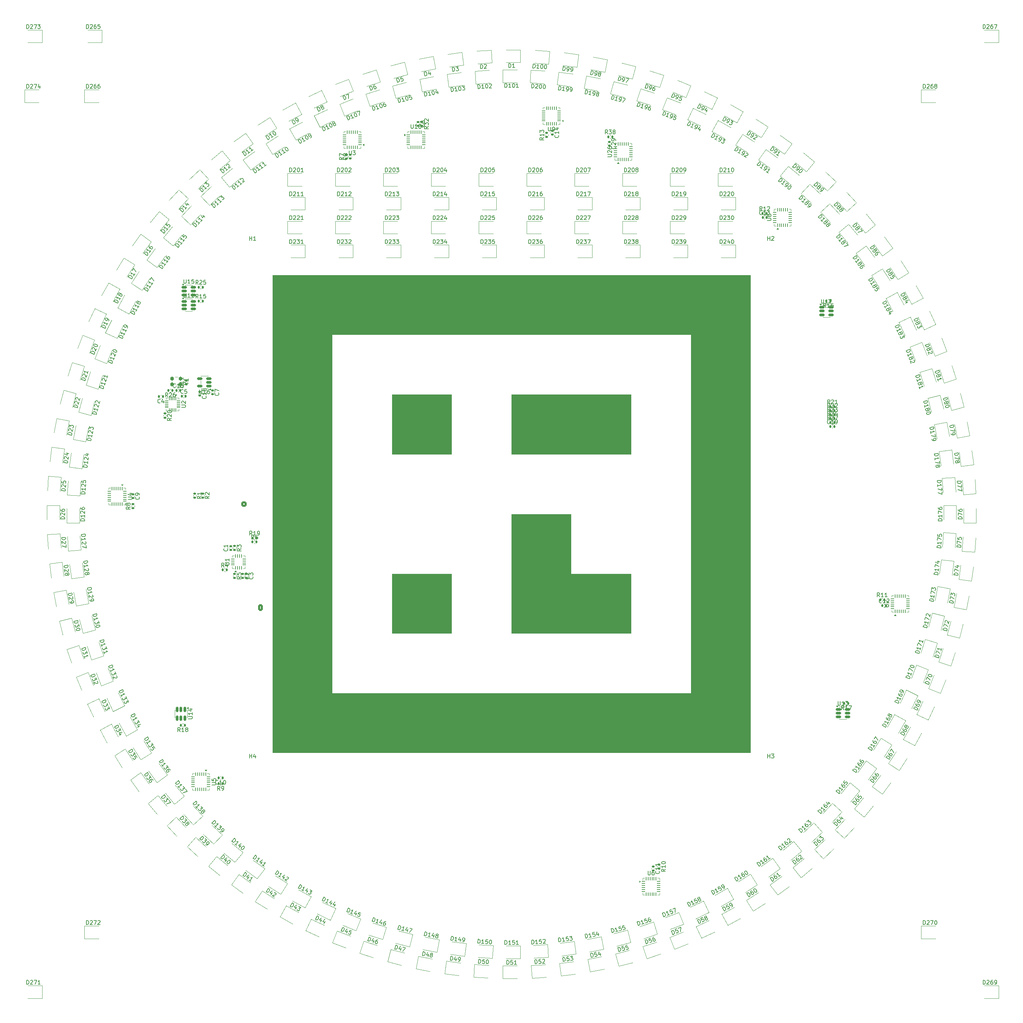
<source format=gbr>
%TF.GenerationSoftware,KiCad,Pcbnew,9.0.6*%
%TF.CreationDate,2025-12-09T15:20:41-08:00*%
%TF.ProjectId,RocSync_testing,526f6353-796e-4635-9f74-657374696e67,rev?*%
%TF.SameCoordinates,Original*%
%TF.FileFunction,Legend,Top*%
%TF.FilePolarity,Positive*%
%FSLAX46Y46*%
G04 Gerber Fmt 4.6, Leading zero omitted, Abs format (unit mm)*
G04 Created by KiCad (PCBNEW 9.0.6) date 2025-12-09 15:20:41*
%MOMM*%
%LPD*%
G01*
G04 APERTURE LIST*
G04 Aperture macros list*
%AMRoundRect*
0 Rectangle with rounded corners*
0 $1 Rounding radius*
0 $2 $3 $4 $5 $6 $7 $8 $9 X,Y pos of 4 corners*
0 Add a 4 corners polygon primitive as box body*
4,1,4,$2,$3,$4,$5,$6,$7,$8,$9,$2,$3,0*
0 Add four circle primitives for the rounded corners*
1,1,$1+$1,$2,$3*
1,1,$1+$1,$4,$5*
1,1,$1+$1,$6,$7*
1,1,$1+$1,$8,$9*
0 Add four rect primitives between the rounded corners*
20,1,$1+$1,$2,$3,$4,$5,0*
20,1,$1+$1,$4,$5,$6,$7,0*
20,1,$1+$1,$6,$7,$8,$9,0*
20,1,$1+$1,$8,$9,$2,$3,0*%
%AMRotRect*
0 Rectangle, with rotation*
0 The origin of the aperture is its center*
0 $1 length*
0 $2 width*
0 $3 Rotation angle, in degrees counterclockwise*
0 Add horizontal line*
21,1,$1,$2,0,0,$3*%
G04 Aperture macros list end*
%ADD10C,0.150000*%
%ADD11C,0.120000*%
%ADD12C,0.000000*%
%ADD13RoundRect,0.140000X-0.140000X-0.170000X0.140000X-0.170000X0.140000X0.170000X-0.140000X0.170000X0*%
%ADD14C,1.700000*%
%ADD15R,1.700000X1.700000*%
%ADD16R,1.650000X1.650000*%
%ADD17RoundRect,0.050000X-0.375000X0.050000X-0.375000X-0.050000X0.375000X-0.050000X0.375000X0.050000X0*%
%ADD18RoundRect,0.050000X-0.050000X0.375000X-0.050000X-0.375000X0.050000X-0.375000X0.050000X0.375000X0*%
%ADD19RotRect,1.000000X2.400000X244.800000*%
%ADD20R,1.500000X2.200000*%
%ADD21R,2.000000X2.200000*%
%ADD22RotRect,1.000000X2.400000X46.800000*%
%ADD23RotRect,1.000000X2.400000X61.200000*%
%ADD24RotRect,1.000000X2.400000X190.800000*%
%ADD25RotRect,1.000000X2.400000X309.600000*%
%ADD26RotRect,1.500000X2.200000X223.200000*%
%ADD27RotRect,2.000000X2.200000X223.200000*%
%ADD28RotRect,1.500000X2.200000X154.800000*%
%ADD29RotRect,2.000000X2.200000X154.800000*%
%ADD30RotRect,1.000000X2.400000X21.600000*%
%ADD31RoundRect,0.135000X-0.135000X-0.185000X0.135000X-0.185000X0.135000X0.185000X-0.135000X0.185000X0*%
%ADD32R,1.000000X2.400000*%
%ADD33RotRect,1.000000X2.400000X126.000000*%
%ADD34RotRect,1.500000X2.200000X244.800000*%
%ADD35RotRect,2.000000X2.200000X244.800000*%
%ADD36RotRect,1.000000X2.400000X10.800000*%
%ADD37RoundRect,0.150000X-0.512500X-0.150000X0.512500X-0.150000X0.512500X0.150000X-0.512500X0.150000X0*%
%ADD38RotRect,1.500000X2.200000X338.400000*%
%ADD39RotRect,2.000000X2.200000X338.400000*%
%ADD40RotRect,1.000000X2.400000X288.000000*%
%ADD41RoundRect,0.135000X0.135000X0.185000X-0.135000X0.185000X-0.135000X-0.185000X0.135000X-0.185000X0*%
%ADD42C,3.200000*%
%ADD43RotRect,1.500000X2.200000X14.400000*%
%ADD44RotRect,2.000000X2.200000X14.400000*%
%ADD45R,2.200000X1.500000*%
%ADD46R,2.200000X2.000000*%
%ADD47RotRect,1.000000X2.400000X216.000000*%
%ADD48RoundRect,0.062500X0.062500X-0.375000X0.062500X0.375000X-0.062500X0.375000X-0.062500X-0.375000X0*%
%ADD49RoundRect,0.062500X0.375000X-0.062500X0.375000X0.062500X-0.375000X0.062500X-0.375000X-0.062500X0*%
%ADD50R,2.100000X2.100000*%
%ADD51RotRect,1.000000X2.400000X316.800000*%
%ADD52RotRect,1.500000X2.200000X3.600000*%
%ADD53RotRect,2.000000X2.200000X3.600000*%
%ADD54RotRect,1.000000X2.400000X241.200000*%
%ADD55RoundRect,0.135000X0.185000X-0.135000X0.185000X0.135000X-0.185000X0.135000X-0.185000X-0.135000X0*%
%ADD56RoundRect,0.140000X-0.170000X0.140000X-0.170000X-0.140000X0.170000X-0.140000X0.170000X0.140000X0*%
%ADD57RotRect,1.000000X2.400000X183.600000*%
%ADD58RotRect,1.500000X2.200000X75.600000*%
%ADD59RotRect,2.000000X2.200000X75.600000*%
%ADD60RotRect,1.000000X2.400000X205.200000*%
%ADD61RoundRect,0.135000X-0.185000X0.135000X-0.185000X-0.135000X0.185000X-0.135000X0.185000X0.135000X0*%
%ADD62RotRect,1.000000X2.400000X140.400000*%
%ADD63RoundRect,0.062500X-0.062500X0.375000X-0.062500X-0.375000X0.062500X-0.375000X0.062500X0.375000X0*%
%ADD64RoundRect,0.062500X-0.375000X0.062500X-0.375000X-0.062500X0.375000X-0.062500X0.375000X0.062500X0*%
%ADD65RotRect,1.500000X2.200000X133.200000*%
%ADD66RotRect,2.000000X2.200000X133.200000*%
%ADD67RoundRect,0.062500X0.375000X0.062500X-0.375000X0.062500X-0.375000X-0.062500X0.375000X-0.062500X0*%
%ADD68RoundRect,0.062500X0.062500X0.375000X-0.062500X0.375000X-0.062500X-0.375000X0.062500X-0.375000X0*%
%ADD69RotRect,1.000000X2.400000X39.600000*%
%ADD70RotRect,1.500000X2.200000X280.800000*%
%ADD71RotRect,2.000000X2.200000X280.800000*%
%ADD72RotRect,1.000000X2.400000X352.800000*%
%ADD73RotRect,1.000000X2.400000X252.000000*%
%ADD74RotRect,1.500000X2.200000X158.400000*%
%ADD75RotRect,2.000000X2.200000X158.400000*%
%ADD76RotRect,1.000000X2.400000X208.800000*%
%ADD77RoundRect,0.140000X0.140000X0.170000X-0.140000X0.170000X-0.140000X-0.170000X0.140000X-0.170000X0*%
%ADD78RotRect,1.000000X2.400000X72.000000*%
%ADD79RotRect,1.500000X2.200000X298.800000*%
%ADD80RotRect,2.000000X2.200000X298.800000*%
%ADD81RotRect,1.500000X2.200000X54.000000*%
%ADD82RotRect,2.000000X2.200000X54.000000*%
%ADD83RotRect,1.000000X2.400000X248.400000*%
%ADD84RotRect,1.000000X2.400000X32.400000*%
%ADD85RotRect,1.500000X2.200000X115.200000*%
%ADD86RotRect,2.000000X2.200000X115.200000*%
%ADD87RotRect,1.000000X2.400000X338.400000*%
%ADD88RotRect,1.000000X2.400000X64.800000*%
%ADD89RotRect,1.000000X2.400000X219.600000*%
%ADD90RotRect,1.000000X2.400000X187.200000*%
%ADD91RotRect,1.500000X2.200000X7.200000*%
%ADD92RotRect,2.000000X2.200000X7.200000*%
%ADD93RotRect,1.000000X2.400000X273.600000*%
%ADD94RotRect,1.500000X2.200000X320.400000*%
%ADD95RotRect,2.000000X2.200000X320.400000*%
%ADD96RotRect,1.000000X2.400000X122.400000*%
%ADD97RotRect,1.500000X2.200000X72.000000*%
%ADD98RotRect,2.000000X2.200000X72.000000*%
%ADD99RotRect,1.500000X2.200000X237.600000*%
%ADD100RotRect,2.000000X2.200000X237.600000*%
%ADD101RotRect,1.000000X2.400000X255.600000*%
%ADD102RotRect,1.500000X2.200000X194.400000*%
%ADD103RotRect,2.000000X2.200000X194.400000*%
%ADD104RotRect,1.500000X2.200000X32.400000*%
%ADD105RotRect,2.000000X2.200000X32.400000*%
%ADD106RotRect,1.000000X2.400000X111.600000*%
%ADD107RoundRect,0.062500X0.062500X-0.350000X0.062500X0.350000X-0.062500X0.350000X-0.062500X-0.350000X0*%
%ADD108RoundRect,0.062500X0.350000X-0.062500X0.350000X0.062500X-0.350000X0.062500X-0.350000X-0.062500X0*%
%ADD109R,1.680000X1.680000*%
%ADD110RotRect,1.500000X2.200000X36.000000*%
%ADD111RotRect,2.000000X2.200000X36.000000*%
%ADD112RotRect,1.000000X2.400000X104.400000*%
%ADD113RotRect,1.500000X2.200000X104.400000*%
%ADD114RotRect,2.000000X2.200000X104.400000*%
%ADD115RotRect,1.000000X2.400000X100.800000*%
%ADD116RotRect,1.500000X2.200000X57.600000*%
%ADD117RotRect,2.000000X2.200000X57.600000*%
%ADD118RotRect,1.500000X2.200000X309.600000*%
%ADD119RotRect,2.000000X2.200000X309.600000*%
%ADD120RotRect,1.500000X2.200000X356.400000*%
%ADD121RotRect,2.000000X2.200000X356.400000*%
%ADD122RotRect,1.500000X2.200000X313.200000*%
%ADD123RotRect,2.000000X2.200000X313.200000*%
%ADD124RotRect,1.000000X2.400000X327.600000*%
%ADD125RotRect,1.000000X2.400000X57.600000*%
%ADD126RotRect,1.500000X2.200000X302.400000*%
%ADD127RotRect,2.000000X2.200000X302.400000*%
%ADD128RotRect,1.500000X2.200000X288.000000*%
%ADD129RotRect,2.000000X2.200000X288.000000*%
%ADD130RotRect,1.500000X2.200000X208.800000*%
%ADD131RotRect,2.000000X2.200000X208.800000*%
%ADD132RotRect,1.000000X2.400000X151.200000*%
%ADD133RotRect,1.500000X2.200000X187.200000*%
%ADD134RotRect,2.000000X2.200000X187.200000*%
%ADD135RotRect,1.000000X2.400000X262.800000*%
%ADD136RotRect,1.500000X2.200000X118.800000*%
%ADD137RotRect,2.000000X2.200000X118.800000*%
%ADD138RotRect,1.500000X2.200000X342.000000*%
%ADD139RotRect,2.000000X2.200000X342.000000*%
%ADD140RotRect,1.000000X2.400000X158.400000*%
%ADD141RotRect,1.000000X2.400000X298.800000*%
%ADD142RotRect,1.000000X2.400000X82.800000*%
%ADD143RotRect,1.500000X2.200000X284.400000*%
%ADD144RotRect,2.000000X2.200000X284.400000*%
%ADD145RotRect,1.000000X2.400000X230.400000*%
%ADD146RotRect,1.500000X2.200000X151.200000*%
%ADD147RotRect,2.000000X2.200000X151.200000*%
%ADD148RotRect,1.500000X2.200000X147.600000*%
%ADD149RotRect,2.000000X2.200000X147.600000*%
%ADD150RotRect,1.000000X2.400000X198.000000*%
%ADD151RoundRect,0.062500X-0.375000X-0.062500X0.375000X-0.062500X0.375000X0.062500X-0.375000X0.062500X0*%
%ADD152RoundRect,0.062500X-0.062500X-0.375000X0.062500X-0.375000X0.062500X0.375000X-0.062500X0.375000X0*%
%ADD153RotRect,1.500000X2.200000X18.000000*%
%ADD154RotRect,2.000000X2.200000X18.000000*%
%ADD155RotRect,1.500000X2.200000X100.800000*%
%ADD156RotRect,2.000000X2.200000X100.800000*%
%ADD157RotRect,1.500000X2.200000X144.000000*%
%ADD158RotRect,2.000000X2.200000X144.000000*%
%ADD159RotRect,1.500000X2.200000X234.000000*%
%ADD160RotRect,2.000000X2.200000X234.000000*%
%ADD161RotRect,1.000000X2.400000X302.400000*%
%ADD162RotRect,1.000000X2.400000X3.600000*%
%ADD163R,2.400000X1.000000*%
%ADD164RotRect,1.000000X2.400000X108.000000*%
%ADD165RotRect,1.500000X2.200000X108.000000*%
%ADD166RotRect,2.000000X2.200000X108.000000*%
%ADD167RotRect,1.000000X2.400000X75.600000*%
%ADD168RotRect,1.000000X2.400000X86.400000*%
%ADD169RotRect,1.000000X2.400000X25.200000*%
%ADD170RotRect,1.000000X2.400000X259.200000*%
%ADD171RotRect,1.000000X2.400000X169.200000*%
%ADD172RotRect,1.000000X2.400000X36.000000*%
%ADD173RotRect,1.000000X2.400000X147.600000*%
%ADD174RotRect,1.500000X2.200000X331.200000*%
%ADD175RotRect,2.000000X2.200000X331.200000*%
%ADD176RotRect,1.000000X2.400000X226.800000*%
%ADD177RotRect,1.500000X2.200000X129.600000*%
%ADD178RotRect,2.000000X2.200000X129.600000*%
%ADD179RotRect,1.000000X2.400000X194.400000*%
%ADD180RotRect,1.000000X2.400000X295.200000*%
%ADD181RoundRect,0.150000X0.512500X0.150000X-0.512500X0.150000X-0.512500X-0.150000X0.512500X-0.150000X0*%
%ADD182RotRect,1.500000X2.200000X327.600000*%
%ADD183RotRect,2.000000X2.200000X327.600000*%
%ADD184RotRect,1.500000X2.200000X295.200000*%
%ADD185RotRect,2.000000X2.200000X295.200000*%
%ADD186RotRect,1.500000X2.200000X82.800000*%
%ADD187RotRect,2.000000X2.200000X82.800000*%
%ADD188RotRect,1.500000X2.200000X39.600000*%
%ADD189RotRect,2.000000X2.200000X39.600000*%
%ADD190RotRect,1.500000X2.200000X316.800000*%
%ADD191RotRect,2.000000X2.200000X316.800000*%
%ADD192RotRect,1.500000X2.200000X79.200000*%
%ADD193RotRect,2.000000X2.200000X79.200000*%
%ADD194RotRect,1.500000X2.200000X306.000000*%
%ADD195RotRect,2.000000X2.200000X306.000000*%
%ADD196RotRect,1.000000X2.400000X291.600000*%
%ADD197RotRect,1.500000X2.200000X252.000000*%
%ADD198RotRect,2.000000X2.200000X252.000000*%
%ADD199RotRect,1.500000X2.200000X25.200000*%
%ADD200RotRect,2.000000X2.200000X25.200000*%
%ADD201RotRect,1.500000X2.200000X122.400000*%
%ADD202RotRect,2.000000X2.200000X122.400000*%
%ADD203RotRect,1.000000X2.400000X237.600000*%
%ADD204RotRect,1.500000X2.200000X64.800000*%
%ADD205RotRect,2.000000X2.200000X64.800000*%
%ADD206RotRect,1.500000X2.200000X230.400000*%
%ADD207RotRect,2.000000X2.200000X230.400000*%
%ADD208RotRect,1.000000X2.400000X356.400000*%
%ADD209RotRect,1.000000X2.400000X284.400000*%
%ADD210RotRect,1.500000X2.200000X165.600000*%
%ADD211RotRect,2.000000X2.200000X165.600000*%
%ADD212RotRect,1.500000X2.200000X248.400000*%
%ADD213RotRect,2.000000X2.200000X248.400000*%
%ADD214RotRect,1.500000X2.200000X226.800000*%
%ADD215RotRect,2.000000X2.200000X226.800000*%
%ADD216RotRect,1.000000X2.400000X320.400000*%
%ADD217RotRect,1.000000X2.400000X133.200000*%
%ADD218RoundRect,0.140000X0.170000X-0.140000X0.170000X0.140000X-0.170000X0.140000X-0.170000X-0.140000X0*%
%ADD219RotRect,1.500000X2.200000X324.000000*%
%ADD220RotRect,2.000000X2.200000X324.000000*%
%ADD221RotRect,1.500000X2.200000X50.400000*%
%ADD222RotRect,2.000000X2.200000X50.400000*%
%ADD223RotRect,1.000000X2.400000X165.600000*%
%ADD224RotRect,1.500000X2.200000X162.000000*%
%ADD225RotRect,2.000000X2.200000X162.000000*%
%ADD226RotRect,1.000000X2.400000X28.800000*%
%ADD227RotRect,1.500000X2.200000X176.400000*%
%ADD228RotRect,2.000000X2.200000X176.400000*%
%ADD229RotRect,1.500000X2.200000X255.600000*%
%ADD230RotRect,2.000000X2.200000X255.600000*%
%ADD231RotRect,1.000000X2.400000X154.800000*%
%ADD232RotRect,1.500000X2.200000X61.200000*%
%ADD233RotRect,2.000000X2.200000X61.200000*%
%ADD234RotRect,1.500000X2.200000X219.600000*%
%ADD235RotRect,2.000000X2.200000X219.600000*%
%ADD236RotRect,1.000000X2.400000X234.000000*%
%ADD237RotRect,1.500000X2.200000X46.800000*%
%ADD238RotRect,2.000000X2.200000X46.800000*%
%ADD239RotRect,1.500000X2.200000X97.200000*%
%ADD240RotRect,2.000000X2.200000X97.200000*%
%ADD241RotRect,1.000000X2.400000X93.600000*%
%ADD242RotRect,1.500000X2.200000X334.800000*%
%ADD243RotRect,2.000000X2.200000X334.800000*%
%ADD244RotRect,1.000000X2.400000X54.000000*%
%ADD245RotRect,1.500000X2.200000X86.400000*%
%ADD246RotRect,2.000000X2.200000X86.400000*%
%ADD247RotRect,1.500000X2.200000X201.600000*%
%ADD248RotRect,2.000000X2.200000X201.600000*%
%ADD249RotRect,1.000000X2.400000X201.600000*%
%ADD250RotRect,1.500000X2.200000X259.200000*%
%ADD251RotRect,2.000000X2.200000X259.200000*%
%ADD252RotRect,1.500000X2.200000X349.200000*%
%ADD253RotRect,2.000000X2.200000X349.200000*%
%ADD254RotRect,1.000000X2.400000X68.400000*%
%ADD255RotRect,1.000000X2.400000X306.000000*%
%ADD256RotRect,1.500000X2.200000X140.400000*%
%ADD257RotRect,2.000000X2.200000X140.400000*%
%ADD258RotRect,1.500000X2.200000X345.600000*%
%ADD259RotRect,2.000000X2.200000X345.600000*%
%ADD260RotRect,1.500000X2.200000X43.200000*%
%ADD261RotRect,2.000000X2.200000X43.200000*%
%ADD262RotRect,1.500000X2.200000X241.200000*%
%ADD263RotRect,2.000000X2.200000X241.200000*%
%ADD264RotRect,1.500000X2.200000X212.400000*%
%ADD265RotRect,2.000000X2.200000X212.400000*%
%ADD266RotRect,1.000000X2.400000X14.400000*%
%ADD267RotRect,1.000000X2.400000X79.200000*%
%ADD268RotRect,1.500000X2.200000X205.200000*%
%ADD269RotRect,2.000000X2.200000X205.200000*%
%ADD270RotRect,1.000000X2.400000X144.000000*%
%ADD271RoundRect,0.150000X-0.150000X0.512500X-0.150000X-0.512500X0.150000X-0.512500X0.150000X0.512500X0*%
%ADD272RotRect,1.500000X2.200000X93.600000*%
%ADD273RotRect,2.000000X2.200000X93.600000*%
%ADD274RotRect,1.000000X2.400000X313.200000*%
%ADD275RotRect,1.500000X2.200000X183.600000*%
%ADD276RotRect,2.000000X2.200000X183.600000*%
%ADD277RotRect,1.500000X2.200000X172.800000*%
%ADD278RotRect,2.000000X2.200000X172.800000*%
%ADD279RotRect,1.500000X2.200000X28.800000*%
%ADD280RotRect,2.000000X2.200000X28.800000*%
%ADD281RotRect,1.500000X2.200000X198.000000*%
%ADD282RotRect,2.000000X2.200000X198.000000*%
%ADD283RotRect,1.000000X2.400000X43.200000*%
%ADD284RotRect,1.000000X2.400000X176.400000*%
%ADD285RotRect,1.000000X2.400000X172.800000*%
%ADD286RotRect,1.000000X2.400000X18.000000*%
%ADD287RotRect,1.500000X2.200000X216.000000*%
%ADD288RotRect,2.000000X2.200000X216.000000*%
%ADD289RotRect,1.000000X2.400000X162.000000*%
%ADD290RotRect,1.000000X2.400000X129.600000*%
%ADD291RotRect,1.000000X2.400000X280.800000*%
%ADD292RotRect,1.000000X2.400000X97.200000*%
%ADD293RotRect,1.500000X2.200000X273.600000*%
%ADD294RotRect,2.000000X2.200000X273.600000*%
%ADD295RotRect,1.000000X2.400000X115.200000*%
%ADD296RotRect,1.500000X2.200000X277.200000*%
%ADD297RotRect,2.000000X2.200000X277.200000*%
%ADD298RotRect,1.000000X2.400000X331.200000*%
%ADD299RotRect,1.500000X2.200000X352.800000*%
%ADD300RotRect,2.000000X2.200000X352.800000*%
%ADD301RotRect,1.000000X2.400000X266.400000*%
%ADD302RotRect,1.500000X2.200000X68.400000*%
%ADD303RotRect,2.000000X2.200000X68.400000*%
%ADD304RotRect,1.000000X2.400000X277.200000*%
%ADD305RotRect,1.000000X2.400000X345.600000*%
%ADD306RotRect,1.500000X2.200000X10.800000*%
%ADD307RotRect,2.000000X2.200000X10.800000*%
%ADD308RotRect,1.500000X2.200000X262.800000*%
%ADD309RotRect,2.000000X2.200000X262.800000*%
%ADD310RotRect,1.000000X2.400000X7.200000*%
%ADD311RotRect,1.000000X2.400000X349.200000*%
%ADD312RotRect,1.000000X2.400000X324.000000*%
%ADD313RotRect,1.500000X2.200000X126.000000*%
%ADD314RotRect,2.000000X2.200000X126.000000*%
%ADD315RotRect,1.000000X2.400000X118.800000*%
%ADD316RotRect,1.500000X2.200000X21.600000*%
%ADD317RotRect,2.000000X2.200000X21.600000*%
%ADD318RotRect,1.000000X2.400000X212.400000*%
%ADD319RotRect,1.000000X2.400000X50.400000*%
%ADD320RotRect,1.000000X2.400000X334.800000*%
%ADD321RotRect,1.500000X2.200000X136.800000*%
%ADD322RotRect,2.000000X2.200000X136.800000*%
%ADD323RotRect,1.500000X2.200000X291.600000*%
%ADD324RotRect,2.000000X2.200000X291.600000*%
%ADD325RotRect,1.500000X2.200000X111.600000*%
%ADD326RotRect,2.000000X2.200000X111.600000*%
%ADD327RotRect,1.000000X2.400000X342.000000*%
%ADD328RotRect,1.500000X2.200000X266.400000*%
%ADD329RotRect,2.000000X2.200000X266.400000*%
%ADD330RotRect,1.000000X2.400000X223.200000*%
%ADD331RoundRect,0.200000X-0.200000X0.300000X-0.200000X-0.300000X0.200000X-0.300000X0.200000X0.300000X0*%
%ADD332RotRect,1.500000X2.200000X169.200000*%
%ADD333RotRect,2.000000X2.200000X169.200000*%
%ADD334RotRect,1.500000X2.200000X190.800000*%
%ADD335RotRect,2.000000X2.200000X190.800000*%
%ADD336RotRect,1.000000X2.400000X136.800000*%
%ADD337RoundRect,0.250000X-0.450000X0.450000X-0.450000X-0.450000X0.450000X-0.450000X0.450000X0.450000X0*%
%ADD338C,1.400000*%
%ADD339RoundRect,0.250000X0.350000X0.625000X-0.350000X0.625000X-0.350000X-0.625000X0.350000X-0.625000X0*%
%ADD340O,1.200000X1.750000*%
%ADD341C,0.660000*%
%ADD342O,1.000000X0.580000*%
%ADD343C,1.100000*%
G04 APERTURE END LIST*
D10*
X204867142Y-102199580D02*
X204819523Y-102247200D01*
X204819523Y-102247200D02*
X204676666Y-102294819D01*
X204676666Y-102294819D02*
X204581428Y-102294819D01*
X204581428Y-102294819D02*
X204438571Y-102247200D01*
X204438571Y-102247200D02*
X204343333Y-102151961D01*
X204343333Y-102151961D02*
X204295714Y-102056723D01*
X204295714Y-102056723D02*
X204248095Y-101866247D01*
X204248095Y-101866247D02*
X204248095Y-101723390D01*
X204248095Y-101723390D02*
X204295714Y-101532914D01*
X204295714Y-101532914D02*
X204343333Y-101437676D01*
X204343333Y-101437676D02*
X204438571Y-101342438D01*
X204438571Y-101342438D02*
X204581428Y-101294819D01*
X204581428Y-101294819D02*
X204676666Y-101294819D01*
X204676666Y-101294819D02*
X204819523Y-101342438D01*
X204819523Y-101342438D02*
X204867142Y-101390057D01*
X205819523Y-102294819D02*
X205248095Y-102294819D01*
X205533809Y-102294819D02*
X205533809Y-101294819D01*
X205533809Y-101294819D02*
X205438571Y-101437676D01*
X205438571Y-101437676D02*
X205343333Y-101532914D01*
X205343333Y-101532914D02*
X205248095Y-101580533D01*
X206295714Y-102294819D02*
X206486190Y-102294819D01*
X206486190Y-102294819D02*
X206581428Y-102247200D01*
X206581428Y-102247200D02*
X206629047Y-102199580D01*
X206629047Y-102199580D02*
X206724285Y-102056723D01*
X206724285Y-102056723D02*
X206771904Y-101866247D01*
X206771904Y-101866247D02*
X206771904Y-101485295D01*
X206771904Y-101485295D02*
X206724285Y-101390057D01*
X206724285Y-101390057D02*
X206676666Y-101342438D01*
X206676666Y-101342438D02*
X206581428Y-101294819D01*
X206581428Y-101294819D02*
X206390952Y-101294819D01*
X206390952Y-101294819D02*
X206295714Y-101342438D01*
X206295714Y-101342438D02*
X206248095Y-101390057D01*
X206248095Y-101390057D02*
X206200476Y-101485295D01*
X206200476Y-101485295D02*
X206200476Y-101723390D01*
X206200476Y-101723390D02*
X206248095Y-101818628D01*
X206248095Y-101818628D02*
X206295714Y-101866247D01*
X206295714Y-101866247D02*
X206390952Y-101913866D01*
X206390952Y-101913866D02*
X206581428Y-101913866D01*
X206581428Y-101913866D02*
X206676666Y-101866247D01*
X206676666Y-101866247D02*
X206724285Y-101818628D01*
X206724285Y-101818628D02*
X206771904Y-101723390D01*
X42209819Y-98161904D02*
X43019342Y-98161904D01*
X43019342Y-98161904D02*
X43114580Y-98114285D01*
X43114580Y-98114285D02*
X43162200Y-98066666D01*
X43162200Y-98066666D02*
X43209819Y-97971428D01*
X43209819Y-97971428D02*
X43209819Y-97780952D01*
X43209819Y-97780952D02*
X43162200Y-97685714D01*
X43162200Y-97685714D02*
X43114580Y-97638095D01*
X43114580Y-97638095D02*
X43019342Y-97590476D01*
X43019342Y-97590476D02*
X42209819Y-97590476D01*
X42305057Y-97161904D02*
X42257438Y-97114285D01*
X42257438Y-97114285D02*
X42209819Y-97019047D01*
X42209819Y-97019047D02*
X42209819Y-96780952D01*
X42209819Y-96780952D02*
X42257438Y-96685714D01*
X42257438Y-96685714D02*
X42305057Y-96638095D01*
X42305057Y-96638095D02*
X42400295Y-96590476D01*
X42400295Y-96590476D02*
X42495533Y-96590476D01*
X42495533Y-96590476D02*
X42638390Y-96638095D01*
X42638390Y-96638095D02*
X43209819Y-97209523D01*
X43209819Y-97209523D02*
X43209819Y-96590476D01*
X23010987Y-78349622D02*
X22106160Y-77923842D01*
X22106160Y-77923842D02*
X22207536Y-77708407D01*
X22207536Y-77708407D02*
X22311449Y-77599422D01*
X22311449Y-77599422D02*
X22438173Y-77553798D01*
X22438173Y-77553798D02*
X22544623Y-77551261D01*
X22544623Y-77551261D02*
X22737246Y-77589275D01*
X22737246Y-77589275D02*
X22866507Y-77650101D01*
X22866507Y-77650101D02*
X23018580Y-77774289D01*
X23018580Y-77774289D02*
X23084478Y-77857926D01*
X23084478Y-77857926D02*
X23130102Y-77984650D01*
X23130102Y-77984650D02*
X23112363Y-78134187D01*
X23112363Y-78134187D02*
X23010987Y-78349622D01*
X23659794Y-76970838D02*
X23416491Y-77487882D01*
X23538143Y-77229360D02*
X22633316Y-76803580D01*
X22633316Y-76803580D02*
X22722026Y-76950580D01*
X22722026Y-76950580D02*
X22767650Y-77077304D01*
X22767650Y-77077304D02*
X22770186Y-77183754D01*
X23862546Y-76539967D02*
X23943647Y-76367619D01*
X23943647Y-76367619D02*
X23941110Y-76261170D01*
X23941110Y-76261170D02*
X23918298Y-76197808D01*
X23918298Y-76197808D02*
X23829588Y-76050808D01*
X23829588Y-76050808D02*
X23677515Y-75926621D01*
X23677515Y-75926621D02*
X23332819Y-75764419D01*
X23332819Y-75764419D02*
X23226370Y-75766956D01*
X23226370Y-75766956D02*
X23163008Y-75789767D01*
X23163008Y-75789767D02*
X23079370Y-75855666D01*
X23079370Y-75855666D02*
X22998269Y-76028014D01*
X22998269Y-76028014D02*
X23000806Y-76134463D01*
X23000806Y-76134463D02*
X23023618Y-76197826D01*
X23023618Y-76197826D02*
X23089516Y-76281463D01*
X23089516Y-76281463D02*
X23304952Y-76382839D01*
X23304952Y-76382839D02*
X23411401Y-76380302D01*
X23411401Y-76380302D02*
X23474763Y-76357491D01*
X23474763Y-76357491D02*
X23558400Y-76291592D01*
X23558400Y-76291592D02*
X23639501Y-76119244D01*
X23639501Y-76119244D02*
X23636965Y-76012795D01*
X23636965Y-76012795D02*
X23614153Y-75949432D01*
X23614153Y-75949432D02*
X23548254Y-75865795D01*
X153309524Y-45054819D02*
X153309524Y-44054819D01*
X153309524Y-44054819D02*
X153547619Y-44054819D01*
X153547619Y-44054819D02*
X153690476Y-44102438D01*
X153690476Y-44102438D02*
X153785714Y-44197676D01*
X153785714Y-44197676D02*
X153833333Y-44292914D01*
X153833333Y-44292914D02*
X153880952Y-44483390D01*
X153880952Y-44483390D02*
X153880952Y-44626247D01*
X153880952Y-44626247D02*
X153833333Y-44816723D01*
X153833333Y-44816723D02*
X153785714Y-44911961D01*
X153785714Y-44911961D02*
X153690476Y-45007200D01*
X153690476Y-45007200D02*
X153547619Y-45054819D01*
X153547619Y-45054819D02*
X153309524Y-45054819D01*
X154261905Y-44150057D02*
X154309524Y-44102438D01*
X154309524Y-44102438D02*
X154404762Y-44054819D01*
X154404762Y-44054819D02*
X154642857Y-44054819D01*
X154642857Y-44054819D02*
X154738095Y-44102438D01*
X154738095Y-44102438D02*
X154785714Y-44150057D01*
X154785714Y-44150057D02*
X154833333Y-44245295D01*
X154833333Y-44245295D02*
X154833333Y-44340533D01*
X154833333Y-44340533D02*
X154785714Y-44483390D01*
X154785714Y-44483390D02*
X154214286Y-45054819D01*
X154214286Y-45054819D02*
X154833333Y-45054819D01*
X155785714Y-45054819D02*
X155214286Y-45054819D01*
X155500000Y-45054819D02*
X155500000Y-44054819D01*
X155500000Y-44054819D02*
X155404762Y-44197676D01*
X155404762Y-44197676D02*
X155309524Y-44292914D01*
X155309524Y-44292914D02*
X155214286Y-44340533D01*
X156357143Y-44483390D02*
X156261905Y-44435771D01*
X156261905Y-44435771D02*
X156214286Y-44388152D01*
X156214286Y-44388152D02*
X156166667Y-44292914D01*
X156166667Y-44292914D02*
X156166667Y-44245295D01*
X156166667Y-44245295D02*
X156214286Y-44150057D01*
X156214286Y-44150057D02*
X156261905Y-44102438D01*
X156261905Y-44102438D02*
X156357143Y-44054819D01*
X156357143Y-44054819D02*
X156547619Y-44054819D01*
X156547619Y-44054819D02*
X156642857Y-44102438D01*
X156642857Y-44102438D02*
X156690476Y-44150057D01*
X156690476Y-44150057D02*
X156738095Y-44245295D01*
X156738095Y-44245295D02*
X156738095Y-44292914D01*
X156738095Y-44292914D02*
X156690476Y-44388152D01*
X156690476Y-44388152D02*
X156642857Y-44435771D01*
X156642857Y-44435771D02*
X156547619Y-44483390D01*
X156547619Y-44483390D02*
X156357143Y-44483390D01*
X156357143Y-44483390D02*
X156261905Y-44531009D01*
X156261905Y-44531009D02*
X156214286Y-44578628D01*
X156214286Y-44578628D02*
X156166667Y-44673866D01*
X156166667Y-44673866D02*
X156166667Y-44864342D01*
X156166667Y-44864342D02*
X156214286Y-44959580D01*
X156214286Y-44959580D02*
X156261905Y-45007200D01*
X156261905Y-45007200D02*
X156357143Y-45054819D01*
X156357143Y-45054819D02*
X156547619Y-45054819D01*
X156547619Y-45054819D02*
X156642857Y-45007200D01*
X156642857Y-45007200D02*
X156690476Y-44959580D01*
X156690476Y-44959580D02*
X156738095Y-44864342D01*
X156738095Y-44864342D02*
X156738095Y-44673866D01*
X156738095Y-44673866D02*
X156690476Y-44578628D01*
X156690476Y-44578628D02*
X156642857Y-44531009D01*
X156642857Y-44531009D02*
X156547619Y-44483390D01*
X206582180Y-203276525D02*
X205853211Y-202591978D01*
X205853211Y-202591978D02*
X206016198Y-202418414D01*
X206016198Y-202418414D02*
X206148704Y-202346873D01*
X206148704Y-202346873D02*
X206283324Y-202342642D01*
X206283324Y-202342642D02*
X206385347Y-202373124D01*
X206385347Y-202373124D02*
X206556796Y-202468802D01*
X206556796Y-202468802D02*
X206660934Y-202566594D01*
X206660934Y-202566594D02*
X206767188Y-202731697D01*
X206767188Y-202731697D02*
X206804016Y-202831604D01*
X206804016Y-202831604D02*
X206808247Y-202966225D01*
X206808247Y-202966225D02*
X206745167Y-203102961D01*
X206745167Y-203102961D02*
X206582180Y-203276525D01*
X206831135Y-201550594D02*
X206700745Y-201689445D01*
X206700745Y-201689445D02*
X206670263Y-201791468D01*
X206670263Y-201791468D02*
X206672379Y-201858778D01*
X206672379Y-201858778D02*
X206711322Y-202025996D01*
X206711322Y-202025996D02*
X206817576Y-202191099D01*
X206817576Y-202191099D02*
X207095278Y-202451879D01*
X207095278Y-202451879D02*
X207197301Y-202482361D01*
X207197301Y-202482361D02*
X207264611Y-202480246D01*
X207264611Y-202480246D02*
X207364519Y-202443418D01*
X207364519Y-202443418D02*
X207494909Y-202304567D01*
X207494909Y-202304567D02*
X207525391Y-202202544D01*
X207525391Y-202202544D02*
X207523276Y-202135233D01*
X207523276Y-202135233D02*
X207486448Y-202035326D01*
X207486448Y-202035326D02*
X207312884Y-201872338D01*
X207312884Y-201872338D02*
X207210861Y-201841856D01*
X207210861Y-201841856D02*
X207143550Y-201843971D01*
X207143550Y-201843971D02*
X207043643Y-201880799D01*
X207043643Y-201880799D02*
X206913253Y-202019651D01*
X206913253Y-202019651D02*
X206882771Y-202121674D01*
X206882771Y-202121674D02*
X206884886Y-202188984D01*
X206884886Y-202188984D02*
X206921714Y-202288892D01*
X207726075Y-201084520D02*
X208212054Y-201540885D01*
X207285385Y-200997305D02*
X207643089Y-201659831D01*
X207643089Y-201659831D02*
X208066857Y-201208564D01*
X223485706Y-180528660D02*
X222609399Y-180046906D01*
X222609399Y-180046906D02*
X222724102Y-179838262D01*
X222724102Y-179838262D02*
X222834653Y-179736016D01*
X222834653Y-179736016D02*
X222963992Y-179698439D01*
X222963992Y-179698439D02*
X223070391Y-179702592D01*
X223070391Y-179702592D02*
X223260247Y-179752625D01*
X223260247Y-179752625D02*
X223385434Y-179821447D01*
X223385434Y-179821447D02*
X223529409Y-179954939D01*
X223529409Y-179954939D02*
X223589926Y-180042549D01*
X223589926Y-180042549D02*
X223627502Y-180171888D01*
X223627502Y-180171888D02*
X223600409Y-180320016D01*
X223600409Y-180320016D02*
X223485706Y-180528660D01*
X223297619Y-178795040D02*
X223205856Y-178961955D01*
X223205856Y-178961955D02*
X223201704Y-179068354D01*
X223201704Y-179068354D02*
X223220492Y-179133023D01*
X223220492Y-179133023D02*
X223299797Y-179285303D01*
X223299797Y-179285303D02*
X223443772Y-179418794D01*
X223443772Y-179418794D02*
X223777603Y-179602320D01*
X223777603Y-179602320D02*
X223884002Y-179606472D01*
X223884002Y-179606472D02*
X223948671Y-179587684D01*
X223948671Y-179587684D02*
X224036281Y-179527167D01*
X224036281Y-179527167D02*
X224128044Y-179360251D01*
X224128044Y-179360251D02*
X224132196Y-179253853D01*
X224132196Y-179253853D02*
X224113408Y-179189183D01*
X224113408Y-179189183D02*
X224052891Y-179101573D01*
X224052891Y-179101573D02*
X223844247Y-178986870D01*
X223844247Y-178986870D02*
X223737848Y-178982717D01*
X223737848Y-178982717D02*
X223673179Y-179001505D01*
X223673179Y-179001505D02*
X223585569Y-179062023D01*
X223585569Y-179062023D02*
X223493806Y-179228938D01*
X223493806Y-179228938D02*
X223489653Y-179335337D01*
X223489653Y-179335337D02*
X223508442Y-179400006D01*
X223508442Y-179400006D02*
X223568959Y-179487616D01*
X223994348Y-178417301D02*
X223906738Y-178477818D01*
X223906738Y-178477818D02*
X223842068Y-178496606D01*
X223842068Y-178496606D02*
X223735670Y-178492454D01*
X223735670Y-178492454D02*
X223693941Y-178469513D01*
X223693941Y-178469513D02*
X223633424Y-178381903D01*
X223633424Y-178381903D02*
X223614635Y-178317234D01*
X223614635Y-178317234D02*
X223618788Y-178210835D01*
X223618788Y-178210835D02*
X223710550Y-178043920D01*
X223710550Y-178043920D02*
X223798161Y-177983402D01*
X223798161Y-177983402D02*
X223862830Y-177964614D01*
X223862830Y-177964614D02*
X223969229Y-177968767D01*
X223969229Y-177968767D02*
X224010957Y-177991707D01*
X224010957Y-177991707D02*
X224071475Y-178079317D01*
X224071475Y-178079317D02*
X224090263Y-178143987D01*
X224090263Y-178143987D02*
X224086110Y-178250385D01*
X224086110Y-178250385D02*
X223994348Y-178417301D01*
X223994348Y-178417301D02*
X223990195Y-178523699D01*
X223990195Y-178523699D02*
X224008984Y-178588369D01*
X224008984Y-178588369D02*
X224069501Y-178675979D01*
X224069501Y-178675979D02*
X224236416Y-178767742D01*
X224236416Y-178767742D02*
X224342815Y-178771894D01*
X224342815Y-178771894D02*
X224407484Y-178753106D01*
X224407484Y-178753106D02*
X224495095Y-178692589D01*
X224495095Y-178692589D02*
X224586857Y-178525673D01*
X224586857Y-178525673D02*
X224591010Y-178419275D01*
X224591010Y-178419275D02*
X224572221Y-178354605D01*
X224572221Y-178354605D02*
X224511704Y-178266995D01*
X224511704Y-178266995D02*
X224344789Y-178175232D01*
X224344789Y-178175232D02*
X224238390Y-178171080D01*
X224238390Y-178171080D02*
X224173721Y-178189868D01*
X224173721Y-178189868D02*
X224086110Y-178250385D01*
X103261066Y-14979523D02*
X103073685Y-13997235D01*
X103073685Y-13997235D02*
X103307563Y-13952621D01*
X103307563Y-13952621D02*
X103456812Y-13972628D01*
X103456812Y-13972628D02*
X103568209Y-14048333D01*
X103568209Y-14048333D02*
X103632831Y-14132961D01*
X103632831Y-14132961D02*
X103715298Y-14311141D01*
X103715298Y-14311141D02*
X103742067Y-14451467D01*
X103742067Y-14451467D02*
X103730983Y-14647493D01*
X103730983Y-14647493D02*
X103702053Y-14749967D01*
X103702053Y-14749967D02*
X103626348Y-14861364D01*
X103626348Y-14861364D02*
X103494944Y-14934908D01*
X103494944Y-14934908D02*
X103261066Y-14979523D01*
X104539413Y-14056977D02*
X104664334Y-14711835D01*
X104234151Y-13727387D02*
X104134117Y-14473635D01*
X104134117Y-14473635D02*
X104742200Y-14357637D01*
X37115750Y-196128229D02*
X37886263Y-195490805D01*
X37886263Y-195490805D02*
X38038030Y-195674260D01*
X38038030Y-195674260D02*
X38092400Y-195814687D01*
X38092400Y-195814687D02*
X38079725Y-195948776D01*
X38079725Y-195948776D02*
X38036696Y-196046175D01*
X38036696Y-196046175D02*
X37920285Y-196204280D01*
X37920285Y-196204280D02*
X37810212Y-196295340D01*
X37810212Y-196295340D02*
X37633094Y-196380063D01*
X37633094Y-196380063D02*
X37529358Y-196404079D01*
X37529358Y-196404079D02*
X37395269Y-196391404D01*
X37395269Y-196391404D02*
X37267517Y-196311684D01*
X37267517Y-196311684D02*
X37115750Y-196128229D01*
X38462980Y-196187936D02*
X38857576Y-196664920D01*
X38857576Y-196664920D02*
X38351572Y-196650911D01*
X38351572Y-196650911D02*
X38442633Y-196760984D01*
X38442633Y-196760984D02*
X38466649Y-196864720D01*
X38466649Y-196864720D02*
X38460311Y-196931764D01*
X38460311Y-196931764D02*
X38417282Y-197029163D01*
X38417282Y-197029163D02*
X38233827Y-197180930D01*
X38233827Y-197180930D02*
X38130091Y-197204946D01*
X38130091Y-197204946D02*
X38063046Y-197198608D01*
X38063046Y-197198608D02*
X37965648Y-197155580D01*
X37965648Y-197155580D02*
X37783527Y-196935433D01*
X37783527Y-196935433D02*
X37759511Y-196831697D01*
X37759511Y-196831697D02*
X37765849Y-196764653D01*
X39070050Y-196921758D02*
X39495000Y-197435434D01*
X39495000Y-197435434D02*
X38451305Y-197742638D01*
X50421772Y-48051734D02*
X49737225Y-47322765D01*
X49737225Y-47322765D02*
X49910789Y-47159778D01*
X49910789Y-47159778D02*
X50047524Y-47096698D01*
X50047524Y-47096698D02*
X50182145Y-47100929D01*
X50182145Y-47100929D02*
X50282053Y-47137757D01*
X50282053Y-47137757D02*
X50447155Y-47244010D01*
X50447155Y-47244010D02*
X50544948Y-47348149D01*
X50544948Y-47348149D02*
X50640625Y-47519597D01*
X50640625Y-47519597D02*
X50671107Y-47621620D01*
X50671107Y-47621620D02*
X50666877Y-47756241D01*
X50666877Y-47756241D02*
X50595336Y-47888746D01*
X50595336Y-47888746D02*
X50421772Y-48051734D01*
X51532581Y-47008614D02*
X51116028Y-47399784D01*
X51324304Y-47204199D02*
X50639757Y-46475230D01*
X50639757Y-46475230D02*
X50668124Y-46644564D01*
X50668124Y-46644564D02*
X50663893Y-46779184D01*
X50663893Y-46779184D02*
X50627065Y-46879092D01*
X52226837Y-46356665D02*
X51810283Y-46747834D01*
X52018560Y-46552249D02*
X51334013Y-45823281D01*
X51334013Y-45823281D02*
X51362380Y-45992614D01*
X51362380Y-45992614D02*
X51358149Y-46127235D01*
X51358149Y-46127235D02*
X51321321Y-46227142D01*
X51785279Y-45399514D02*
X52236546Y-44975746D01*
X52236546Y-44975746D02*
X52254336Y-45481631D01*
X52254336Y-45481631D02*
X52358474Y-45383839D01*
X52358474Y-45383839D02*
X52460497Y-45353356D01*
X52460497Y-45353356D02*
X52527808Y-45355472D01*
X52527808Y-45355472D02*
X52627716Y-45392300D01*
X52627716Y-45392300D02*
X52790703Y-45565864D01*
X52790703Y-45565864D02*
X52821185Y-45667887D01*
X52821185Y-45667887D02*
X52819070Y-45735197D01*
X52819070Y-45735197D02*
X52782242Y-45835105D01*
X52782242Y-45835105D02*
X52573965Y-46030690D01*
X52573965Y-46030690D02*
X52471942Y-46061172D01*
X52471942Y-46061172D02*
X52404632Y-46059057D01*
X169090611Y-27332372D02*
X169516390Y-26427544D01*
X169516390Y-26427544D02*
X169731825Y-26528920D01*
X169731825Y-26528920D02*
X169840811Y-26632833D01*
X169840811Y-26632833D02*
X169886434Y-26759558D01*
X169886434Y-26759558D02*
X169888971Y-26866007D01*
X169888971Y-26866007D02*
X169850957Y-27058630D01*
X169850957Y-27058630D02*
X169790132Y-27187891D01*
X169790132Y-27187891D02*
X169665944Y-27339964D01*
X169665944Y-27339964D02*
X169582306Y-27405863D01*
X169582306Y-27405863D02*
X169455582Y-27451486D01*
X169455582Y-27451486D02*
X169306046Y-27433748D01*
X169306046Y-27433748D02*
X169090611Y-27332372D01*
X170469395Y-27981178D02*
X169952351Y-27737876D01*
X170210873Y-27859527D02*
X170636652Y-26954700D01*
X170636652Y-26954700D02*
X170489653Y-27043410D01*
X170489653Y-27043410D02*
X170362928Y-27089034D01*
X170362928Y-27089034D02*
X170256479Y-27091571D01*
X170900265Y-28183930D02*
X171072613Y-28265031D01*
X171072613Y-28265031D02*
X171179062Y-28262494D01*
X171179062Y-28262494D02*
X171242424Y-28239683D01*
X171242424Y-28239683D02*
X171389424Y-28150972D01*
X171389424Y-28150972D02*
X171513612Y-27998899D01*
X171513612Y-27998899D02*
X171675813Y-27654203D01*
X171675813Y-27654203D02*
X171673277Y-27547754D01*
X171673277Y-27547754D02*
X171650465Y-27484392D01*
X171650465Y-27484392D02*
X171584566Y-27400754D01*
X171584566Y-27400754D02*
X171412218Y-27319653D01*
X171412218Y-27319653D02*
X171305769Y-27322190D01*
X171305769Y-27322190D02*
X171242407Y-27345002D01*
X171242407Y-27345002D02*
X171158769Y-27410901D01*
X171158769Y-27410901D02*
X171057393Y-27626336D01*
X171057393Y-27626336D02*
X171059930Y-27732785D01*
X171059930Y-27732785D02*
X171082742Y-27796147D01*
X171082742Y-27796147D02*
X171148641Y-27879784D01*
X171148641Y-27879784D02*
X171320989Y-27960885D01*
X171320989Y-27960885D02*
X171427438Y-27958349D01*
X171427438Y-27958349D02*
X171490800Y-27935537D01*
X171490800Y-27935537D02*
X171574437Y-27869638D01*
X172390554Y-28148418D02*
X172106701Y-28751636D01*
X172337321Y-27702346D02*
X171817757Y-28247275D01*
X171817757Y-28247275D02*
X172377888Y-28510852D01*
X165489239Y-230562719D02*
X165121115Y-229632942D01*
X165121115Y-229632942D02*
X165342490Y-229545294D01*
X165342490Y-229545294D02*
X165492845Y-229536980D01*
X165492845Y-229536980D02*
X165616455Y-229590470D01*
X165616455Y-229590470D02*
X165695789Y-229661491D01*
X165695789Y-229661491D02*
X165810183Y-229821061D01*
X165810183Y-229821061D02*
X165862772Y-229953886D01*
X165862772Y-229953886D02*
X165888616Y-230148516D01*
X165888616Y-230148516D02*
X165879401Y-230254596D01*
X165879401Y-230254596D02*
X165825910Y-230378206D01*
X165825910Y-230378206D02*
X165710615Y-230475070D01*
X165710615Y-230475070D02*
X165489239Y-230562719D01*
X166493642Y-229089521D02*
X166050891Y-229264818D01*
X166050891Y-229264818D02*
X166181913Y-229725098D01*
X166181913Y-229725098D02*
X166208659Y-229663294D01*
X166208659Y-229663294D02*
X166279679Y-229583959D01*
X166279679Y-229583959D02*
X166501055Y-229496310D01*
X166501055Y-229496310D02*
X166607134Y-229505526D01*
X166607134Y-229505526D02*
X166668939Y-229532271D01*
X166668939Y-229532271D02*
X166748274Y-229603292D01*
X166748274Y-229603292D02*
X166835923Y-229824667D01*
X166835923Y-229824667D02*
X166826707Y-229930747D01*
X166826707Y-229930747D02*
X166799962Y-229992552D01*
X166799962Y-229992552D02*
X166728941Y-230071886D01*
X166728941Y-230071886D02*
X166507566Y-230159535D01*
X166507566Y-230159535D02*
X166401486Y-230150319D01*
X166401486Y-230150319D02*
X166339681Y-230123574D01*
X166847842Y-228949283D02*
X167467693Y-228703866D01*
X167467693Y-228703866D02*
X167437342Y-229791410D01*
X204867142Y-99284819D02*
X204533809Y-98808628D01*
X204295714Y-99284819D02*
X204295714Y-98284819D01*
X204295714Y-98284819D02*
X204676666Y-98284819D01*
X204676666Y-98284819D02*
X204771904Y-98332438D01*
X204771904Y-98332438D02*
X204819523Y-98380057D01*
X204819523Y-98380057D02*
X204867142Y-98475295D01*
X204867142Y-98475295D02*
X204867142Y-98618152D01*
X204867142Y-98618152D02*
X204819523Y-98713390D01*
X204819523Y-98713390D02*
X204771904Y-98761009D01*
X204771904Y-98761009D02*
X204676666Y-98808628D01*
X204676666Y-98808628D02*
X204295714Y-98808628D01*
X205248095Y-98380057D02*
X205295714Y-98332438D01*
X205295714Y-98332438D02*
X205390952Y-98284819D01*
X205390952Y-98284819D02*
X205629047Y-98284819D01*
X205629047Y-98284819D02*
X205724285Y-98332438D01*
X205724285Y-98332438D02*
X205771904Y-98380057D01*
X205771904Y-98380057D02*
X205819523Y-98475295D01*
X205819523Y-98475295D02*
X205819523Y-98570533D01*
X205819523Y-98570533D02*
X205771904Y-98713390D01*
X205771904Y-98713390D02*
X205200476Y-99284819D01*
X205200476Y-99284819D02*
X205819523Y-99284819D01*
X206152857Y-98284819D02*
X206771904Y-98284819D01*
X206771904Y-98284819D02*
X206438571Y-98665771D01*
X206438571Y-98665771D02*
X206581428Y-98665771D01*
X206581428Y-98665771D02*
X206676666Y-98713390D01*
X206676666Y-98713390D02*
X206724285Y-98761009D01*
X206724285Y-98761009D02*
X206771904Y-98856247D01*
X206771904Y-98856247D02*
X206771904Y-99094342D01*
X206771904Y-99094342D02*
X206724285Y-99189580D01*
X206724285Y-99189580D02*
X206676666Y-99237200D01*
X206676666Y-99237200D02*
X206581428Y-99284819D01*
X206581428Y-99284819D02*
X206295714Y-99284819D01*
X206295714Y-99284819D02*
X206200476Y-99237200D01*
X206200476Y-99237200D02*
X206152857Y-99189580D01*
X129309524Y-57054819D02*
X129309524Y-56054819D01*
X129309524Y-56054819D02*
X129547619Y-56054819D01*
X129547619Y-56054819D02*
X129690476Y-56102438D01*
X129690476Y-56102438D02*
X129785714Y-56197676D01*
X129785714Y-56197676D02*
X129833333Y-56292914D01*
X129833333Y-56292914D02*
X129880952Y-56483390D01*
X129880952Y-56483390D02*
X129880952Y-56626247D01*
X129880952Y-56626247D02*
X129833333Y-56816723D01*
X129833333Y-56816723D02*
X129785714Y-56911961D01*
X129785714Y-56911961D02*
X129690476Y-57007200D01*
X129690476Y-57007200D02*
X129547619Y-57054819D01*
X129547619Y-57054819D02*
X129309524Y-57054819D01*
X130261905Y-56150057D02*
X130309524Y-56102438D01*
X130309524Y-56102438D02*
X130404762Y-56054819D01*
X130404762Y-56054819D02*
X130642857Y-56054819D01*
X130642857Y-56054819D02*
X130738095Y-56102438D01*
X130738095Y-56102438D02*
X130785714Y-56150057D01*
X130785714Y-56150057D02*
X130833333Y-56245295D01*
X130833333Y-56245295D02*
X130833333Y-56340533D01*
X130833333Y-56340533D02*
X130785714Y-56483390D01*
X130785714Y-56483390D02*
X130214286Y-57054819D01*
X130214286Y-57054819D02*
X130833333Y-57054819D01*
X131166667Y-56054819D02*
X131785714Y-56054819D01*
X131785714Y-56054819D02*
X131452381Y-56435771D01*
X131452381Y-56435771D02*
X131595238Y-56435771D01*
X131595238Y-56435771D02*
X131690476Y-56483390D01*
X131690476Y-56483390D02*
X131738095Y-56531009D01*
X131738095Y-56531009D02*
X131785714Y-56626247D01*
X131785714Y-56626247D02*
X131785714Y-56864342D01*
X131785714Y-56864342D02*
X131738095Y-56959580D01*
X131738095Y-56959580D02*
X131690476Y-57007200D01*
X131690476Y-57007200D02*
X131595238Y-57054819D01*
X131595238Y-57054819D02*
X131309524Y-57054819D01*
X131309524Y-57054819D02*
X131214286Y-57007200D01*
X131214286Y-57007200D02*
X131166667Y-56959580D01*
X132642857Y-56054819D02*
X132452381Y-56054819D01*
X132452381Y-56054819D02*
X132357143Y-56102438D01*
X132357143Y-56102438D02*
X132309524Y-56150057D01*
X132309524Y-56150057D02*
X132214286Y-56292914D01*
X132214286Y-56292914D02*
X132166667Y-56483390D01*
X132166667Y-56483390D02*
X132166667Y-56864342D01*
X132166667Y-56864342D02*
X132214286Y-56959580D01*
X132214286Y-56959580D02*
X132261905Y-57007200D01*
X132261905Y-57007200D02*
X132357143Y-57054819D01*
X132357143Y-57054819D02*
X132547619Y-57054819D01*
X132547619Y-57054819D02*
X132642857Y-57007200D01*
X132642857Y-57007200D02*
X132690476Y-56959580D01*
X132690476Y-56959580D02*
X132738095Y-56864342D01*
X132738095Y-56864342D02*
X132738095Y-56626247D01*
X132738095Y-56626247D02*
X132690476Y-56531009D01*
X132690476Y-56531009D02*
X132642857Y-56483390D01*
X132642857Y-56483390D02*
X132547619Y-56435771D01*
X132547619Y-56435771D02*
X132357143Y-56435771D01*
X132357143Y-56435771D02*
X132261905Y-56483390D01*
X132261905Y-56483390D02*
X132214286Y-56531009D01*
X132214286Y-56531009D02*
X132166667Y-56626247D01*
X141309524Y-45054819D02*
X141309524Y-44054819D01*
X141309524Y-44054819D02*
X141547619Y-44054819D01*
X141547619Y-44054819D02*
X141690476Y-44102438D01*
X141690476Y-44102438D02*
X141785714Y-44197676D01*
X141785714Y-44197676D02*
X141833333Y-44292914D01*
X141833333Y-44292914D02*
X141880952Y-44483390D01*
X141880952Y-44483390D02*
X141880952Y-44626247D01*
X141880952Y-44626247D02*
X141833333Y-44816723D01*
X141833333Y-44816723D02*
X141785714Y-44911961D01*
X141785714Y-44911961D02*
X141690476Y-45007200D01*
X141690476Y-45007200D02*
X141547619Y-45054819D01*
X141547619Y-45054819D02*
X141309524Y-45054819D01*
X142261905Y-44150057D02*
X142309524Y-44102438D01*
X142309524Y-44102438D02*
X142404762Y-44054819D01*
X142404762Y-44054819D02*
X142642857Y-44054819D01*
X142642857Y-44054819D02*
X142738095Y-44102438D01*
X142738095Y-44102438D02*
X142785714Y-44150057D01*
X142785714Y-44150057D02*
X142833333Y-44245295D01*
X142833333Y-44245295D02*
X142833333Y-44340533D01*
X142833333Y-44340533D02*
X142785714Y-44483390D01*
X142785714Y-44483390D02*
X142214286Y-45054819D01*
X142214286Y-45054819D02*
X142833333Y-45054819D01*
X143785714Y-45054819D02*
X143214286Y-45054819D01*
X143500000Y-45054819D02*
X143500000Y-44054819D01*
X143500000Y-44054819D02*
X143404762Y-44197676D01*
X143404762Y-44197676D02*
X143309524Y-44292914D01*
X143309524Y-44292914D02*
X143214286Y-44340533D01*
X144119048Y-44054819D02*
X144785714Y-44054819D01*
X144785714Y-44054819D02*
X144357143Y-45054819D01*
X81309524Y-51054819D02*
X81309524Y-50054819D01*
X81309524Y-50054819D02*
X81547619Y-50054819D01*
X81547619Y-50054819D02*
X81690476Y-50102438D01*
X81690476Y-50102438D02*
X81785714Y-50197676D01*
X81785714Y-50197676D02*
X81833333Y-50292914D01*
X81833333Y-50292914D02*
X81880952Y-50483390D01*
X81880952Y-50483390D02*
X81880952Y-50626247D01*
X81880952Y-50626247D02*
X81833333Y-50816723D01*
X81833333Y-50816723D02*
X81785714Y-50911961D01*
X81785714Y-50911961D02*
X81690476Y-51007200D01*
X81690476Y-51007200D02*
X81547619Y-51054819D01*
X81547619Y-51054819D02*
X81309524Y-51054819D01*
X82261905Y-50150057D02*
X82309524Y-50102438D01*
X82309524Y-50102438D02*
X82404762Y-50054819D01*
X82404762Y-50054819D02*
X82642857Y-50054819D01*
X82642857Y-50054819D02*
X82738095Y-50102438D01*
X82738095Y-50102438D02*
X82785714Y-50150057D01*
X82785714Y-50150057D02*
X82833333Y-50245295D01*
X82833333Y-50245295D02*
X82833333Y-50340533D01*
X82833333Y-50340533D02*
X82785714Y-50483390D01*
X82785714Y-50483390D02*
X82214286Y-51054819D01*
X82214286Y-51054819D02*
X82833333Y-51054819D01*
X83214286Y-50150057D02*
X83261905Y-50102438D01*
X83261905Y-50102438D02*
X83357143Y-50054819D01*
X83357143Y-50054819D02*
X83595238Y-50054819D01*
X83595238Y-50054819D02*
X83690476Y-50102438D01*
X83690476Y-50102438D02*
X83738095Y-50150057D01*
X83738095Y-50150057D02*
X83785714Y-50245295D01*
X83785714Y-50245295D02*
X83785714Y-50340533D01*
X83785714Y-50340533D02*
X83738095Y-50483390D01*
X83738095Y-50483390D02*
X83166667Y-51054819D01*
X83166667Y-51054819D02*
X83785714Y-51054819D01*
X84166667Y-50150057D02*
X84214286Y-50102438D01*
X84214286Y-50102438D02*
X84309524Y-50054819D01*
X84309524Y-50054819D02*
X84547619Y-50054819D01*
X84547619Y-50054819D02*
X84642857Y-50102438D01*
X84642857Y-50102438D02*
X84690476Y-50150057D01*
X84690476Y-50150057D02*
X84738095Y-50245295D01*
X84738095Y-50245295D02*
X84738095Y-50340533D01*
X84738095Y-50340533D02*
X84690476Y-50483390D01*
X84690476Y-50483390D02*
X84119048Y-51054819D01*
X84119048Y-51054819D02*
X84738095Y-51054819D01*
X215013617Y-58100338D02*
X215822634Y-57512552D01*
X215822634Y-57512552D02*
X215962583Y-57705175D01*
X215962583Y-57705175D02*
X216008027Y-57848739D01*
X216008027Y-57848739D02*
X215986958Y-57981768D01*
X215986958Y-57981768D02*
X215937898Y-58076272D01*
X215937898Y-58076272D02*
X215811790Y-58226756D01*
X215811790Y-58226756D02*
X215696216Y-58310725D01*
X215696216Y-58310725D02*
X215514128Y-58384160D01*
X215514128Y-58384160D02*
X215409088Y-58401614D01*
X215409088Y-58401614D02*
X215276060Y-58380545D01*
X215276060Y-58380545D02*
X215153566Y-58292961D01*
X215153566Y-58292961D02*
X215013617Y-58100338D01*
X216147667Y-58689051D02*
X216130212Y-58584012D01*
X216130212Y-58584012D02*
X216140747Y-58517498D01*
X216140747Y-58517498D02*
X216189806Y-58422994D01*
X216189806Y-58422994D02*
X216228331Y-58395004D01*
X216228331Y-58395004D02*
X216333370Y-58377549D01*
X216333370Y-58377549D02*
X216399884Y-58388084D01*
X216399884Y-58388084D02*
X216494388Y-58437143D01*
X216494388Y-58437143D02*
X216606348Y-58591242D01*
X216606348Y-58591242D02*
X216623802Y-58696281D01*
X216623802Y-58696281D02*
X216613268Y-58762795D01*
X216613268Y-58762795D02*
X216564208Y-58857299D01*
X216564208Y-58857299D02*
X216525684Y-58885289D01*
X216525684Y-58885289D02*
X216420645Y-58902744D01*
X216420645Y-58902744D02*
X216354130Y-58892209D01*
X216354130Y-58892209D02*
X216259626Y-58843150D01*
X216259626Y-58843150D02*
X216147667Y-58689051D01*
X216147667Y-58689051D02*
X216053163Y-58639992D01*
X216053163Y-58639992D02*
X215986648Y-58629457D01*
X215986648Y-58629457D02*
X215881609Y-58646912D01*
X215881609Y-58646912D02*
X215727511Y-58758871D01*
X215727511Y-58758871D02*
X215678451Y-58853375D01*
X215678451Y-58853375D02*
X215667917Y-58919889D01*
X215667917Y-58919889D02*
X215685371Y-59024928D01*
X215685371Y-59024928D02*
X215797331Y-59179027D01*
X215797331Y-59179027D02*
X215891835Y-59228086D01*
X215891835Y-59228086D02*
X215958349Y-59238621D01*
X215958349Y-59238621D02*
X216063388Y-59221166D01*
X216063388Y-59221166D02*
X216217487Y-59109207D01*
X216217487Y-59109207D02*
X216266546Y-59014703D01*
X216266546Y-59014703D02*
X216277081Y-58948189D01*
X216277081Y-58948189D02*
X216259626Y-58843150D01*
X217222123Y-59438783D02*
X217110164Y-59284685D01*
X217110164Y-59284685D02*
X217015659Y-59235625D01*
X217015659Y-59235625D02*
X216949145Y-59225091D01*
X216949145Y-59225091D02*
X216777592Y-59232011D01*
X216777592Y-59232011D02*
X216595503Y-59305445D01*
X216595503Y-59305445D02*
X216287306Y-59529363D01*
X216287306Y-59529363D02*
X216238247Y-59623867D01*
X216238247Y-59623867D02*
X216227712Y-59690382D01*
X216227712Y-59690382D02*
X216245167Y-59795421D01*
X216245167Y-59795421D02*
X216357126Y-59949519D01*
X216357126Y-59949519D02*
X216451630Y-59998579D01*
X216451630Y-59998579D02*
X216518145Y-60009114D01*
X216518145Y-60009114D02*
X216623184Y-59991659D01*
X216623184Y-59991659D02*
X216815807Y-59851710D01*
X216815807Y-59851710D02*
X216864866Y-59757206D01*
X216864866Y-59757206D02*
X216875401Y-59690691D01*
X216875401Y-59690691D02*
X216857946Y-59585652D01*
X216857946Y-59585652D02*
X216745987Y-59431554D01*
X216745987Y-59431554D02*
X216651483Y-59382494D01*
X216651483Y-59382494D02*
X216584968Y-59371960D01*
X216584968Y-59371960D02*
X216479929Y-59389414D01*
X27332372Y-80909387D02*
X26427544Y-80483608D01*
X26427544Y-80483608D02*
X26528920Y-80268173D01*
X26528920Y-80268173D02*
X26632833Y-80159187D01*
X26632833Y-80159187D02*
X26759558Y-80113564D01*
X26759558Y-80113564D02*
X26866007Y-80111027D01*
X26866007Y-80111027D02*
X27058630Y-80149041D01*
X27058630Y-80149041D02*
X27187891Y-80209866D01*
X27187891Y-80209866D02*
X27339964Y-80334054D01*
X27339964Y-80334054D02*
X27405863Y-80417692D01*
X27405863Y-80417692D02*
X27451486Y-80544416D01*
X27451486Y-80544416D02*
X27433748Y-80693952D01*
X27433748Y-80693952D02*
X27332372Y-80909387D01*
X27981178Y-79530603D02*
X27737876Y-80047647D01*
X27859527Y-79789125D02*
X26954700Y-79363346D01*
X26954700Y-79363346D02*
X27043410Y-79510345D01*
X27043410Y-79510345D02*
X27089034Y-79637070D01*
X27089034Y-79637070D02*
X27091571Y-79743519D01*
X28386682Y-78668863D02*
X28143380Y-79185907D01*
X28265031Y-78927385D02*
X27360204Y-78501606D01*
X27360204Y-78501606D02*
X27448914Y-78648605D01*
X27448914Y-78648605D02*
X27494538Y-78775330D01*
X27494538Y-78775330D02*
X27497075Y-78881779D01*
X28589434Y-78237993D02*
X28670535Y-78065645D01*
X28670535Y-78065645D02*
X28667998Y-77959196D01*
X28667998Y-77959196D02*
X28645187Y-77895834D01*
X28645187Y-77895834D02*
X28556476Y-77748834D01*
X28556476Y-77748834D02*
X28404403Y-77624646D01*
X28404403Y-77624646D02*
X28059707Y-77462444D01*
X28059707Y-77462444D02*
X27953258Y-77464981D01*
X27953258Y-77464981D02*
X27889896Y-77487793D01*
X27889896Y-77487793D02*
X27806258Y-77553692D01*
X27806258Y-77553692D02*
X27725158Y-77726040D01*
X27725158Y-77726040D02*
X27727694Y-77832489D01*
X27727694Y-77832489D02*
X27750506Y-77895851D01*
X27750506Y-77895851D02*
X27816405Y-77979489D01*
X27816405Y-77979489D02*
X28031840Y-78080865D01*
X28031840Y-78080865D02*
X28138289Y-78078328D01*
X28138289Y-78078328D02*
X28201651Y-78055516D01*
X28201651Y-78055516D02*
X28285289Y-77989617D01*
X28285289Y-77989617D02*
X28366389Y-77817269D01*
X28366389Y-77817269D02*
X28363853Y-77710820D01*
X28363853Y-77710820D02*
X28341041Y-77647458D01*
X28341041Y-77647458D02*
X28275142Y-77563821D01*
X144991583Y-236279841D02*
X144804201Y-235297554D01*
X144804201Y-235297554D02*
X145038079Y-235252939D01*
X145038079Y-235252939D02*
X145187329Y-235272946D01*
X145187329Y-235272946D02*
X145298726Y-235348651D01*
X145298726Y-235348651D02*
X145363347Y-235433279D01*
X145363347Y-235433279D02*
X145445815Y-235611459D01*
X145445815Y-235611459D02*
X145472583Y-235751786D01*
X145472583Y-235751786D02*
X145461499Y-235947811D01*
X145461499Y-235947811D02*
X145432570Y-236050285D01*
X145432570Y-236050285D02*
X145356864Y-236161682D01*
X145356864Y-236161682D02*
X145225461Y-236235226D01*
X145225461Y-236235226D02*
X144991583Y-236279841D01*
X146254244Y-235020943D02*
X145786489Y-235110172D01*
X145786489Y-235110172D02*
X145828942Y-235586851D01*
X145828942Y-235586851D02*
X145866795Y-235531153D01*
X145866795Y-235531153D02*
X145951423Y-235466531D01*
X145951423Y-235466531D02*
X146185301Y-235421917D01*
X146185301Y-235421917D02*
X146287775Y-235450846D01*
X146287775Y-235450846D02*
X146343474Y-235488699D01*
X146343474Y-235488699D02*
X146408095Y-235573327D01*
X146408095Y-235573327D02*
X146452710Y-235807205D01*
X146452710Y-235807205D02*
X146423780Y-235909679D01*
X146423780Y-235909679D02*
X146385927Y-235965378D01*
X146385927Y-235965378D02*
X146301299Y-236029999D01*
X146301299Y-236029999D02*
X146067421Y-236074614D01*
X146067421Y-236074614D02*
X145964947Y-236045684D01*
X145964947Y-236045684D02*
X145909248Y-236007831D01*
X147205441Y-235178837D02*
X147330362Y-235833695D01*
X146900180Y-234849247D02*
X146800146Y-235595495D01*
X146800146Y-235595495D02*
X147408228Y-235479497D01*
X42761905Y-66054819D02*
X42761905Y-66864342D01*
X42761905Y-66864342D02*
X42809524Y-66959580D01*
X42809524Y-66959580D02*
X42857143Y-67007200D01*
X42857143Y-67007200D02*
X42952381Y-67054819D01*
X42952381Y-67054819D02*
X43142857Y-67054819D01*
X43142857Y-67054819D02*
X43238095Y-67007200D01*
X43238095Y-67007200D02*
X43285714Y-66959580D01*
X43285714Y-66959580D02*
X43333333Y-66864342D01*
X43333333Y-66864342D02*
X43333333Y-66054819D01*
X44333333Y-67054819D02*
X43761905Y-67054819D01*
X44047619Y-67054819D02*
X44047619Y-66054819D01*
X44047619Y-66054819D02*
X43952381Y-66197676D01*
X43952381Y-66197676D02*
X43857143Y-66292914D01*
X43857143Y-66292914D02*
X43761905Y-66340533D01*
X45238095Y-66054819D02*
X44761905Y-66054819D01*
X44761905Y-66054819D02*
X44714286Y-66531009D01*
X44714286Y-66531009D02*
X44761905Y-66483390D01*
X44761905Y-66483390D02*
X44857143Y-66435771D01*
X44857143Y-66435771D02*
X45095238Y-66435771D01*
X45095238Y-66435771D02*
X45190476Y-66483390D01*
X45190476Y-66483390D02*
X45238095Y-66531009D01*
X45238095Y-66531009D02*
X45285714Y-66626247D01*
X45285714Y-66626247D02*
X45285714Y-66864342D01*
X45285714Y-66864342D02*
X45238095Y-66959580D01*
X45238095Y-66959580D02*
X45190476Y-67007200D01*
X45190476Y-67007200D02*
X45095238Y-67054819D01*
X45095238Y-67054819D02*
X44857143Y-67054819D01*
X44857143Y-67054819D02*
X44761905Y-67007200D01*
X44761905Y-67007200D02*
X44714286Y-66959580D01*
X83650603Y-224844523D02*
X84018727Y-223914746D01*
X84018727Y-223914746D02*
X84240103Y-224002395D01*
X84240103Y-224002395D02*
X84355398Y-224099259D01*
X84355398Y-224099259D02*
X84408889Y-224222869D01*
X84408889Y-224222869D02*
X84418104Y-224328949D01*
X84418104Y-224328949D02*
X84392261Y-224523579D01*
X84392261Y-224523579D02*
X84339671Y-224656404D01*
X84339671Y-224656404D02*
X84225277Y-224815975D01*
X84225277Y-224815975D02*
X84145943Y-224886995D01*
X84145943Y-224886995D02*
X84022333Y-224940486D01*
X84022333Y-224940486D02*
X83871978Y-224932172D01*
X83871978Y-224932172D02*
X83650603Y-224844523D01*
X85067405Y-225405475D02*
X84536104Y-225195118D01*
X84801755Y-225300296D02*
X85169879Y-224370520D01*
X85169879Y-224370520D02*
X85028740Y-224468285D01*
X85028740Y-224468285D02*
X84905130Y-224521776D01*
X84905130Y-224521776D02*
X84799050Y-224530992D01*
X86109773Y-225101159D02*
X85864356Y-225721010D01*
X86028635Y-224659310D02*
X85544314Y-225235787D01*
X85544314Y-225235787D02*
X86119890Y-225463674D01*
X87162257Y-225159358D02*
X86719507Y-224984061D01*
X86719507Y-224984061D02*
X86499934Y-225409282D01*
X86499934Y-225409282D02*
X86561739Y-225382536D01*
X86561739Y-225382536D02*
X86667819Y-225373321D01*
X86667819Y-225373321D02*
X86889194Y-225460969D01*
X86889194Y-225460969D02*
X86960215Y-225540304D01*
X86960215Y-225540304D02*
X86986960Y-225602109D01*
X86986960Y-225602109D02*
X86996176Y-225708189D01*
X86996176Y-225708189D02*
X86908527Y-225929564D01*
X86908527Y-225929564D02*
X86829192Y-226000584D01*
X86829192Y-226000584D02*
X86767388Y-226027330D01*
X86767388Y-226027330D02*
X86661308Y-226036545D01*
X86661308Y-226036545D02*
X86439932Y-225948897D01*
X86439932Y-225948897D02*
X86368912Y-225869562D01*
X86368912Y-225869562D02*
X86342167Y-225807757D01*
X17103242Y-158781005D02*
X18054298Y-158471988D01*
X18054298Y-158471988D02*
X18127874Y-158698430D01*
X18127874Y-158698430D02*
X18126731Y-158849010D01*
X18126731Y-158849010D02*
X18065584Y-158969017D01*
X18065584Y-158969017D02*
X17989722Y-159043736D01*
X17989722Y-159043736D02*
X17823284Y-159147885D01*
X17823284Y-159147885D02*
X17687419Y-159192030D01*
X17687419Y-159192030D02*
X17491550Y-159205602D01*
X17491550Y-159205602D02*
X17386258Y-159189744D01*
X17386258Y-159189744D02*
X17266251Y-159128597D01*
X17266251Y-159128597D02*
X17176817Y-159007447D01*
X17176817Y-159007447D02*
X17103242Y-158781005D01*
X18333885Y-159332468D02*
X18525181Y-159921217D01*
X18525181Y-159921217D02*
X18059869Y-159721919D01*
X18059869Y-159721919D02*
X18104014Y-159857784D01*
X18104014Y-159857784D02*
X18088156Y-159963076D01*
X18088156Y-159963076D02*
X18057582Y-160023079D01*
X18057582Y-160023079D02*
X17981721Y-160097798D01*
X17981721Y-160097798D02*
X17755279Y-160171374D01*
X17755279Y-160171374D02*
X17649987Y-160155515D01*
X17649987Y-160155515D02*
X17589983Y-160124942D01*
X17589983Y-160124942D02*
X17515265Y-160049080D01*
X17515265Y-160049080D02*
X17426974Y-159777350D01*
X17426974Y-159777350D02*
X17442832Y-159672058D01*
X17442832Y-159672058D02*
X17473406Y-159612054D01*
X17868427Y-161136002D02*
X17691846Y-160592541D01*
X17780136Y-160864272D02*
X18731193Y-160555255D01*
X18731193Y-160555255D02*
X18565897Y-160508823D01*
X18565897Y-160508823D02*
X18445890Y-160447676D01*
X18445890Y-160447676D02*
X18371172Y-160371815D01*
X149107142Y-29534819D02*
X148773809Y-29058628D01*
X148535714Y-29534819D02*
X148535714Y-28534819D01*
X148535714Y-28534819D02*
X148916666Y-28534819D01*
X148916666Y-28534819D02*
X149011904Y-28582438D01*
X149011904Y-28582438D02*
X149059523Y-28630057D01*
X149059523Y-28630057D02*
X149107142Y-28725295D01*
X149107142Y-28725295D02*
X149107142Y-28868152D01*
X149107142Y-28868152D02*
X149059523Y-28963390D01*
X149059523Y-28963390D02*
X149011904Y-29011009D01*
X149011904Y-29011009D02*
X148916666Y-29058628D01*
X148916666Y-29058628D02*
X148535714Y-29058628D01*
X149440476Y-28534819D02*
X150059523Y-28534819D01*
X150059523Y-28534819D02*
X149726190Y-28915771D01*
X149726190Y-28915771D02*
X149869047Y-28915771D01*
X149869047Y-28915771D02*
X149964285Y-28963390D01*
X149964285Y-28963390D02*
X150011904Y-29011009D01*
X150011904Y-29011009D02*
X150059523Y-29106247D01*
X150059523Y-29106247D02*
X150059523Y-29344342D01*
X150059523Y-29344342D02*
X150011904Y-29439580D01*
X150011904Y-29439580D02*
X149964285Y-29487200D01*
X149964285Y-29487200D02*
X149869047Y-29534819D01*
X149869047Y-29534819D02*
X149583333Y-29534819D01*
X149583333Y-29534819D02*
X149488095Y-29487200D01*
X149488095Y-29487200D02*
X149440476Y-29439580D01*
X150630952Y-28963390D02*
X150535714Y-28915771D01*
X150535714Y-28915771D02*
X150488095Y-28868152D01*
X150488095Y-28868152D02*
X150440476Y-28772914D01*
X150440476Y-28772914D02*
X150440476Y-28725295D01*
X150440476Y-28725295D02*
X150488095Y-28630057D01*
X150488095Y-28630057D02*
X150535714Y-28582438D01*
X150535714Y-28582438D02*
X150630952Y-28534819D01*
X150630952Y-28534819D02*
X150821428Y-28534819D01*
X150821428Y-28534819D02*
X150916666Y-28582438D01*
X150916666Y-28582438D02*
X150964285Y-28630057D01*
X150964285Y-28630057D02*
X151011904Y-28725295D01*
X151011904Y-28725295D02*
X151011904Y-28772914D01*
X151011904Y-28772914D02*
X150964285Y-28868152D01*
X150964285Y-28868152D02*
X150916666Y-28915771D01*
X150916666Y-28915771D02*
X150821428Y-28963390D01*
X150821428Y-28963390D02*
X150630952Y-28963390D01*
X150630952Y-28963390D02*
X150535714Y-29011009D01*
X150535714Y-29011009D02*
X150488095Y-29058628D01*
X150488095Y-29058628D02*
X150440476Y-29153866D01*
X150440476Y-29153866D02*
X150440476Y-29344342D01*
X150440476Y-29344342D02*
X150488095Y-29439580D01*
X150488095Y-29439580D02*
X150535714Y-29487200D01*
X150535714Y-29487200D02*
X150630952Y-29534819D01*
X150630952Y-29534819D02*
X150821428Y-29534819D01*
X150821428Y-29534819D02*
X150916666Y-29487200D01*
X150916666Y-29487200D02*
X150964285Y-29439580D01*
X150964285Y-29439580D02*
X151011904Y-29344342D01*
X151011904Y-29344342D02*
X151011904Y-29153866D01*
X151011904Y-29153866D02*
X150964285Y-29058628D01*
X150964285Y-29058628D02*
X150916666Y-29011009D01*
X150916666Y-29011009D02*
X150821428Y-28963390D01*
X177309524Y-45054819D02*
X177309524Y-44054819D01*
X177309524Y-44054819D02*
X177547619Y-44054819D01*
X177547619Y-44054819D02*
X177690476Y-44102438D01*
X177690476Y-44102438D02*
X177785714Y-44197676D01*
X177785714Y-44197676D02*
X177833333Y-44292914D01*
X177833333Y-44292914D02*
X177880952Y-44483390D01*
X177880952Y-44483390D02*
X177880952Y-44626247D01*
X177880952Y-44626247D02*
X177833333Y-44816723D01*
X177833333Y-44816723D02*
X177785714Y-44911961D01*
X177785714Y-44911961D02*
X177690476Y-45007200D01*
X177690476Y-45007200D02*
X177547619Y-45054819D01*
X177547619Y-45054819D02*
X177309524Y-45054819D01*
X178261905Y-44150057D02*
X178309524Y-44102438D01*
X178309524Y-44102438D02*
X178404762Y-44054819D01*
X178404762Y-44054819D02*
X178642857Y-44054819D01*
X178642857Y-44054819D02*
X178738095Y-44102438D01*
X178738095Y-44102438D02*
X178785714Y-44150057D01*
X178785714Y-44150057D02*
X178833333Y-44245295D01*
X178833333Y-44245295D02*
X178833333Y-44340533D01*
X178833333Y-44340533D02*
X178785714Y-44483390D01*
X178785714Y-44483390D02*
X178214286Y-45054819D01*
X178214286Y-45054819D02*
X178833333Y-45054819D01*
X179214286Y-44150057D02*
X179261905Y-44102438D01*
X179261905Y-44102438D02*
X179357143Y-44054819D01*
X179357143Y-44054819D02*
X179595238Y-44054819D01*
X179595238Y-44054819D02*
X179690476Y-44102438D01*
X179690476Y-44102438D02*
X179738095Y-44150057D01*
X179738095Y-44150057D02*
X179785714Y-44245295D01*
X179785714Y-44245295D02*
X179785714Y-44340533D01*
X179785714Y-44340533D02*
X179738095Y-44483390D01*
X179738095Y-44483390D02*
X179166667Y-45054819D01*
X179166667Y-45054819D02*
X179785714Y-45054819D01*
X180404762Y-44054819D02*
X180500000Y-44054819D01*
X180500000Y-44054819D02*
X180595238Y-44102438D01*
X180595238Y-44102438D02*
X180642857Y-44150057D01*
X180642857Y-44150057D02*
X180690476Y-44245295D01*
X180690476Y-44245295D02*
X180738095Y-44435771D01*
X180738095Y-44435771D02*
X180738095Y-44673866D01*
X180738095Y-44673866D02*
X180690476Y-44864342D01*
X180690476Y-44864342D02*
X180642857Y-44959580D01*
X180642857Y-44959580D02*
X180595238Y-45007200D01*
X180595238Y-45007200D02*
X180500000Y-45054819D01*
X180500000Y-45054819D02*
X180404762Y-45054819D01*
X180404762Y-45054819D02*
X180309524Y-45007200D01*
X180309524Y-45007200D02*
X180261905Y-44959580D01*
X180261905Y-44959580D02*
X180214286Y-44864342D01*
X180214286Y-44864342D02*
X180166667Y-44673866D01*
X180166667Y-44673866D02*
X180166667Y-44435771D01*
X180166667Y-44435771D02*
X180214286Y-44245295D01*
X180214286Y-44245295D02*
X180261905Y-44150057D01*
X180261905Y-44150057D02*
X180309524Y-44102438D01*
X180309524Y-44102438D02*
X180404762Y-44054819D01*
X51833333Y-194324819D02*
X51500000Y-193848628D01*
X51261905Y-194324819D02*
X51261905Y-193324819D01*
X51261905Y-193324819D02*
X51642857Y-193324819D01*
X51642857Y-193324819D02*
X51738095Y-193372438D01*
X51738095Y-193372438D02*
X51785714Y-193420057D01*
X51785714Y-193420057D02*
X51833333Y-193515295D01*
X51833333Y-193515295D02*
X51833333Y-193658152D01*
X51833333Y-193658152D02*
X51785714Y-193753390D01*
X51785714Y-193753390D02*
X51738095Y-193801009D01*
X51738095Y-193801009D02*
X51642857Y-193848628D01*
X51642857Y-193848628D02*
X51261905Y-193848628D01*
X52309524Y-194324819D02*
X52500000Y-194324819D01*
X52500000Y-194324819D02*
X52595238Y-194277200D01*
X52595238Y-194277200D02*
X52642857Y-194229580D01*
X52642857Y-194229580D02*
X52738095Y-194086723D01*
X52738095Y-194086723D02*
X52785714Y-193896247D01*
X52785714Y-193896247D02*
X52785714Y-193515295D01*
X52785714Y-193515295D02*
X52738095Y-193420057D01*
X52738095Y-193420057D02*
X52690476Y-193372438D01*
X52690476Y-193372438D02*
X52595238Y-193324819D01*
X52595238Y-193324819D02*
X52404762Y-193324819D01*
X52404762Y-193324819D02*
X52309524Y-193372438D01*
X52309524Y-193372438D02*
X52261905Y-193420057D01*
X52261905Y-193420057D02*
X52214286Y-193515295D01*
X52214286Y-193515295D02*
X52214286Y-193753390D01*
X52214286Y-193753390D02*
X52261905Y-193848628D01*
X52261905Y-193848628D02*
X52309524Y-193896247D01*
X52309524Y-193896247D02*
X52404762Y-193943866D01*
X52404762Y-193943866D02*
X52595238Y-193943866D01*
X52595238Y-193943866D02*
X52690476Y-193896247D01*
X52690476Y-193896247D02*
X52738095Y-193848628D01*
X52738095Y-193848628D02*
X52785714Y-193753390D01*
X123785713Y-238054819D02*
X123785713Y-237054819D01*
X123785713Y-237054819D02*
X124023808Y-237054819D01*
X124023808Y-237054819D02*
X124166665Y-237102438D01*
X124166665Y-237102438D02*
X124261903Y-237197676D01*
X124261903Y-237197676D02*
X124309522Y-237292914D01*
X124309522Y-237292914D02*
X124357141Y-237483390D01*
X124357141Y-237483390D02*
X124357141Y-237626247D01*
X124357141Y-237626247D02*
X124309522Y-237816723D01*
X124309522Y-237816723D02*
X124261903Y-237911961D01*
X124261903Y-237911961D02*
X124166665Y-238007200D01*
X124166665Y-238007200D02*
X124023808Y-238054819D01*
X124023808Y-238054819D02*
X123785713Y-238054819D01*
X125261903Y-237054819D02*
X124785713Y-237054819D01*
X124785713Y-237054819D02*
X124738094Y-237531009D01*
X124738094Y-237531009D02*
X124785713Y-237483390D01*
X124785713Y-237483390D02*
X124880951Y-237435771D01*
X124880951Y-237435771D02*
X125119046Y-237435771D01*
X125119046Y-237435771D02*
X125214284Y-237483390D01*
X125214284Y-237483390D02*
X125261903Y-237531009D01*
X125261903Y-237531009D02*
X125309522Y-237626247D01*
X125309522Y-237626247D02*
X125309522Y-237864342D01*
X125309522Y-237864342D02*
X125261903Y-237959580D01*
X125261903Y-237959580D02*
X125214284Y-238007200D01*
X125214284Y-238007200D02*
X125119046Y-238054819D01*
X125119046Y-238054819D02*
X124880951Y-238054819D01*
X124880951Y-238054819D02*
X124785713Y-238007200D01*
X124785713Y-238007200D02*
X124738094Y-237959580D01*
X126261903Y-238054819D02*
X125690475Y-238054819D01*
X125976189Y-238054819D02*
X125976189Y-237054819D01*
X125976189Y-237054819D02*
X125880951Y-237197676D01*
X125880951Y-237197676D02*
X125785713Y-237292914D01*
X125785713Y-237292914D02*
X125690475Y-237340533D01*
X165309524Y-57054819D02*
X165309524Y-56054819D01*
X165309524Y-56054819D02*
X165547619Y-56054819D01*
X165547619Y-56054819D02*
X165690476Y-56102438D01*
X165690476Y-56102438D02*
X165785714Y-56197676D01*
X165785714Y-56197676D02*
X165833333Y-56292914D01*
X165833333Y-56292914D02*
X165880952Y-56483390D01*
X165880952Y-56483390D02*
X165880952Y-56626247D01*
X165880952Y-56626247D02*
X165833333Y-56816723D01*
X165833333Y-56816723D02*
X165785714Y-56911961D01*
X165785714Y-56911961D02*
X165690476Y-57007200D01*
X165690476Y-57007200D02*
X165547619Y-57054819D01*
X165547619Y-57054819D02*
X165309524Y-57054819D01*
X166261905Y-56150057D02*
X166309524Y-56102438D01*
X166309524Y-56102438D02*
X166404762Y-56054819D01*
X166404762Y-56054819D02*
X166642857Y-56054819D01*
X166642857Y-56054819D02*
X166738095Y-56102438D01*
X166738095Y-56102438D02*
X166785714Y-56150057D01*
X166785714Y-56150057D02*
X166833333Y-56245295D01*
X166833333Y-56245295D02*
X166833333Y-56340533D01*
X166833333Y-56340533D02*
X166785714Y-56483390D01*
X166785714Y-56483390D02*
X166214286Y-57054819D01*
X166214286Y-57054819D02*
X166833333Y-57054819D01*
X167166667Y-56054819D02*
X167785714Y-56054819D01*
X167785714Y-56054819D02*
X167452381Y-56435771D01*
X167452381Y-56435771D02*
X167595238Y-56435771D01*
X167595238Y-56435771D02*
X167690476Y-56483390D01*
X167690476Y-56483390D02*
X167738095Y-56531009D01*
X167738095Y-56531009D02*
X167785714Y-56626247D01*
X167785714Y-56626247D02*
X167785714Y-56864342D01*
X167785714Y-56864342D02*
X167738095Y-56959580D01*
X167738095Y-56959580D02*
X167690476Y-57007200D01*
X167690476Y-57007200D02*
X167595238Y-57054819D01*
X167595238Y-57054819D02*
X167309524Y-57054819D01*
X167309524Y-57054819D02*
X167214286Y-57007200D01*
X167214286Y-57007200D02*
X167166667Y-56959580D01*
X168261905Y-57054819D02*
X168452381Y-57054819D01*
X168452381Y-57054819D02*
X168547619Y-57007200D01*
X168547619Y-57007200D02*
X168595238Y-56959580D01*
X168595238Y-56959580D02*
X168690476Y-56816723D01*
X168690476Y-56816723D02*
X168738095Y-56626247D01*
X168738095Y-56626247D02*
X168738095Y-56245295D01*
X168738095Y-56245295D02*
X168690476Y-56150057D01*
X168690476Y-56150057D02*
X168642857Y-56102438D01*
X168642857Y-56102438D02*
X168547619Y-56054819D01*
X168547619Y-56054819D02*
X168357143Y-56054819D01*
X168357143Y-56054819D02*
X168261905Y-56102438D01*
X168261905Y-56102438D02*
X168214286Y-56150057D01*
X168214286Y-56150057D02*
X168166667Y-56245295D01*
X168166667Y-56245295D02*
X168166667Y-56483390D01*
X168166667Y-56483390D02*
X168214286Y-56578628D01*
X168214286Y-56578628D02*
X168261905Y-56626247D01*
X168261905Y-56626247D02*
X168357143Y-56673866D01*
X168357143Y-56673866D02*
X168547619Y-56673866D01*
X168547619Y-56673866D02*
X168642857Y-56626247D01*
X168642857Y-56626247D02*
X168690476Y-56578628D01*
X168690476Y-56578628D02*
X168738095Y-56483390D01*
X189238095Y-186254819D02*
X189238095Y-185254819D01*
X189238095Y-185731009D02*
X189809523Y-185731009D01*
X189809523Y-186254819D02*
X189809523Y-185254819D01*
X190190476Y-185254819D02*
X190809523Y-185254819D01*
X190809523Y-185254819D02*
X190476190Y-185635771D01*
X190476190Y-185635771D02*
X190619047Y-185635771D01*
X190619047Y-185635771D02*
X190714285Y-185683390D01*
X190714285Y-185683390D02*
X190761904Y-185731009D01*
X190761904Y-185731009D02*
X190809523Y-185826247D01*
X190809523Y-185826247D02*
X190809523Y-186064342D01*
X190809523Y-186064342D02*
X190761904Y-186159580D01*
X190761904Y-186159580D02*
X190714285Y-186207200D01*
X190714285Y-186207200D02*
X190619047Y-186254819D01*
X190619047Y-186254819D02*
X190333333Y-186254819D01*
X190333333Y-186254819D02*
X190238095Y-186207200D01*
X190238095Y-186207200D02*
X190190476Y-186159580D01*
X177309524Y-51054819D02*
X177309524Y-50054819D01*
X177309524Y-50054819D02*
X177547619Y-50054819D01*
X177547619Y-50054819D02*
X177690476Y-50102438D01*
X177690476Y-50102438D02*
X177785714Y-50197676D01*
X177785714Y-50197676D02*
X177833333Y-50292914D01*
X177833333Y-50292914D02*
X177880952Y-50483390D01*
X177880952Y-50483390D02*
X177880952Y-50626247D01*
X177880952Y-50626247D02*
X177833333Y-50816723D01*
X177833333Y-50816723D02*
X177785714Y-50911961D01*
X177785714Y-50911961D02*
X177690476Y-51007200D01*
X177690476Y-51007200D02*
X177547619Y-51054819D01*
X177547619Y-51054819D02*
X177309524Y-51054819D01*
X178261905Y-50150057D02*
X178309524Y-50102438D01*
X178309524Y-50102438D02*
X178404762Y-50054819D01*
X178404762Y-50054819D02*
X178642857Y-50054819D01*
X178642857Y-50054819D02*
X178738095Y-50102438D01*
X178738095Y-50102438D02*
X178785714Y-50150057D01*
X178785714Y-50150057D02*
X178833333Y-50245295D01*
X178833333Y-50245295D02*
X178833333Y-50340533D01*
X178833333Y-50340533D02*
X178785714Y-50483390D01*
X178785714Y-50483390D02*
X178214286Y-51054819D01*
X178214286Y-51054819D02*
X178833333Y-51054819D01*
X179166667Y-50054819D02*
X179785714Y-50054819D01*
X179785714Y-50054819D02*
X179452381Y-50435771D01*
X179452381Y-50435771D02*
X179595238Y-50435771D01*
X179595238Y-50435771D02*
X179690476Y-50483390D01*
X179690476Y-50483390D02*
X179738095Y-50531009D01*
X179738095Y-50531009D02*
X179785714Y-50626247D01*
X179785714Y-50626247D02*
X179785714Y-50864342D01*
X179785714Y-50864342D02*
X179738095Y-50959580D01*
X179738095Y-50959580D02*
X179690476Y-51007200D01*
X179690476Y-51007200D02*
X179595238Y-51054819D01*
X179595238Y-51054819D02*
X179309524Y-51054819D01*
X179309524Y-51054819D02*
X179214286Y-51007200D01*
X179214286Y-51007200D02*
X179166667Y-50959580D01*
X180404762Y-50054819D02*
X180500000Y-50054819D01*
X180500000Y-50054819D02*
X180595238Y-50102438D01*
X180595238Y-50102438D02*
X180642857Y-50150057D01*
X180642857Y-50150057D02*
X180690476Y-50245295D01*
X180690476Y-50245295D02*
X180738095Y-50435771D01*
X180738095Y-50435771D02*
X180738095Y-50673866D01*
X180738095Y-50673866D02*
X180690476Y-50864342D01*
X180690476Y-50864342D02*
X180642857Y-50959580D01*
X180642857Y-50959580D02*
X180595238Y-51007200D01*
X180595238Y-51007200D02*
X180500000Y-51054819D01*
X180500000Y-51054819D02*
X180404762Y-51054819D01*
X180404762Y-51054819D02*
X180309524Y-51007200D01*
X180309524Y-51007200D02*
X180261905Y-50959580D01*
X180261905Y-50959580D02*
X180214286Y-50864342D01*
X180214286Y-50864342D02*
X180166667Y-50673866D01*
X180166667Y-50673866D02*
X180166667Y-50435771D01*
X180166667Y-50435771D02*
X180214286Y-50245295D01*
X180214286Y-50245295D02*
X180261905Y-50150057D01*
X180261905Y-50150057D02*
X180309524Y-50102438D01*
X180309524Y-50102438D02*
X180404762Y-50054819D01*
X150234773Y-230080481D02*
X149986083Y-229111898D01*
X149986083Y-229111898D02*
X150216698Y-229052686D01*
X150216698Y-229052686D02*
X150366910Y-229063282D01*
X150366910Y-229063282D02*
X150482840Y-229131843D01*
X150482840Y-229131843D02*
X150552648Y-229212247D01*
X150552648Y-229212247D02*
X150646141Y-229384896D01*
X150646141Y-229384896D02*
X150681668Y-229523265D01*
X150681668Y-229523265D02*
X150682914Y-229719600D01*
X150682914Y-229719600D02*
X150660476Y-229823688D01*
X150660476Y-229823688D02*
X150591915Y-229939619D01*
X150591915Y-229939619D02*
X150465388Y-230021269D01*
X150465388Y-230021269D02*
X150234773Y-230080481D01*
X151710709Y-229701525D02*
X151157233Y-229843633D01*
X151433971Y-229772579D02*
X151185281Y-228803996D01*
X151185281Y-228803996D02*
X151128562Y-228966050D01*
X151128562Y-228966050D02*
X151060001Y-229081980D01*
X151060001Y-229081980D02*
X150979598Y-229151788D01*
X152338357Y-228507936D02*
X151877127Y-228626360D01*
X151877127Y-228626360D02*
X151949427Y-229099433D01*
X151949427Y-229099433D02*
X151983708Y-229041467D01*
X151983708Y-229041467D02*
X152064112Y-228971660D01*
X152064112Y-228971660D02*
X152294727Y-228912448D01*
X152294727Y-228912448D02*
X152398815Y-228934886D01*
X152398815Y-228934886D02*
X152456780Y-228969167D01*
X152456780Y-228969167D02*
X152526588Y-229049570D01*
X152526588Y-229049570D02*
X152585800Y-229280185D01*
X152585800Y-229280185D02*
X152563362Y-229384274D01*
X152563362Y-229384274D02*
X152529081Y-229442239D01*
X152529081Y-229442239D02*
X152448677Y-229512047D01*
X152448677Y-229512047D02*
X152218062Y-229571259D01*
X152218062Y-229571259D02*
X152113974Y-229548820D01*
X152113974Y-229548820D02*
X152056009Y-229514540D01*
X153260817Y-228271089D02*
X152799587Y-228389513D01*
X152799587Y-228389513D02*
X152871887Y-228862585D01*
X152871887Y-228862585D02*
X152906168Y-228804620D01*
X152906168Y-228804620D02*
X152986572Y-228734812D01*
X152986572Y-228734812D02*
X153217187Y-228675600D01*
X153217187Y-228675600D02*
X153321275Y-228698038D01*
X153321275Y-228698038D02*
X153379241Y-228732319D01*
X153379241Y-228732319D02*
X153449048Y-228812723D01*
X153449048Y-228812723D02*
X153508260Y-229043338D01*
X153508260Y-229043338D02*
X153485822Y-229147426D01*
X153485822Y-229147426D02*
X153451541Y-229205391D01*
X153451541Y-229205391D02*
X153371138Y-229275199D01*
X153371138Y-229275199D02*
X153140523Y-229334411D01*
X153140523Y-229334411D02*
X153036434Y-229311973D01*
X153036434Y-229311973D02*
X152978469Y-229277692D01*
X233054819Y-126690475D02*
X232054819Y-126690475D01*
X232054819Y-126690475D02*
X232054819Y-126452380D01*
X232054819Y-126452380D02*
X232102438Y-126309523D01*
X232102438Y-126309523D02*
X232197676Y-126214285D01*
X232197676Y-126214285D02*
X232292914Y-126166666D01*
X232292914Y-126166666D02*
X232483390Y-126119047D01*
X232483390Y-126119047D02*
X232626247Y-126119047D01*
X232626247Y-126119047D02*
X232816723Y-126166666D01*
X232816723Y-126166666D02*
X232911961Y-126214285D01*
X232911961Y-126214285D02*
X233007200Y-126309523D01*
X233007200Y-126309523D02*
X233054819Y-126452380D01*
X233054819Y-126452380D02*
X233054819Y-126690475D01*
X233054819Y-125166666D02*
X233054819Y-125738094D01*
X233054819Y-125452380D02*
X232054819Y-125452380D01*
X232054819Y-125452380D02*
X232197676Y-125547618D01*
X232197676Y-125547618D02*
X232292914Y-125642856D01*
X232292914Y-125642856D02*
X232340533Y-125738094D01*
X232054819Y-124833332D02*
X232054819Y-124166666D01*
X232054819Y-124166666D02*
X233054819Y-124595237D01*
X232054819Y-123357142D02*
X232054819Y-123547618D01*
X232054819Y-123547618D02*
X232102438Y-123642856D01*
X232102438Y-123642856D02*
X232150057Y-123690475D01*
X232150057Y-123690475D02*
X232292914Y-123785713D01*
X232292914Y-123785713D02*
X232483390Y-123833332D01*
X232483390Y-123833332D02*
X232864342Y-123833332D01*
X232864342Y-123833332D02*
X232959580Y-123785713D01*
X232959580Y-123785713D02*
X233007200Y-123738094D01*
X233007200Y-123738094D02*
X233054819Y-123642856D01*
X233054819Y-123642856D02*
X233054819Y-123452380D01*
X233054819Y-123452380D02*
X233007200Y-123357142D01*
X233007200Y-123357142D02*
X232959580Y-123309523D01*
X232959580Y-123309523D02*
X232864342Y-123261904D01*
X232864342Y-123261904D02*
X232626247Y-123261904D01*
X232626247Y-123261904D02*
X232531009Y-123309523D01*
X232531009Y-123309523D02*
X232483390Y-123357142D01*
X232483390Y-123357142D02*
X232435771Y-123452380D01*
X232435771Y-123452380D02*
X232435771Y-123642856D01*
X232435771Y-123642856D02*
X232483390Y-123738094D01*
X232483390Y-123738094D02*
X232531009Y-123785713D01*
X232531009Y-123785713D02*
X232626247Y-123833332D01*
X58100338Y-34986381D02*
X57512552Y-34177364D01*
X57512552Y-34177364D02*
X57705175Y-34037415D01*
X57705175Y-34037415D02*
X57848739Y-33991971D01*
X57848739Y-33991971D02*
X57981768Y-34013040D01*
X57981768Y-34013040D02*
X58076272Y-34062100D01*
X58076272Y-34062100D02*
X58226756Y-34188208D01*
X58226756Y-34188208D02*
X58310725Y-34303782D01*
X58310725Y-34303782D02*
X58384160Y-34485870D01*
X58384160Y-34485870D02*
X58401614Y-34590910D01*
X58401614Y-34590910D02*
X58380545Y-34723938D01*
X58380545Y-34723938D02*
X58292961Y-34846432D01*
X58292961Y-34846432D02*
X58100338Y-34986381D01*
X59333125Y-34090708D02*
X58870830Y-34426586D01*
X59101978Y-34258647D02*
X58514192Y-33449630D01*
X58514192Y-33449630D02*
X58521113Y-33621183D01*
X58521113Y-33621183D02*
X58500043Y-33754212D01*
X58500043Y-33754212D02*
X58450983Y-33848716D01*
X60103618Y-33530913D02*
X59641322Y-33866790D01*
X59872470Y-33698851D02*
X59284685Y-32889834D01*
X59284685Y-32889834D02*
X59291605Y-33061388D01*
X59291605Y-33061388D02*
X59270535Y-33194417D01*
X59270535Y-33194417D02*
X59221476Y-33288921D01*
X165309524Y-45054819D02*
X165309524Y-44054819D01*
X165309524Y-44054819D02*
X165547619Y-44054819D01*
X165547619Y-44054819D02*
X165690476Y-44102438D01*
X165690476Y-44102438D02*
X165785714Y-44197676D01*
X165785714Y-44197676D02*
X165833333Y-44292914D01*
X165833333Y-44292914D02*
X165880952Y-44483390D01*
X165880952Y-44483390D02*
X165880952Y-44626247D01*
X165880952Y-44626247D02*
X165833333Y-44816723D01*
X165833333Y-44816723D02*
X165785714Y-44911961D01*
X165785714Y-44911961D02*
X165690476Y-45007200D01*
X165690476Y-45007200D02*
X165547619Y-45054819D01*
X165547619Y-45054819D02*
X165309524Y-45054819D01*
X166261905Y-44150057D02*
X166309524Y-44102438D01*
X166309524Y-44102438D02*
X166404762Y-44054819D01*
X166404762Y-44054819D02*
X166642857Y-44054819D01*
X166642857Y-44054819D02*
X166738095Y-44102438D01*
X166738095Y-44102438D02*
X166785714Y-44150057D01*
X166785714Y-44150057D02*
X166833333Y-44245295D01*
X166833333Y-44245295D02*
X166833333Y-44340533D01*
X166833333Y-44340533D02*
X166785714Y-44483390D01*
X166785714Y-44483390D02*
X166214286Y-45054819D01*
X166214286Y-45054819D02*
X166833333Y-45054819D01*
X167785714Y-45054819D02*
X167214286Y-45054819D01*
X167500000Y-45054819D02*
X167500000Y-44054819D01*
X167500000Y-44054819D02*
X167404762Y-44197676D01*
X167404762Y-44197676D02*
X167309524Y-44292914D01*
X167309524Y-44292914D02*
X167214286Y-44340533D01*
X168261905Y-45054819D02*
X168452381Y-45054819D01*
X168452381Y-45054819D02*
X168547619Y-45007200D01*
X168547619Y-45007200D02*
X168595238Y-44959580D01*
X168595238Y-44959580D02*
X168690476Y-44816723D01*
X168690476Y-44816723D02*
X168738095Y-44626247D01*
X168738095Y-44626247D02*
X168738095Y-44245295D01*
X168738095Y-44245295D02*
X168690476Y-44150057D01*
X168690476Y-44150057D02*
X168642857Y-44102438D01*
X168642857Y-44102438D02*
X168547619Y-44054819D01*
X168547619Y-44054819D02*
X168357143Y-44054819D01*
X168357143Y-44054819D02*
X168261905Y-44102438D01*
X168261905Y-44102438D02*
X168214286Y-44150057D01*
X168214286Y-44150057D02*
X168166667Y-44245295D01*
X168166667Y-44245295D02*
X168166667Y-44483390D01*
X168166667Y-44483390D02*
X168214286Y-44578628D01*
X168214286Y-44578628D02*
X168261905Y-44626247D01*
X168261905Y-44626247D02*
X168357143Y-44673866D01*
X168357143Y-44673866D02*
X168547619Y-44673866D01*
X168547619Y-44673866D02*
X168642857Y-44626247D01*
X168642857Y-44626247D02*
X168690476Y-44578628D01*
X168690476Y-44578628D02*
X168738095Y-44483390D01*
X93309524Y-45054819D02*
X93309524Y-44054819D01*
X93309524Y-44054819D02*
X93547619Y-44054819D01*
X93547619Y-44054819D02*
X93690476Y-44102438D01*
X93690476Y-44102438D02*
X93785714Y-44197676D01*
X93785714Y-44197676D02*
X93833333Y-44292914D01*
X93833333Y-44292914D02*
X93880952Y-44483390D01*
X93880952Y-44483390D02*
X93880952Y-44626247D01*
X93880952Y-44626247D02*
X93833333Y-44816723D01*
X93833333Y-44816723D02*
X93785714Y-44911961D01*
X93785714Y-44911961D02*
X93690476Y-45007200D01*
X93690476Y-45007200D02*
X93547619Y-45054819D01*
X93547619Y-45054819D02*
X93309524Y-45054819D01*
X94261905Y-44150057D02*
X94309524Y-44102438D01*
X94309524Y-44102438D02*
X94404762Y-44054819D01*
X94404762Y-44054819D02*
X94642857Y-44054819D01*
X94642857Y-44054819D02*
X94738095Y-44102438D01*
X94738095Y-44102438D02*
X94785714Y-44150057D01*
X94785714Y-44150057D02*
X94833333Y-44245295D01*
X94833333Y-44245295D02*
X94833333Y-44340533D01*
X94833333Y-44340533D02*
X94785714Y-44483390D01*
X94785714Y-44483390D02*
X94214286Y-45054819D01*
X94214286Y-45054819D02*
X94833333Y-45054819D01*
X95785714Y-45054819D02*
X95214286Y-45054819D01*
X95500000Y-45054819D02*
X95500000Y-44054819D01*
X95500000Y-44054819D02*
X95404762Y-44197676D01*
X95404762Y-44197676D02*
X95309524Y-44292914D01*
X95309524Y-44292914D02*
X95214286Y-44340533D01*
X96119048Y-44054819D02*
X96738095Y-44054819D01*
X96738095Y-44054819D02*
X96404762Y-44435771D01*
X96404762Y-44435771D02*
X96547619Y-44435771D01*
X96547619Y-44435771D02*
X96642857Y-44483390D01*
X96642857Y-44483390D02*
X96690476Y-44531009D01*
X96690476Y-44531009D02*
X96738095Y-44626247D01*
X96738095Y-44626247D02*
X96738095Y-44864342D01*
X96738095Y-44864342D02*
X96690476Y-44959580D01*
X96690476Y-44959580D02*
X96642857Y-45007200D01*
X96642857Y-45007200D02*
X96547619Y-45054819D01*
X96547619Y-45054819D02*
X96261905Y-45054819D01*
X96261905Y-45054819D02*
X96166667Y-45007200D01*
X96166667Y-45007200D02*
X96119048Y-44959580D01*
X52833333Y-138284819D02*
X52500000Y-137808628D01*
X52261905Y-138284819D02*
X52261905Y-137284819D01*
X52261905Y-137284819D02*
X52642857Y-137284819D01*
X52642857Y-137284819D02*
X52738095Y-137332438D01*
X52738095Y-137332438D02*
X52785714Y-137380057D01*
X52785714Y-137380057D02*
X52833333Y-137475295D01*
X52833333Y-137475295D02*
X52833333Y-137618152D01*
X52833333Y-137618152D02*
X52785714Y-137713390D01*
X52785714Y-137713390D02*
X52738095Y-137761009D01*
X52738095Y-137761009D02*
X52642857Y-137808628D01*
X52642857Y-137808628D02*
X52261905Y-137808628D01*
X53690476Y-137618152D02*
X53690476Y-138284819D01*
X53452381Y-137237200D02*
X53214286Y-137951485D01*
X53214286Y-137951485D02*
X53833333Y-137951485D01*
X18309524Y-228054819D02*
X18309524Y-227054819D01*
X18309524Y-227054819D02*
X18547619Y-227054819D01*
X18547619Y-227054819D02*
X18690476Y-227102438D01*
X18690476Y-227102438D02*
X18785714Y-227197676D01*
X18785714Y-227197676D02*
X18833333Y-227292914D01*
X18833333Y-227292914D02*
X18880952Y-227483390D01*
X18880952Y-227483390D02*
X18880952Y-227626247D01*
X18880952Y-227626247D02*
X18833333Y-227816723D01*
X18833333Y-227816723D02*
X18785714Y-227911961D01*
X18785714Y-227911961D02*
X18690476Y-228007200D01*
X18690476Y-228007200D02*
X18547619Y-228054819D01*
X18547619Y-228054819D02*
X18309524Y-228054819D01*
X19261905Y-227150057D02*
X19309524Y-227102438D01*
X19309524Y-227102438D02*
X19404762Y-227054819D01*
X19404762Y-227054819D02*
X19642857Y-227054819D01*
X19642857Y-227054819D02*
X19738095Y-227102438D01*
X19738095Y-227102438D02*
X19785714Y-227150057D01*
X19785714Y-227150057D02*
X19833333Y-227245295D01*
X19833333Y-227245295D02*
X19833333Y-227340533D01*
X19833333Y-227340533D02*
X19785714Y-227483390D01*
X19785714Y-227483390D02*
X19214286Y-228054819D01*
X19214286Y-228054819D02*
X19833333Y-228054819D01*
X20166667Y-227054819D02*
X20833333Y-227054819D01*
X20833333Y-227054819D02*
X20404762Y-228054819D01*
X21166667Y-227150057D02*
X21214286Y-227102438D01*
X21214286Y-227102438D02*
X21309524Y-227054819D01*
X21309524Y-227054819D02*
X21547619Y-227054819D01*
X21547619Y-227054819D02*
X21642857Y-227102438D01*
X21642857Y-227102438D02*
X21690476Y-227150057D01*
X21690476Y-227150057D02*
X21738095Y-227245295D01*
X21738095Y-227245295D02*
X21738095Y-227340533D01*
X21738095Y-227340533D02*
X21690476Y-227483390D01*
X21690476Y-227483390D02*
X21119048Y-228054819D01*
X21119048Y-228054819D02*
X21738095Y-228054819D01*
X189124819Y-51261904D02*
X189934342Y-51261904D01*
X189934342Y-51261904D02*
X190029580Y-51214285D01*
X190029580Y-51214285D02*
X190077200Y-51166666D01*
X190077200Y-51166666D02*
X190124819Y-51071428D01*
X190124819Y-51071428D02*
X190124819Y-50880952D01*
X190124819Y-50880952D02*
X190077200Y-50785714D01*
X190077200Y-50785714D02*
X190029580Y-50738095D01*
X190029580Y-50738095D02*
X189934342Y-50690476D01*
X189934342Y-50690476D02*
X189124819Y-50690476D01*
X189553390Y-50071428D02*
X189505771Y-50166666D01*
X189505771Y-50166666D02*
X189458152Y-50214285D01*
X189458152Y-50214285D02*
X189362914Y-50261904D01*
X189362914Y-50261904D02*
X189315295Y-50261904D01*
X189315295Y-50261904D02*
X189220057Y-50214285D01*
X189220057Y-50214285D02*
X189172438Y-50166666D01*
X189172438Y-50166666D02*
X189124819Y-50071428D01*
X189124819Y-50071428D02*
X189124819Y-49880952D01*
X189124819Y-49880952D02*
X189172438Y-49785714D01*
X189172438Y-49785714D02*
X189220057Y-49738095D01*
X189220057Y-49738095D02*
X189315295Y-49690476D01*
X189315295Y-49690476D02*
X189362914Y-49690476D01*
X189362914Y-49690476D02*
X189458152Y-49738095D01*
X189458152Y-49738095D02*
X189505771Y-49785714D01*
X189505771Y-49785714D02*
X189553390Y-49880952D01*
X189553390Y-49880952D02*
X189553390Y-50071428D01*
X189553390Y-50071428D02*
X189601009Y-50166666D01*
X189601009Y-50166666D02*
X189648628Y-50214285D01*
X189648628Y-50214285D02*
X189743866Y-50261904D01*
X189743866Y-50261904D02*
X189934342Y-50261904D01*
X189934342Y-50261904D02*
X190029580Y-50214285D01*
X190029580Y-50214285D02*
X190077200Y-50166666D01*
X190077200Y-50166666D02*
X190124819Y-50071428D01*
X190124819Y-50071428D02*
X190124819Y-49880952D01*
X190124819Y-49880952D02*
X190077200Y-49785714D01*
X190077200Y-49785714D02*
X190029580Y-49738095D01*
X190029580Y-49738095D02*
X189934342Y-49690476D01*
X189934342Y-49690476D02*
X189743866Y-49690476D01*
X189743866Y-49690476D02*
X189648628Y-49738095D01*
X189648628Y-49738095D02*
X189601009Y-49785714D01*
X189601009Y-49785714D02*
X189553390Y-49880952D01*
X46723473Y-206582180D02*
X47408020Y-205853211D01*
X47408020Y-205853211D02*
X47581584Y-206016198D01*
X47581584Y-206016198D02*
X47653125Y-206148704D01*
X47653125Y-206148704D02*
X47657356Y-206283324D01*
X47657356Y-206283324D02*
X47626874Y-206385347D01*
X47626874Y-206385347D02*
X47531196Y-206556796D01*
X47531196Y-206556796D02*
X47433404Y-206660934D01*
X47433404Y-206660934D02*
X47268301Y-206767188D01*
X47268301Y-206767188D02*
X47168394Y-206804016D01*
X47168394Y-206804016D02*
X47033773Y-206808247D01*
X47033773Y-206808247D02*
X46897037Y-206745167D01*
X46897037Y-206745167D02*
X46723473Y-206582180D01*
X48067563Y-206472563D02*
X48518830Y-206896330D01*
X48518830Y-206896330D02*
X48015060Y-206945850D01*
X48015060Y-206945850D02*
X48119199Y-207043643D01*
X48119199Y-207043643D02*
X48156027Y-207143550D01*
X48156027Y-207143550D02*
X48158142Y-207210861D01*
X48158142Y-207210861D02*
X48127660Y-207312884D01*
X48127660Y-207312884D02*
X47964672Y-207486448D01*
X47964672Y-207486448D02*
X47864765Y-207523276D01*
X47864765Y-207523276D02*
X47797454Y-207525391D01*
X47797454Y-207525391D02*
X47695431Y-207494909D01*
X47695431Y-207494909D02*
X47487155Y-207299324D01*
X47487155Y-207299324D02*
X47450327Y-207199416D01*
X47450327Y-207199416D02*
X47448211Y-207132106D01*
X48181411Y-207951274D02*
X48320262Y-208081664D01*
X48320262Y-208081664D02*
X48422285Y-208112146D01*
X48422285Y-208112146D02*
X48489595Y-208110031D01*
X48489595Y-208110031D02*
X48656813Y-208071087D01*
X48656813Y-208071087D02*
X48821916Y-207964833D01*
X48821916Y-207964833D02*
X49082696Y-207687131D01*
X49082696Y-207687131D02*
X49113178Y-207585108D01*
X49113178Y-207585108D02*
X49111062Y-207517798D01*
X49111062Y-207517798D02*
X49074234Y-207417890D01*
X49074234Y-207417890D02*
X48935383Y-207287500D01*
X48935383Y-207287500D02*
X48833360Y-207257018D01*
X48833360Y-207257018D02*
X48766050Y-207259133D01*
X48766050Y-207259133D02*
X48666142Y-207295961D01*
X48666142Y-207295961D02*
X48503155Y-207469525D01*
X48503155Y-207469525D02*
X48472673Y-207571548D01*
X48472673Y-207571548D02*
X48474788Y-207638859D01*
X48474788Y-207638859D02*
X48511616Y-207738766D01*
X48511616Y-207738766D02*
X48650467Y-207869156D01*
X48650467Y-207869156D02*
X48752490Y-207899638D01*
X48752490Y-207899638D02*
X48819800Y-207897523D01*
X48819800Y-207897523D02*
X48919708Y-207860695D01*
X130097678Y-232947743D02*
X130034887Y-231949716D01*
X130034887Y-231949716D02*
X130272513Y-231934766D01*
X130272513Y-231934766D02*
X130418078Y-231973321D01*
X130418078Y-231973321D02*
X130519108Y-232062391D01*
X130519108Y-232062391D02*
X130572613Y-232154451D01*
X130572613Y-232154451D02*
X130632099Y-232341562D01*
X130632099Y-232341562D02*
X130641069Y-232484137D01*
X130641069Y-232484137D02*
X130605504Y-232677227D01*
X130605504Y-232677227D02*
X130563959Y-232775267D01*
X130563959Y-232775267D02*
X130474888Y-232876298D01*
X130474888Y-232876298D02*
X130335303Y-232932793D01*
X130335303Y-232932793D02*
X130097678Y-232947743D01*
X131618480Y-232852062D02*
X131048179Y-232887942D01*
X131333330Y-232870002D02*
X131270539Y-231871976D01*
X131270539Y-231871976D02*
X131184459Y-232020531D01*
X131184459Y-232020531D02*
X131095389Y-232121561D01*
X131095389Y-232121561D02*
X131003329Y-232175066D01*
X132458667Y-231797225D02*
X131983416Y-231827125D01*
X131983416Y-231827125D02*
X131965791Y-232305366D01*
X131965791Y-232305366D02*
X132010326Y-232254851D01*
X132010326Y-232254851D02*
X132102386Y-232201346D01*
X132102386Y-232201346D02*
X132340012Y-232186396D01*
X132340012Y-232186396D02*
X132438052Y-232227941D01*
X132438052Y-232227941D02*
X132488567Y-232272476D01*
X132488567Y-232272476D02*
X132542072Y-232364536D01*
X132542072Y-232364536D02*
X132557022Y-232602161D01*
X132557022Y-232602161D02*
X132515477Y-232700201D01*
X132515477Y-232700201D02*
X132470942Y-232750717D01*
X132470942Y-232750717D02*
X132378882Y-232804222D01*
X132378882Y-232804222D02*
X132141256Y-232819172D01*
X132141256Y-232819172D02*
X132043216Y-232777627D01*
X132043216Y-232777627D02*
X131992701Y-232733092D01*
X132892372Y-231865365D02*
X132936907Y-231814850D01*
X132936907Y-231814850D02*
X133028968Y-231761345D01*
X133028968Y-231761345D02*
X133266593Y-231746395D01*
X133266593Y-231746395D02*
X133364633Y-231787940D01*
X133364633Y-231787940D02*
X133415148Y-231832475D01*
X133415148Y-231832475D02*
X133468653Y-231924535D01*
X133468653Y-231924535D02*
X133474633Y-232019585D01*
X133474633Y-232019585D02*
X133436078Y-232165150D01*
X133436078Y-232165150D02*
X132901658Y-232771331D01*
X132901658Y-232771331D02*
X133519484Y-232732461D01*
X26141441Y-72037733D02*
X25265134Y-71555979D01*
X25265134Y-71555979D02*
X25379837Y-71347335D01*
X25379837Y-71347335D02*
X25490388Y-71245089D01*
X25490388Y-71245089D02*
X25619727Y-71207512D01*
X25619727Y-71207512D02*
X25726126Y-71211665D01*
X25726126Y-71211665D02*
X25915982Y-71261698D01*
X25915982Y-71261698D02*
X26041169Y-71330520D01*
X26041169Y-71330520D02*
X26185144Y-71464012D01*
X26185144Y-71464012D02*
X26245661Y-71551622D01*
X26245661Y-71551622D02*
X26283237Y-71680961D01*
X26283237Y-71680961D02*
X26256144Y-71829089D01*
X26256144Y-71829089D02*
X26141441Y-72037733D01*
X26875542Y-70702409D02*
X26600254Y-71203155D01*
X26737898Y-70952782D02*
X25861591Y-70471028D01*
X25861591Y-70471028D02*
X25940896Y-70623308D01*
X25940896Y-70623308D02*
X25978473Y-70752647D01*
X25978473Y-70752647D02*
X25974321Y-70859045D01*
X26650083Y-69926374D02*
X26562473Y-69986891D01*
X26562473Y-69986891D02*
X26497803Y-70005679D01*
X26497803Y-70005679D02*
X26391405Y-70001527D01*
X26391405Y-70001527D02*
X26349676Y-69978586D01*
X26349676Y-69978586D02*
X26289159Y-69890976D01*
X26289159Y-69890976D02*
X26270370Y-69826307D01*
X26270370Y-69826307D02*
X26274523Y-69719908D01*
X26274523Y-69719908D02*
X26366285Y-69552993D01*
X26366285Y-69552993D02*
X26453896Y-69492475D01*
X26453896Y-69492475D02*
X26518565Y-69473687D01*
X26518565Y-69473687D02*
X26624964Y-69477840D01*
X26624964Y-69477840D02*
X26666692Y-69500780D01*
X26666692Y-69500780D02*
X26727210Y-69588390D01*
X26727210Y-69588390D02*
X26745998Y-69653060D01*
X26745998Y-69653060D02*
X26741845Y-69759458D01*
X26741845Y-69759458D02*
X26650083Y-69926374D01*
X26650083Y-69926374D02*
X26645930Y-70032772D01*
X26645930Y-70032772D02*
X26664719Y-70097442D01*
X26664719Y-70097442D02*
X26725236Y-70185052D01*
X26725236Y-70185052D02*
X26892151Y-70276815D01*
X26892151Y-70276815D02*
X26998550Y-70280967D01*
X26998550Y-70280967D02*
X27063219Y-70262179D01*
X27063219Y-70262179D02*
X27150830Y-70201662D01*
X27150830Y-70201662D02*
X27242592Y-70034746D01*
X27242592Y-70034746D02*
X27246745Y-69928348D01*
X27246745Y-69928348D02*
X27227956Y-69863678D01*
X27227956Y-69863678D02*
X27167439Y-69776068D01*
X27167439Y-69776068D02*
X27000524Y-69684305D01*
X27000524Y-69684305D02*
X26894125Y-69680153D01*
X26894125Y-69680153D02*
X26829456Y-69698941D01*
X26829456Y-69698941D02*
X26741845Y-69759458D01*
X82784819Y-35416666D02*
X82308628Y-35749999D01*
X82784819Y-35988094D02*
X81784819Y-35988094D01*
X81784819Y-35988094D02*
X81784819Y-35607142D01*
X81784819Y-35607142D02*
X81832438Y-35511904D01*
X81832438Y-35511904D02*
X81880057Y-35464285D01*
X81880057Y-35464285D02*
X81975295Y-35416666D01*
X81975295Y-35416666D02*
X82118152Y-35416666D01*
X82118152Y-35416666D02*
X82213390Y-35464285D01*
X82213390Y-35464285D02*
X82261009Y-35511904D01*
X82261009Y-35511904D02*
X82308628Y-35607142D01*
X82308628Y-35607142D02*
X82308628Y-35988094D01*
X81784819Y-35083332D02*
X81784819Y-34416666D01*
X81784819Y-34416666D02*
X82784819Y-34845237D01*
X243309524Y-243054819D02*
X243309524Y-242054819D01*
X243309524Y-242054819D02*
X243547619Y-242054819D01*
X243547619Y-242054819D02*
X243690476Y-242102438D01*
X243690476Y-242102438D02*
X243785714Y-242197676D01*
X243785714Y-242197676D02*
X243833333Y-242292914D01*
X243833333Y-242292914D02*
X243880952Y-242483390D01*
X243880952Y-242483390D02*
X243880952Y-242626247D01*
X243880952Y-242626247D02*
X243833333Y-242816723D01*
X243833333Y-242816723D02*
X243785714Y-242911961D01*
X243785714Y-242911961D02*
X243690476Y-243007200D01*
X243690476Y-243007200D02*
X243547619Y-243054819D01*
X243547619Y-243054819D02*
X243309524Y-243054819D01*
X244261905Y-242150057D02*
X244309524Y-242102438D01*
X244309524Y-242102438D02*
X244404762Y-242054819D01*
X244404762Y-242054819D02*
X244642857Y-242054819D01*
X244642857Y-242054819D02*
X244738095Y-242102438D01*
X244738095Y-242102438D02*
X244785714Y-242150057D01*
X244785714Y-242150057D02*
X244833333Y-242245295D01*
X244833333Y-242245295D02*
X244833333Y-242340533D01*
X244833333Y-242340533D02*
X244785714Y-242483390D01*
X244785714Y-242483390D02*
X244214286Y-243054819D01*
X244214286Y-243054819D02*
X244833333Y-243054819D01*
X245690476Y-242054819D02*
X245500000Y-242054819D01*
X245500000Y-242054819D02*
X245404762Y-242102438D01*
X245404762Y-242102438D02*
X245357143Y-242150057D01*
X245357143Y-242150057D02*
X245261905Y-242292914D01*
X245261905Y-242292914D02*
X245214286Y-242483390D01*
X245214286Y-242483390D02*
X245214286Y-242864342D01*
X245214286Y-242864342D02*
X245261905Y-242959580D01*
X245261905Y-242959580D02*
X245309524Y-243007200D01*
X245309524Y-243007200D02*
X245404762Y-243054819D01*
X245404762Y-243054819D02*
X245595238Y-243054819D01*
X245595238Y-243054819D02*
X245690476Y-243007200D01*
X245690476Y-243007200D02*
X245738095Y-242959580D01*
X245738095Y-242959580D02*
X245785714Y-242864342D01*
X245785714Y-242864342D02*
X245785714Y-242626247D01*
X245785714Y-242626247D02*
X245738095Y-242531009D01*
X245738095Y-242531009D02*
X245690476Y-242483390D01*
X245690476Y-242483390D02*
X245595238Y-242435771D01*
X245595238Y-242435771D02*
X245404762Y-242435771D01*
X245404762Y-242435771D02*
X245309524Y-242483390D01*
X245309524Y-242483390D02*
X245261905Y-242531009D01*
X245261905Y-242531009D02*
X245214286Y-242626247D01*
X246261905Y-243054819D02*
X246452381Y-243054819D01*
X246452381Y-243054819D02*
X246547619Y-243007200D01*
X246547619Y-243007200D02*
X246595238Y-242959580D01*
X246595238Y-242959580D02*
X246690476Y-242816723D01*
X246690476Y-242816723D02*
X246738095Y-242626247D01*
X246738095Y-242626247D02*
X246738095Y-242245295D01*
X246738095Y-242245295D02*
X246690476Y-242150057D01*
X246690476Y-242150057D02*
X246642857Y-242102438D01*
X246642857Y-242102438D02*
X246547619Y-242054819D01*
X246547619Y-242054819D02*
X246357143Y-242054819D01*
X246357143Y-242054819D02*
X246261905Y-242102438D01*
X246261905Y-242102438D02*
X246214286Y-242150057D01*
X246214286Y-242150057D02*
X246166667Y-242245295D01*
X246166667Y-242245295D02*
X246166667Y-242483390D01*
X246166667Y-242483390D02*
X246214286Y-242578628D01*
X246214286Y-242578628D02*
X246261905Y-242626247D01*
X246261905Y-242626247D02*
X246357143Y-242673866D01*
X246357143Y-242673866D02*
X246547619Y-242673866D01*
X246547619Y-242673866D02*
X246642857Y-242626247D01*
X246642857Y-242626247D02*
X246690476Y-242578628D01*
X246690476Y-242578628D02*
X246738095Y-242483390D01*
X103019580Y-27166666D02*
X103067200Y-27214285D01*
X103067200Y-27214285D02*
X103114819Y-27357142D01*
X103114819Y-27357142D02*
X103114819Y-27452380D01*
X103114819Y-27452380D02*
X103067200Y-27595237D01*
X103067200Y-27595237D02*
X102971961Y-27690475D01*
X102971961Y-27690475D02*
X102876723Y-27738094D01*
X102876723Y-27738094D02*
X102686247Y-27785713D01*
X102686247Y-27785713D02*
X102543390Y-27785713D01*
X102543390Y-27785713D02*
X102352914Y-27738094D01*
X102352914Y-27738094D02*
X102257676Y-27690475D01*
X102257676Y-27690475D02*
X102162438Y-27595237D01*
X102162438Y-27595237D02*
X102114819Y-27452380D01*
X102114819Y-27452380D02*
X102114819Y-27357142D01*
X102114819Y-27357142D02*
X102162438Y-27214285D01*
X102162438Y-27214285D02*
X102210057Y-27166666D01*
X102114819Y-26309523D02*
X102114819Y-26499999D01*
X102114819Y-26499999D02*
X102162438Y-26595237D01*
X102162438Y-26595237D02*
X102210057Y-26642856D01*
X102210057Y-26642856D02*
X102352914Y-26738094D01*
X102352914Y-26738094D02*
X102543390Y-26785713D01*
X102543390Y-26785713D02*
X102924342Y-26785713D01*
X102924342Y-26785713D02*
X103019580Y-26738094D01*
X103019580Y-26738094D02*
X103067200Y-26690475D01*
X103067200Y-26690475D02*
X103114819Y-26595237D01*
X103114819Y-26595237D02*
X103114819Y-26404761D01*
X103114819Y-26404761D02*
X103067200Y-26309523D01*
X103067200Y-26309523D02*
X103019580Y-26261904D01*
X103019580Y-26261904D02*
X102924342Y-26214285D01*
X102924342Y-26214285D02*
X102686247Y-26214285D01*
X102686247Y-26214285D02*
X102591009Y-26261904D01*
X102591009Y-26261904D02*
X102543390Y-26309523D01*
X102543390Y-26309523D02*
X102495771Y-26404761D01*
X102495771Y-26404761D02*
X102495771Y-26595237D01*
X102495771Y-26595237D02*
X102543390Y-26690475D01*
X102543390Y-26690475D02*
X102591009Y-26738094D01*
X102591009Y-26738094D02*
X102686247Y-26785713D01*
X117221707Y-13122456D02*
X117158916Y-12124430D01*
X117158916Y-12124430D02*
X117396541Y-12109480D01*
X117396541Y-12109480D02*
X117542107Y-12148035D01*
X117542107Y-12148035D02*
X117643137Y-12237105D01*
X117643137Y-12237105D02*
X117696642Y-12329165D01*
X117696642Y-12329165D02*
X117756127Y-12516275D01*
X117756127Y-12516275D02*
X117765097Y-12658850D01*
X117765097Y-12658850D02*
X117729532Y-12851941D01*
X117729532Y-12851941D02*
X117687987Y-12949981D01*
X117687987Y-12949981D02*
X117598917Y-13051011D01*
X117598917Y-13051011D02*
X117459332Y-13107506D01*
X117459332Y-13107506D02*
X117221707Y-13122456D01*
X118115398Y-12159679D02*
X118159933Y-12109164D01*
X118159933Y-12109164D02*
X118251993Y-12055659D01*
X118251993Y-12055659D02*
X118489618Y-12040709D01*
X118489618Y-12040709D02*
X118587658Y-12082254D01*
X118587658Y-12082254D02*
X118638174Y-12126789D01*
X118638174Y-12126789D02*
X118691679Y-12218849D01*
X118691679Y-12218849D02*
X118697659Y-12313899D01*
X118697659Y-12313899D02*
X118659104Y-12459465D01*
X118659104Y-12459465D02*
X118124683Y-13065646D01*
X118124683Y-13065646D02*
X118742509Y-13026776D01*
X229239672Y-153509506D02*
X228271089Y-153260816D01*
X228271089Y-153260816D02*
X228330301Y-153030201D01*
X228330301Y-153030201D02*
X228411951Y-152903674D01*
X228411951Y-152903674D02*
X228527882Y-152835113D01*
X228527882Y-152835113D02*
X228631970Y-152812675D01*
X228631970Y-152812675D02*
X228828305Y-152813921D01*
X228828305Y-152813921D02*
X228966674Y-152849448D01*
X228966674Y-152849448D02*
X229139323Y-152942941D01*
X229139323Y-152942941D02*
X229219727Y-153012749D01*
X229219727Y-153012749D02*
X229288288Y-153128679D01*
X229288288Y-153128679D02*
X229298884Y-153278891D01*
X229298884Y-153278891D02*
X229239672Y-153509506D01*
X229618628Y-152033570D02*
X229476520Y-152587046D01*
X229547574Y-152310308D02*
X228578991Y-152061618D01*
X228578991Y-152061618D02*
X228693675Y-152189391D01*
X228693675Y-152189391D02*
X228762236Y-152305322D01*
X228762236Y-152305322D02*
X228784675Y-152409410D01*
X228732942Y-151462019D02*
X228898735Y-150816296D01*
X228898735Y-150816296D02*
X229760737Y-151480093D01*
X229073878Y-150517120D02*
X229039597Y-150459155D01*
X229039597Y-150459155D02*
X229017159Y-150355066D01*
X229017159Y-150355066D02*
X229076371Y-150124451D01*
X229076371Y-150124451D02*
X229146179Y-150044048D01*
X229146179Y-150044048D02*
X229204144Y-150009767D01*
X229204144Y-150009767D02*
X229308232Y-149987329D01*
X229308232Y-149987329D02*
X229400478Y-150011013D01*
X229400478Y-150011013D02*
X229527005Y-150092664D01*
X229527005Y-150092664D02*
X229938373Y-150788248D01*
X229938373Y-150788248D02*
X230092323Y-150188649D01*
X76583055Y-23842271D02*
X76157276Y-22937443D01*
X76157276Y-22937443D02*
X76372711Y-22836067D01*
X76372711Y-22836067D02*
X76522247Y-22818329D01*
X76522247Y-22818329D02*
X76648971Y-22863952D01*
X76648971Y-22863952D02*
X76732609Y-22929851D01*
X76732609Y-22929851D02*
X76856797Y-23081924D01*
X76856797Y-23081924D02*
X76917622Y-23211185D01*
X76917622Y-23211185D02*
X76955636Y-23403808D01*
X76955636Y-23403808D02*
X76953099Y-23510257D01*
X76953099Y-23510257D02*
X76907476Y-23636982D01*
X76907476Y-23636982D02*
X76798490Y-23740895D01*
X76798490Y-23740895D02*
X76583055Y-23842271D01*
X77373841Y-22838622D02*
X77267391Y-22836085D01*
X77267391Y-22836085D02*
X77204029Y-22813273D01*
X77204029Y-22813273D02*
X77120392Y-22747374D01*
X77120392Y-22747374D02*
X77100116Y-22704287D01*
X77100116Y-22704287D02*
X77102653Y-22597838D01*
X77102653Y-22597838D02*
X77125465Y-22534476D01*
X77125465Y-22534476D02*
X77191364Y-22450839D01*
X77191364Y-22450839D02*
X77363712Y-22369738D01*
X77363712Y-22369738D02*
X77470161Y-22372274D01*
X77470161Y-22372274D02*
X77533523Y-22395086D01*
X77533523Y-22395086D02*
X77617161Y-22460985D01*
X77617161Y-22460985D02*
X77637436Y-22504072D01*
X77637436Y-22504072D02*
X77634899Y-22610521D01*
X77634899Y-22610521D02*
X77612087Y-22673883D01*
X77612087Y-22673883D02*
X77546189Y-22757521D01*
X77546189Y-22757521D02*
X77373841Y-22838622D01*
X77373841Y-22838622D02*
X77307942Y-22922259D01*
X77307942Y-22922259D02*
X77285130Y-22985621D01*
X77285130Y-22985621D02*
X77282593Y-23092070D01*
X77282593Y-23092070D02*
X77363694Y-23264418D01*
X77363694Y-23264418D02*
X77447332Y-23330317D01*
X77447332Y-23330317D02*
X77510694Y-23353129D01*
X77510694Y-23353129D02*
X77617143Y-23355666D01*
X77617143Y-23355666D02*
X77789491Y-23274565D01*
X77789491Y-23274565D02*
X77855390Y-23190927D01*
X77855390Y-23190927D02*
X77878202Y-23127565D01*
X77878202Y-23127565D02*
X77880738Y-23021116D01*
X77880738Y-23021116D02*
X77799637Y-22848768D01*
X77799637Y-22848768D02*
X77716000Y-22782869D01*
X77716000Y-22782869D02*
X77652638Y-22760057D01*
X77652638Y-22760057D02*
X77546189Y-22757521D01*
X57124819Y-133666666D02*
X56648628Y-133999999D01*
X57124819Y-134238094D02*
X56124819Y-134238094D01*
X56124819Y-134238094D02*
X56124819Y-133857142D01*
X56124819Y-133857142D02*
X56172438Y-133761904D01*
X56172438Y-133761904D02*
X56220057Y-133714285D01*
X56220057Y-133714285D02*
X56315295Y-133666666D01*
X56315295Y-133666666D02*
X56458152Y-133666666D01*
X56458152Y-133666666D02*
X56553390Y-133714285D01*
X56553390Y-133714285D02*
X56601009Y-133761904D01*
X56601009Y-133761904D02*
X56648628Y-133857142D01*
X56648628Y-133857142D02*
X56648628Y-134238094D01*
X56124819Y-133333332D02*
X56124819Y-132714285D01*
X56124819Y-132714285D02*
X56505771Y-133047618D01*
X56505771Y-133047618D02*
X56505771Y-132904761D01*
X56505771Y-132904761D02*
X56553390Y-132809523D01*
X56553390Y-132809523D02*
X56601009Y-132761904D01*
X56601009Y-132761904D02*
X56696247Y-132714285D01*
X56696247Y-132714285D02*
X56934342Y-132714285D01*
X56934342Y-132714285D02*
X57029580Y-132761904D01*
X57029580Y-132761904D02*
X57077200Y-132809523D01*
X57077200Y-132809523D02*
X57124819Y-132904761D01*
X57124819Y-132904761D02*
X57124819Y-133190475D01*
X57124819Y-133190475D02*
X57077200Y-133285713D01*
X57077200Y-133285713D02*
X57029580Y-133333332D01*
X69309524Y-39054819D02*
X69309524Y-38054819D01*
X69309524Y-38054819D02*
X69547619Y-38054819D01*
X69547619Y-38054819D02*
X69690476Y-38102438D01*
X69690476Y-38102438D02*
X69785714Y-38197676D01*
X69785714Y-38197676D02*
X69833333Y-38292914D01*
X69833333Y-38292914D02*
X69880952Y-38483390D01*
X69880952Y-38483390D02*
X69880952Y-38626247D01*
X69880952Y-38626247D02*
X69833333Y-38816723D01*
X69833333Y-38816723D02*
X69785714Y-38911961D01*
X69785714Y-38911961D02*
X69690476Y-39007200D01*
X69690476Y-39007200D02*
X69547619Y-39054819D01*
X69547619Y-39054819D02*
X69309524Y-39054819D01*
X70261905Y-38150057D02*
X70309524Y-38102438D01*
X70309524Y-38102438D02*
X70404762Y-38054819D01*
X70404762Y-38054819D02*
X70642857Y-38054819D01*
X70642857Y-38054819D02*
X70738095Y-38102438D01*
X70738095Y-38102438D02*
X70785714Y-38150057D01*
X70785714Y-38150057D02*
X70833333Y-38245295D01*
X70833333Y-38245295D02*
X70833333Y-38340533D01*
X70833333Y-38340533D02*
X70785714Y-38483390D01*
X70785714Y-38483390D02*
X70214286Y-39054819D01*
X70214286Y-39054819D02*
X70833333Y-39054819D01*
X71452381Y-38054819D02*
X71547619Y-38054819D01*
X71547619Y-38054819D02*
X71642857Y-38102438D01*
X71642857Y-38102438D02*
X71690476Y-38150057D01*
X71690476Y-38150057D02*
X71738095Y-38245295D01*
X71738095Y-38245295D02*
X71785714Y-38435771D01*
X71785714Y-38435771D02*
X71785714Y-38673866D01*
X71785714Y-38673866D02*
X71738095Y-38864342D01*
X71738095Y-38864342D02*
X71690476Y-38959580D01*
X71690476Y-38959580D02*
X71642857Y-39007200D01*
X71642857Y-39007200D02*
X71547619Y-39054819D01*
X71547619Y-39054819D02*
X71452381Y-39054819D01*
X71452381Y-39054819D02*
X71357143Y-39007200D01*
X71357143Y-39007200D02*
X71309524Y-38959580D01*
X71309524Y-38959580D02*
X71261905Y-38864342D01*
X71261905Y-38864342D02*
X71214286Y-38673866D01*
X71214286Y-38673866D02*
X71214286Y-38435771D01*
X71214286Y-38435771D02*
X71261905Y-38245295D01*
X71261905Y-38245295D02*
X71309524Y-38150057D01*
X71309524Y-38150057D02*
X71357143Y-38102438D01*
X71357143Y-38102438D02*
X71452381Y-38054819D01*
X72738095Y-39054819D02*
X72166667Y-39054819D01*
X72452381Y-39054819D02*
X72452381Y-38054819D01*
X72452381Y-38054819D02*
X72357143Y-38197676D01*
X72357143Y-38197676D02*
X72261905Y-38292914D01*
X72261905Y-38292914D02*
X72166667Y-38340533D01*
X60019580Y-140666666D02*
X60067200Y-140714285D01*
X60067200Y-140714285D02*
X60114819Y-140857142D01*
X60114819Y-140857142D02*
X60114819Y-140952380D01*
X60114819Y-140952380D02*
X60067200Y-141095237D01*
X60067200Y-141095237D02*
X59971961Y-141190475D01*
X59971961Y-141190475D02*
X59876723Y-141238094D01*
X59876723Y-141238094D02*
X59686247Y-141285713D01*
X59686247Y-141285713D02*
X59543390Y-141285713D01*
X59543390Y-141285713D02*
X59352914Y-141238094D01*
X59352914Y-141238094D02*
X59257676Y-141190475D01*
X59257676Y-141190475D02*
X59162438Y-141095237D01*
X59162438Y-141095237D02*
X59114819Y-140952380D01*
X59114819Y-140952380D02*
X59114819Y-140857142D01*
X59114819Y-140857142D02*
X59162438Y-140714285D01*
X59162438Y-140714285D02*
X59210057Y-140666666D01*
X59114819Y-140333332D02*
X59114819Y-139714285D01*
X59114819Y-139714285D02*
X59495771Y-140047618D01*
X59495771Y-140047618D02*
X59495771Y-139904761D01*
X59495771Y-139904761D02*
X59543390Y-139809523D01*
X59543390Y-139809523D02*
X59591009Y-139761904D01*
X59591009Y-139761904D02*
X59686247Y-139714285D01*
X59686247Y-139714285D02*
X59924342Y-139714285D01*
X59924342Y-139714285D02*
X60019580Y-139761904D01*
X60019580Y-139761904D02*
X60067200Y-139809523D01*
X60067200Y-139809523D02*
X60114819Y-139904761D01*
X60114819Y-139904761D02*
X60114819Y-140190475D01*
X60114819Y-140190475D02*
X60067200Y-140285713D01*
X60067200Y-140285713D02*
X60019580Y-140333332D01*
X195548404Y-37816638D02*
X196185828Y-37046124D01*
X196185828Y-37046124D02*
X196369283Y-37197892D01*
X196369283Y-37197892D02*
X196449003Y-37325644D01*
X196449003Y-37325644D02*
X196461678Y-37459733D01*
X196461678Y-37459733D02*
X196437662Y-37563469D01*
X196437662Y-37563469D02*
X196352939Y-37740587D01*
X196352939Y-37740587D02*
X196261879Y-37850660D01*
X196261879Y-37850660D02*
X196103773Y-37967071D01*
X196103773Y-37967071D02*
X196006375Y-38010100D01*
X196006375Y-38010100D02*
X195872286Y-38022775D01*
X195872286Y-38022775D02*
X195731859Y-37968405D01*
X195731859Y-37968405D02*
X195548404Y-37816638D01*
X196355608Y-38484415D02*
X196502372Y-38605829D01*
X196502372Y-38605829D02*
X196606108Y-38629845D01*
X196606108Y-38629845D02*
X196673153Y-38623508D01*
X196673153Y-38623508D02*
X196837596Y-38574141D01*
X196837596Y-38574141D02*
X196995701Y-38457731D01*
X196995701Y-38457731D02*
X197238529Y-38164202D01*
X197238529Y-38164202D02*
X197262545Y-38060466D01*
X197262545Y-38060466D02*
X197256207Y-37993421D01*
X197256207Y-37993421D02*
X197213179Y-37896023D01*
X197213179Y-37896023D02*
X197066414Y-37774609D01*
X197066414Y-37774609D02*
X196962678Y-37750593D01*
X196962678Y-37750593D02*
X196895634Y-37756931D01*
X196895634Y-37756931D02*
X196798236Y-37799959D01*
X196798236Y-37799959D02*
X196646468Y-37983415D01*
X196646468Y-37983415D02*
X196622452Y-38087151D01*
X196622452Y-38087151D02*
X196628790Y-38154195D01*
X196628790Y-38154195D02*
X196671818Y-38251593D01*
X196671818Y-38251593D02*
X196818583Y-38373008D01*
X196818583Y-38373008D02*
X196922319Y-38397023D01*
X196922319Y-38397023D02*
X196989363Y-38390686D01*
X196989363Y-38390686D02*
X197086761Y-38347657D01*
X197836928Y-38412033D02*
X197910310Y-38472740D01*
X197910310Y-38472740D02*
X197953338Y-38570138D01*
X197953338Y-38570138D02*
X197959676Y-38637183D01*
X197959676Y-38637183D02*
X197935660Y-38740919D01*
X197935660Y-38740919D02*
X197850937Y-38918037D01*
X197850937Y-38918037D02*
X197699169Y-39101492D01*
X197699169Y-39101492D02*
X197541064Y-39217903D01*
X197541064Y-39217903D02*
X197443666Y-39260932D01*
X197443666Y-39260932D02*
X197376621Y-39267269D01*
X197376621Y-39267269D02*
X197272886Y-39243253D01*
X197272886Y-39243253D02*
X197199504Y-39182546D01*
X197199504Y-39182546D02*
X197156475Y-39085148D01*
X197156475Y-39085148D02*
X197150137Y-39018104D01*
X197150137Y-39018104D02*
X197174153Y-38914368D01*
X197174153Y-38914368D02*
X197258876Y-38737250D01*
X197258876Y-38737250D02*
X197410644Y-38553794D01*
X197410644Y-38553794D02*
X197568749Y-38437383D01*
X197568749Y-38437383D02*
X197666147Y-38394355D01*
X197666147Y-38394355D02*
X197733192Y-38388017D01*
X197733192Y-38388017D02*
X197836928Y-38412033D01*
X228309524Y-18054819D02*
X228309524Y-17054819D01*
X228309524Y-17054819D02*
X228547619Y-17054819D01*
X228547619Y-17054819D02*
X228690476Y-17102438D01*
X228690476Y-17102438D02*
X228785714Y-17197676D01*
X228785714Y-17197676D02*
X228833333Y-17292914D01*
X228833333Y-17292914D02*
X228880952Y-17483390D01*
X228880952Y-17483390D02*
X228880952Y-17626247D01*
X228880952Y-17626247D02*
X228833333Y-17816723D01*
X228833333Y-17816723D02*
X228785714Y-17911961D01*
X228785714Y-17911961D02*
X228690476Y-18007200D01*
X228690476Y-18007200D02*
X228547619Y-18054819D01*
X228547619Y-18054819D02*
X228309524Y-18054819D01*
X229261905Y-17150057D02*
X229309524Y-17102438D01*
X229309524Y-17102438D02*
X229404762Y-17054819D01*
X229404762Y-17054819D02*
X229642857Y-17054819D01*
X229642857Y-17054819D02*
X229738095Y-17102438D01*
X229738095Y-17102438D02*
X229785714Y-17150057D01*
X229785714Y-17150057D02*
X229833333Y-17245295D01*
X229833333Y-17245295D02*
X229833333Y-17340533D01*
X229833333Y-17340533D02*
X229785714Y-17483390D01*
X229785714Y-17483390D02*
X229214286Y-18054819D01*
X229214286Y-18054819D02*
X229833333Y-18054819D01*
X230690476Y-17054819D02*
X230500000Y-17054819D01*
X230500000Y-17054819D02*
X230404762Y-17102438D01*
X230404762Y-17102438D02*
X230357143Y-17150057D01*
X230357143Y-17150057D02*
X230261905Y-17292914D01*
X230261905Y-17292914D02*
X230214286Y-17483390D01*
X230214286Y-17483390D02*
X230214286Y-17864342D01*
X230214286Y-17864342D02*
X230261905Y-17959580D01*
X230261905Y-17959580D02*
X230309524Y-18007200D01*
X230309524Y-18007200D02*
X230404762Y-18054819D01*
X230404762Y-18054819D02*
X230595238Y-18054819D01*
X230595238Y-18054819D02*
X230690476Y-18007200D01*
X230690476Y-18007200D02*
X230738095Y-17959580D01*
X230738095Y-17959580D02*
X230785714Y-17864342D01*
X230785714Y-17864342D02*
X230785714Y-17626247D01*
X230785714Y-17626247D02*
X230738095Y-17531009D01*
X230738095Y-17531009D02*
X230690476Y-17483390D01*
X230690476Y-17483390D02*
X230595238Y-17435771D01*
X230595238Y-17435771D02*
X230404762Y-17435771D01*
X230404762Y-17435771D02*
X230309524Y-17483390D01*
X230309524Y-17483390D02*
X230261905Y-17531009D01*
X230261905Y-17531009D02*
X230214286Y-17626247D01*
X231357143Y-17483390D02*
X231261905Y-17435771D01*
X231261905Y-17435771D02*
X231214286Y-17388152D01*
X231214286Y-17388152D02*
X231166667Y-17292914D01*
X231166667Y-17292914D02*
X231166667Y-17245295D01*
X231166667Y-17245295D02*
X231214286Y-17150057D01*
X231214286Y-17150057D02*
X231261905Y-17102438D01*
X231261905Y-17102438D02*
X231357143Y-17054819D01*
X231357143Y-17054819D02*
X231547619Y-17054819D01*
X231547619Y-17054819D02*
X231642857Y-17102438D01*
X231642857Y-17102438D02*
X231690476Y-17150057D01*
X231690476Y-17150057D02*
X231738095Y-17245295D01*
X231738095Y-17245295D02*
X231738095Y-17292914D01*
X231738095Y-17292914D02*
X231690476Y-17388152D01*
X231690476Y-17388152D02*
X231642857Y-17435771D01*
X231642857Y-17435771D02*
X231547619Y-17483390D01*
X231547619Y-17483390D02*
X231357143Y-17483390D01*
X231357143Y-17483390D02*
X231261905Y-17531009D01*
X231261905Y-17531009D02*
X231214286Y-17578628D01*
X231214286Y-17578628D02*
X231166667Y-17673866D01*
X231166667Y-17673866D02*
X231166667Y-17864342D01*
X231166667Y-17864342D02*
X231214286Y-17959580D01*
X231214286Y-17959580D02*
X231261905Y-18007200D01*
X231261905Y-18007200D02*
X231357143Y-18054819D01*
X231357143Y-18054819D02*
X231547619Y-18054819D01*
X231547619Y-18054819D02*
X231642857Y-18007200D01*
X231642857Y-18007200D02*
X231690476Y-17959580D01*
X231690476Y-17959580D02*
X231738095Y-17864342D01*
X231738095Y-17864342D02*
X231738095Y-17673866D01*
X231738095Y-17673866D02*
X231690476Y-17578628D01*
X231690476Y-17578628D02*
X231642857Y-17531009D01*
X231642857Y-17531009D02*
X231547619Y-17483390D01*
X28784819Y-121261904D02*
X29594342Y-121261904D01*
X29594342Y-121261904D02*
X29689580Y-121214285D01*
X29689580Y-121214285D02*
X29737200Y-121166666D01*
X29737200Y-121166666D02*
X29784819Y-121071428D01*
X29784819Y-121071428D02*
X29784819Y-120880952D01*
X29784819Y-120880952D02*
X29737200Y-120785714D01*
X29737200Y-120785714D02*
X29689580Y-120738095D01*
X29689580Y-120738095D02*
X29594342Y-120690476D01*
X29594342Y-120690476D02*
X28784819Y-120690476D01*
X29118152Y-119785714D02*
X29784819Y-119785714D01*
X28737200Y-120023809D02*
X29451485Y-120261904D01*
X29451485Y-120261904D02*
X29451485Y-119642857D01*
X129309524Y-51054819D02*
X129309524Y-50054819D01*
X129309524Y-50054819D02*
X129547619Y-50054819D01*
X129547619Y-50054819D02*
X129690476Y-50102438D01*
X129690476Y-50102438D02*
X129785714Y-50197676D01*
X129785714Y-50197676D02*
X129833333Y-50292914D01*
X129833333Y-50292914D02*
X129880952Y-50483390D01*
X129880952Y-50483390D02*
X129880952Y-50626247D01*
X129880952Y-50626247D02*
X129833333Y-50816723D01*
X129833333Y-50816723D02*
X129785714Y-50911961D01*
X129785714Y-50911961D02*
X129690476Y-51007200D01*
X129690476Y-51007200D02*
X129547619Y-51054819D01*
X129547619Y-51054819D02*
X129309524Y-51054819D01*
X130261905Y-50150057D02*
X130309524Y-50102438D01*
X130309524Y-50102438D02*
X130404762Y-50054819D01*
X130404762Y-50054819D02*
X130642857Y-50054819D01*
X130642857Y-50054819D02*
X130738095Y-50102438D01*
X130738095Y-50102438D02*
X130785714Y-50150057D01*
X130785714Y-50150057D02*
X130833333Y-50245295D01*
X130833333Y-50245295D02*
X130833333Y-50340533D01*
X130833333Y-50340533D02*
X130785714Y-50483390D01*
X130785714Y-50483390D02*
X130214286Y-51054819D01*
X130214286Y-51054819D02*
X130833333Y-51054819D01*
X131214286Y-50150057D02*
X131261905Y-50102438D01*
X131261905Y-50102438D02*
X131357143Y-50054819D01*
X131357143Y-50054819D02*
X131595238Y-50054819D01*
X131595238Y-50054819D02*
X131690476Y-50102438D01*
X131690476Y-50102438D02*
X131738095Y-50150057D01*
X131738095Y-50150057D02*
X131785714Y-50245295D01*
X131785714Y-50245295D02*
X131785714Y-50340533D01*
X131785714Y-50340533D02*
X131738095Y-50483390D01*
X131738095Y-50483390D02*
X131166667Y-51054819D01*
X131166667Y-51054819D02*
X131785714Y-51054819D01*
X132642857Y-50054819D02*
X132452381Y-50054819D01*
X132452381Y-50054819D02*
X132357143Y-50102438D01*
X132357143Y-50102438D02*
X132309524Y-50150057D01*
X132309524Y-50150057D02*
X132214286Y-50292914D01*
X132214286Y-50292914D02*
X132166667Y-50483390D01*
X132166667Y-50483390D02*
X132166667Y-50864342D01*
X132166667Y-50864342D02*
X132214286Y-50959580D01*
X132214286Y-50959580D02*
X132261905Y-51007200D01*
X132261905Y-51007200D02*
X132357143Y-51054819D01*
X132357143Y-51054819D02*
X132547619Y-51054819D01*
X132547619Y-51054819D02*
X132642857Y-51007200D01*
X132642857Y-51007200D02*
X132690476Y-50959580D01*
X132690476Y-50959580D02*
X132738095Y-50864342D01*
X132738095Y-50864342D02*
X132738095Y-50626247D01*
X132738095Y-50626247D02*
X132690476Y-50531009D01*
X132690476Y-50531009D02*
X132642857Y-50483390D01*
X132642857Y-50483390D02*
X132547619Y-50435771D01*
X132547619Y-50435771D02*
X132357143Y-50435771D01*
X132357143Y-50435771D02*
X132261905Y-50483390D01*
X132261905Y-50483390D02*
X132214286Y-50531009D01*
X132214286Y-50531009D02*
X132166667Y-50626247D01*
X81309524Y-39054819D02*
X81309524Y-38054819D01*
X81309524Y-38054819D02*
X81547619Y-38054819D01*
X81547619Y-38054819D02*
X81690476Y-38102438D01*
X81690476Y-38102438D02*
X81785714Y-38197676D01*
X81785714Y-38197676D02*
X81833333Y-38292914D01*
X81833333Y-38292914D02*
X81880952Y-38483390D01*
X81880952Y-38483390D02*
X81880952Y-38626247D01*
X81880952Y-38626247D02*
X81833333Y-38816723D01*
X81833333Y-38816723D02*
X81785714Y-38911961D01*
X81785714Y-38911961D02*
X81690476Y-39007200D01*
X81690476Y-39007200D02*
X81547619Y-39054819D01*
X81547619Y-39054819D02*
X81309524Y-39054819D01*
X82261905Y-38150057D02*
X82309524Y-38102438D01*
X82309524Y-38102438D02*
X82404762Y-38054819D01*
X82404762Y-38054819D02*
X82642857Y-38054819D01*
X82642857Y-38054819D02*
X82738095Y-38102438D01*
X82738095Y-38102438D02*
X82785714Y-38150057D01*
X82785714Y-38150057D02*
X82833333Y-38245295D01*
X82833333Y-38245295D02*
X82833333Y-38340533D01*
X82833333Y-38340533D02*
X82785714Y-38483390D01*
X82785714Y-38483390D02*
X82214286Y-39054819D01*
X82214286Y-39054819D02*
X82833333Y-39054819D01*
X83452381Y-38054819D02*
X83547619Y-38054819D01*
X83547619Y-38054819D02*
X83642857Y-38102438D01*
X83642857Y-38102438D02*
X83690476Y-38150057D01*
X83690476Y-38150057D02*
X83738095Y-38245295D01*
X83738095Y-38245295D02*
X83785714Y-38435771D01*
X83785714Y-38435771D02*
X83785714Y-38673866D01*
X83785714Y-38673866D02*
X83738095Y-38864342D01*
X83738095Y-38864342D02*
X83690476Y-38959580D01*
X83690476Y-38959580D02*
X83642857Y-39007200D01*
X83642857Y-39007200D02*
X83547619Y-39054819D01*
X83547619Y-39054819D02*
X83452381Y-39054819D01*
X83452381Y-39054819D02*
X83357143Y-39007200D01*
X83357143Y-39007200D02*
X83309524Y-38959580D01*
X83309524Y-38959580D02*
X83261905Y-38864342D01*
X83261905Y-38864342D02*
X83214286Y-38673866D01*
X83214286Y-38673866D02*
X83214286Y-38435771D01*
X83214286Y-38435771D02*
X83261905Y-38245295D01*
X83261905Y-38245295D02*
X83309524Y-38150057D01*
X83309524Y-38150057D02*
X83357143Y-38102438D01*
X83357143Y-38102438D02*
X83452381Y-38054819D01*
X84166667Y-38150057D02*
X84214286Y-38102438D01*
X84214286Y-38102438D02*
X84309524Y-38054819D01*
X84309524Y-38054819D02*
X84547619Y-38054819D01*
X84547619Y-38054819D02*
X84642857Y-38102438D01*
X84642857Y-38102438D02*
X84690476Y-38150057D01*
X84690476Y-38150057D02*
X84738095Y-38245295D01*
X84738095Y-38245295D02*
X84738095Y-38340533D01*
X84738095Y-38340533D02*
X84690476Y-38483390D01*
X84690476Y-38483390D02*
X84119048Y-39054819D01*
X84119048Y-39054819D02*
X84738095Y-39054819D01*
X201948264Y-50421772D02*
X202677233Y-49737225D01*
X202677233Y-49737225D02*
X202840220Y-49910789D01*
X202840220Y-49910789D02*
X202903300Y-50047524D01*
X202903300Y-50047524D02*
X202899069Y-50182145D01*
X202899069Y-50182145D02*
X202862241Y-50282053D01*
X202862241Y-50282053D02*
X202755988Y-50447155D01*
X202755988Y-50447155D02*
X202651849Y-50544948D01*
X202651849Y-50544948D02*
X202480401Y-50640625D01*
X202480401Y-50640625D02*
X202378378Y-50671107D01*
X202378378Y-50671107D02*
X202243757Y-50666877D01*
X202243757Y-50666877D02*
X202111252Y-50595336D01*
X202111252Y-50595336D02*
X201948264Y-50421772D01*
X202991384Y-51532581D02*
X202600214Y-51116028D01*
X202795799Y-51324304D02*
X203524768Y-50639757D01*
X203524768Y-50639757D02*
X203355434Y-50668124D01*
X203355434Y-50668124D02*
X203220814Y-50663893D01*
X203220814Y-50663893D02*
X203120906Y-50627065D01*
X203799107Y-51557965D02*
X203768625Y-51455942D01*
X203768625Y-51455942D02*
X203770740Y-51388632D01*
X203770740Y-51388632D02*
X203807568Y-51288724D01*
X203807568Y-51288724D02*
X203842281Y-51256126D01*
X203842281Y-51256126D02*
X203944304Y-51225644D01*
X203944304Y-51225644D02*
X204011614Y-51227759D01*
X204011614Y-51227759D02*
X204111522Y-51264588D01*
X204111522Y-51264588D02*
X204241912Y-51403439D01*
X204241912Y-51403439D02*
X204272394Y-51505462D01*
X204272394Y-51505462D02*
X204270279Y-51572772D01*
X204270279Y-51572772D02*
X204233451Y-51672680D01*
X204233451Y-51672680D02*
X204198738Y-51705277D01*
X204198738Y-51705277D02*
X204096715Y-51735759D01*
X204096715Y-51735759D02*
X204029405Y-51733644D01*
X204029405Y-51733644D02*
X203929497Y-51696816D01*
X203929497Y-51696816D02*
X203799107Y-51557965D01*
X203799107Y-51557965D02*
X203699199Y-51521137D01*
X203699199Y-51521137D02*
X203631889Y-51519021D01*
X203631889Y-51519021D02*
X203529866Y-51549504D01*
X203529866Y-51549504D02*
X203391015Y-51679894D01*
X203391015Y-51679894D02*
X203354187Y-51779801D01*
X203354187Y-51779801D02*
X203352071Y-51847112D01*
X203352071Y-51847112D02*
X203382554Y-51949135D01*
X203382554Y-51949135D02*
X203512944Y-52087986D01*
X203512944Y-52087986D02*
X203612851Y-52124814D01*
X203612851Y-52124814D02*
X203680162Y-52126929D01*
X203680162Y-52126929D02*
X203782185Y-52096447D01*
X203782185Y-52096447D02*
X203921036Y-51966057D01*
X203921036Y-51966057D02*
X203957864Y-51866149D01*
X203957864Y-51866149D02*
X203959979Y-51798839D01*
X203959979Y-51798839D02*
X203929497Y-51696816D01*
X204451057Y-52252221D02*
X204420575Y-52150198D01*
X204420575Y-52150198D02*
X204422690Y-52082887D01*
X204422690Y-52082887D02*
X204459518Y-51982980D01*
X204459518Y-51982980D02*
X204494231Y-51950382D01*
X204494231Y-51950382D02*
X204596254Y-51919900D01*
X204596254Y-51919900D02*
X204663564Y-51922015D01*
X204663564Y-51922015D02*
X204763472Y-51958843D01*
X204763472Y-51958843D02*
X204893862Y-52097695D01*
X204893862Y-52097695D02*
X204924344Y-52199718D01*
X204924344Y-52199718D02*
X204922229Y-52267028D01*
X204922229Y-52267028D02*
X204885401Y-52366936D01*
X204885401Y-52366936D02*
X204850688Y-52399533D01*
X204850688Y-52399533D02*
X204748665Y-52430015D01*
X204748665Y-52430015D02*
X204681354Y-52427900D01*
X204681354Y-52427900D02*
X204581447Y-52391072D01*
X204581447Y-52391072D02*
X204451057Y-52252221D01*
X204451057Y-52252221D02*
X204351149Y-52215393D01*
X204351149Y-52215393D02*
X204283839Y-52213277D01*
X204283839Y-52213277D02*
X204181816Y-52243759D01*
X204181816Y-52243759D02*
X204042964Y-52374149D01*
X204042964Y-52374149D02*
X204006136Y-52474057D01*
X204006136Y-52474057D02*
X204004021Y-52541367D01*
X204004021Y-52541367D02*
X204034503Y-52643391D01*
X204034503Y-52643391D02*
X204164893Y-52782242D01*
X204164893Y-52782242D02*
X204264801Y-52819070D01*
X204264801Y-52819070D02*
X204332111Y-52821185D01*
X204332111Y-52821185D02*
X204434134Y-52790703D01*
X204434134Y-52790703D02*
X204572985Y-52660313D01*
X204572985Y-52660313D02*
X204609814Y-52560405D01*
X204609814Y-52560405D02*
X204611929Y-52493095D01*
X204611929Y-52493095D02*
X204581447Y-52391072D01*
X3309524Y-18054819D02*
X3309524Y-17054819D01*
X3309524Y-17054819D02*
X3547619Y-17054819D01*
X3547619Y-17054819D02*
X3690476Y-17102438D01*
X3690476Y-17102438D02*
X3785714Y-17197676D01*
X3785714Y-17197676D02*
X3833333Y-17292914D01*
X3833333Y-17292914D02*
X3880952Y-17483390D01*
X3880952Y-17483390D02*
X3880952Y-17626247D01*
X3880952Y-17626247D02*
X3833333Y-17816723D01*
X3833333Y-17816723D02*
X3785714Y-17911961D01*
X3785714Y-17911961D02*
X3690476Y-18007200D01*
X3690476Y-18007200D02*
X3547619Y-18054819D01*
X3547619Y-18054819D02*
X3309524Y-18054819D01*
X4261905Y-17150057D02*
X4309524Y-17102438D01*
X4309524Y-17102438D02*
X4404762Y-17054819D01*
X4404762Y-17054819D02*
X4642857Y-17054819D01*
X4642857Y-17054819D02*
X4738095Y-17102438D01*
X4738095Y-17102438D02*
X4785714Y-17150057D01*
X4785714Y-17150057D02*
X4833333Y-17245295D01*
X4833333Y-17245295D02*
X4833333Y-17340533D01*
X4833333Y-17340533D02*
X4785714Y-17483390D01*
X4785714Y-17483390D02*
X4214286Y-18054819D01*
X4214286Y-18054819D02*
X4833333Y-18054819D01*
X5166667Y-17054819D02*
X5833333Y-17054819D01*
X5833333Y-17054819D02*
X5404762Y-18054819D01*
X6642857Y-17388152D02*
X6642857Y-18054819D01*
X6404762Y-17007200D02*
X6166667Y-17721485D01*
X6166667Y-17721485D02*
X6785714Y-17721485D01*
X84238095Y-33784819D02*
X84238095Y-34594342D01*
X84238095Y-34594342D02*
X84285714Y-34689580D01*
X84285714Y-34689580D02*
X84333333Y-34737200D01*
X84333333Y-34737200D02*
X84428571Y-34784819D01*
X84428571Y-34784819D02*
X84619047Y-34784819D01*
X84619047Y-34784819D02*
X84714285Y-34737200D01*
X84714285Y-34737200D02*
X84761904Y-34689580D01*
X84761904Y-34689580D02*
X84809523Y-34594342D01*
X84809523Y-34594342D02*
X84809523Y-33784819D01*
X85190476Y-33784819D02*
X85809523Y-33784819D01*
X85809523Y-33784819D02*
X85476190Y-34165771D01*
X85476190Y-34165771D02*
X85619047Y-34165771D01*
X85619047Y-34165771D02*
X85714285Y-34213390D01*
X85714285Y-34213390D02*
X85761904Y-34261009D01*
X85761904Y-34261009D02*
X85809523Y-34356247D01*
X85809523Y-34356247D02*
X85809523Y-34594342D01*
X85809523Y-34594342D02*
X85761904Y-34689580D01*
X85761904Y-34689580D02*
X85714285Y-34737200D01*
X85714285Y-34737200D02*
X85619047Y-34784819D01*
X85619047Y-34784819D02*
X85333333Y-34784819D01*
X85333333Y-34784819D02*
X85238095Y-34737200D01*
X85238095Y-34737200D02*
X85190476Y-34689580D01*
X3309524Y-3054819D02*
X3309524Y-2054819D01*
X3309524Y-2054819D02*
X3547619Y-2054819D01*
X3547619Y-2054819D02*
X3690476Y-2102438D01*
X3690476Y-2102438D02*
X3785714Y-2197676D01*
X3785714Y-2197676D02*
X3833333Y-2292914D01*
X3833333Y-2292914D02*
X3880952Y-2483390D01*
X3880952Y-2483390D02*
X3880952Y-2626247D01*
X3880952Y-2626247D02*
X3833333Y-2816723D01*
X3833333Y-2816723D02*
X3785714Y-2911961D01*
X3785714Y-2911961D02*
X3690476Y-3007200D01*
X3690476Y-3007200D02*
X3547619Y-3054819D01*
X3547619Y-3054819D02*
X3309524Y-3054819D01*
X4261905Y-2150057D02*
X4309524Y-2102438D01*
X4309524Y-2102438D02*
X4404762Y-2054819D01*
X4404762Y-2054819D02*
X4642857Y-2054819D01*
X4642857Y-2054819D02*
X4738095Y-2102438D01*
X4738095Y-2102438D02*
X4785714Y-2150057D01*
X4785714Y-2150057D02*
X4833333Y-2245295D01*
X4833333Y-2245295D02*
X4833333Y-2340533D01*
X4833333Y-2340533D02*
X4785714Y-2483390D01*
X4785714Y-2483390D02*
X4214286Y-3054819D01*
X4214286Y-3054819D02*
X4833333Y-3054819D01*
X5166667Y-2054819D02*
X5833333Y-2054819D01*
X5833333Y-2054819D02*
X5404762Y-3054819D01*
X6119048Y-2054819D02*
X6738095Y-2054819D01*
X6738095Y-2054819D02*
X6404762Y-2435771D01*
X6404762Y-2435771D02*
X6547619Y-2435771D01*
X6547619Y-2435771D02*
X6642857Y-2483390D01*
X6642857Y-2483390D02*
X6690476Y-2531009D01*
X6690476Y-2531009D02*
X6738095Y-2626247D01*
X6738095Y-2626247D02*
X6738095Y-2864342D01*
X6738095Y-2864342D02*
X6690476Y-2959580D01*
X6690476Y-2959580D02*
X6642857Y-3007200D01*
X6642857Y-3007200D02*
X6547619Y-3054819D01*
X6547619Y-3054819D02*
X6261905Y-3054819D01*
X6261905Y-3054819D02*
X6166667Y-3007200D01*
X6166667Y-3007200D02*
X6119048Y-2959580D01*
X196128229Y-212884248D02*
X195490805Y-212113735D01*
X195490805Y-212113735D02*
X195674260Y-211961968D01*
X195674260Y-211961968D02*
X195814687Y-211907598D01*
X195814687Y-211907598D02*
X195948776Y-211920273D01*
X195948776Y-211920273D02*
X196046175Y-211963302D01*
X196046175Y-211963302D02*
X196204280Y-212079713D01*
X196204280Y-212079713D02*
X196295340Y-212189786D01*
X196295340Y-212189786D02*
X196380063Y-212366904D01*
X196380063Y-212366904D02*
X196404079Y-212470640D01*
X196404079Y-212470640D02*
X196391404Y-212604729D01*
X196391404Y-212604729D02*
X196311684Y-212732481D01*
X196311684Y-212732481D02*
X196128229Y-212884248D01*
X196591538Y-211203130D02*
X196444774Y-211324544D01*
X196444774Y-211324544D02*
X196401745Y-211421942D01*
X196401745Y-211421942D02*
X196395407Y-211488986D01*
X196395407Y-211488986D02*
X196413086Y-211659767D01*
X196413086Y-211659767D02*
X196497809Y-211836885D01*
X196497809Y-211836885D02*
X196740637Y-212130414D01*
X196740637Y-212130414D02*
X196838035Y-212173442D01*
X196838035Y-212173442D02*
X196905080Y-212179780D01*
X196905080Y-212179780D02*
X197008815Y-212155764D01*
X197008815Y-212155764D02*
X197155580Y-212034350D01*
X197155580Y-212034350D02*
X197198608Y-211936952D01*
X197198608Y-211936952D02*
X197204946Y-211869907D01*
X197204946Y-211869907D02*
X197180930Y-211766171D01*
X197180930Y-211766171D02*
X197029163Y-211582716D01*
X197029163Y-211582716D02*
X196931764Y-211539687D01*
X196931764Y-211539687D02*
X196864720Y-211533349D01*
X196864720Y-211533349D02*
X196760984Y-211557365D01*
X196760984Y-211557365D02*
X196614220Y-211678780D01*
X196614220Y-211678780D02*
X196571191Y-211776178D01*
X196571191Y-211776178D02*
X196564853Y-211843222D01*
X196564853Y-211843222D02*
X196588869Y-211946958D01*
X197019156Y-210972976D02*
X197025494Y-210905932D01*
X197025494Y-210905932D02*
X197068522Y-210808534D01*
X197068522Y-210808534D02*
X197251978Y-210656766D01*
X197251978Y-210656766D02*
X197355714Y-210632750D01*
X197355714Y-210632750D02*
X197422758Y-210639088D01*
X197422758Y-210639088D02*
X197520157Y-210682116D01*
X197520157Y-210682116D02*
X197580864Y-210755499D01*
X197580864Y-210755499D02*
X197635233Y-210895925D01*
X197635233Y-210895925D02*
X197559182Y-211700461D01*
X197559182Y-211700461D02*
X198036166Y-211305865D01*
X153309524Y-51054819D02*
X153309524Y-50054819D01*
X153309524Y-50054819D02*
X153547619Y-50054819D01*
X153547619Y-50054819D02*
X153690476Y-50102438D01*
X153690476Y-50102438D02*
X153785714Y-50197676D01*
X153785714Y-50197676D02*
X153833333Y-50292914D01*
X153833333Y-50292914D02*
X153880952Y-50483390D01*
X153880952Y-50483390D02*
X153880952Y-50626247D01*
X153880952Y-50626247D02*
X153833333Y-50816723D01*
X153833333Y-50816723D02*
X153785714Y-50911961D01*
X153785714Y-50911961D02*
X153690476Y-51007200D01*
X153690476Y-51007200D02*
X153547619Y-51054819D01*
X153547619Y-51054819D02*
X153309524Y-51054819D01*
X154261905Y-50150057D02*
X154309524Y-50102438D01*
X154309524Y-50102438D02*
X154404762Y-50054819D01*
X154404762Y-50054819D02*
X154642857Y-50054819D01*
X154642857Y-50054819D02*
X154738095Y-50102438D01*
X154738095Y-50102438D02*
X154785714Y-50150057D01*
X154785714Y-50150057D02*
X154833333Y-50245295D01*
X154833333Y-50245295D02*
X154833333Y-50340533D01*
X154833333Y-50340533D02*
X154785714Y-50483390D01*
X154785714Y-50483390D02*
X154214286Y-51054819D01*
X154214286Y-51054819D02*
X154833333Y-51054819D01*
X155214286Y-50150057D02*
X155261905Y-50102438D01*
X155261905Y-50102438D02*
X155357143Y-50054819D01*
X155357143Y-50054819D02*
X155595238Y-50054819D01*
X155595238Y-50054819D02*
X155690476Y-50102438D01*
X155690476Y-50102438D02*
X155738095Y-50150057D01*
X155738095Y-50150057D02*
X155785714Y-50245295D01*
X155785714Y-50245295D02*
X155785714Y-50340533D01*
X155785714Y-50340533D02*
X155738095Y-50483390D01*
X155738095Y-50483390D02*
X155166667Y-51054819D01*
X155166667Y-51054819D02*
X155785714Y-51054819D01*
X156357143Y-50483390D02*
X156261905Y-50435771D01*
X156261905Y-50435771D02*
X156214286Y-50388152D01*
X156214286Y-50388152D02*
X156166667Y-50292914D01*
X156166667Y-50292914D02*
X156166667Y-50245295D01*
X156166667Y-50245295D02*
X156214286Y-50150057D01*
X156214286Y-50150057D02*
X156261905Y-50102438D01*
X156261905Y-50102438D02*
X156357143Y-50054819D01*
X156357143Y-50054819D02*
X156547619Y-50054819D01*
X156547619Y-50054819D02*
X156642857Y-50102438D01*
X156642857Y-50102438D02*
X156690476Y-50150057D01*
X156690476Y-50150057D02*
X156738095Y-50245295D01*
X156738095Y-50245295D02*
X156738095Y-50292914D01*
X156738095Y-50292914D02*
X156690476Y-50388152D01*
X156690476Y-50388152D02*
X156642857Y-50435771D01*
X156642857Y-50435771D02*
X156547619Y-50483390D01*
X156547619Y-50483390D02*
X156357143Y-50483390D01*
X156357143Y-50483390D02*
X156261905Y-50531009D01*
X156261905Y-50531009D02*
X156214286Y-50578628D01*
X156214286Y-50578628D02*
X156166667Y-50673866D01*
X156166667Y-50673866D02*
X156166667Y-50864342D01*
X156166667Y-50864342D02*
X156214286Y-50959580D01*
X156214286Y-50959580D02*
X156261905Y-51007200D01*
X156261905Y-51007200D02*
X156357143Y-51054819D01*
X156357143Y-51054819D02*
X156547619Y-51054819D01*
X156547619Y-51054819D02*
X156642857Y-51007200D01*
X156642857Y-51007200D02*
X156690476Y-50959580D01*
X156690476Y-50959580D02*
X156738095Y-50864342D01*
X156738095Y-50864342D02*
X156738095Y-50673866D01*
X156738095Y-50673866D02*
X156690476Y-50578628D01*
X156690476Y-50578628D02*
X156642857Y-50531009D01*
X156642857Y-50531009D02*
X156547619Y-50483390D01*
X18542364Y-143586920D02*
X19524651Y-143399539D01*
X19524651Y-143399539D02*
X19569266Y-143633417D01*
X19569266Y-143633417D02*
X19549259Y-143782667D01*
X19549259Y-143782667D02*
X19473554Y-143894064D01*
X19473554Y-143894064D02*
X19388925Y-143958685D01*
X19388925Y-143958685D02*
X19210746Y-144041152D01*
X19210746Y-144041152D02*
X19070419Y-144067921D01*
X19070419Y-144067921D02*
X18874394Y-144056837D01*
X18874394Y-144056837D02*
X18771920Y-144027907D01*
X18771920Y-144027907D02*
X18660523Y-143952202D01*
X18660523Y-143952202D02*
X18586979Y-143820798D01*
X18586979Y-143820798D02*
X18542364Y-143586920D01*
X18827897Y-145083739D02*
X18720822Y-144522432D01*
X18774360Y-144803085D02*
X19756647Y-144615704D01*
X19756647Y-144615704D02*
X19598475Y-144548922D01*
X19598475Y-144548922D02*
X19487078Y-144473216D01*
X19487078Y-144473216D02*
X19422456Y-144388588D01*
X19788017Y-145288408D02*
X19843715Y-145326261D01*
X19843715Y-145326261D02*
X19908337Y-145410889D01*
X19908337Y-145410889D02*
X19952951Y-145644767D01*
X19952951Y-145644767D02*
X19924022Y-145747241D01*
X19924022Y-145747241D02*
X19886169Y-145802940D01*
X19886169Y-145802940D02*
X19801541Y-145867561D01*
X19801541Y-145867561D02*
X19707990Y-145885407D01*
X19707990Y-145885407D02*
X19558740Y-145865400D01*
X19558740Y-145865400D02*
X18890358Y-145411168D01*
X18890358Y-145411168D02*
X19006356Y-146019251D01*
X19095585Y-146487007D02*
X19131277Y-146674109D01*
X19131277Y-146674109D02*
X19195898Y-146758737D01*
X19195898Y-146758737D02*
X19251597Y-146796590D01*
X19251597Y-146796590D02*
X19409769Y-146863372D01*
X19409769Y-146863372D02*
X19605794Y-146874456D01*
X19605794Y-146874456D02*
X19979999Y-146803073D01*
X19979999Y-146803073D02*
X20064627Y-146738451D01*
X20064627Y-146738451D02*
X20102480Y-146682753D01*
X20102480Y-146682753D02*
X20131410Y-146580279D01*
X20131410Y-146580279D02*
X20095718Y-146393176D01*
X20095718Y-146393176D02*
X20031097Y-146308548D01*
X20031097Y-146308548D02*
X19975398Y-146270696D01*
X19975398Y-146270696D02*
X19872924Y-146241766D01*
X19872924Y-146241766D02*
X19639046Y-146286380D01*
X19639046Y-146286380D02*
X19554418Y-146351002D01*
X19554418Y-146351002D02*
X19516565Y-146406700D01*
X19516565Y-146406700D02*
X19487636Y-146509174D01*
X19487636Y-146509174D02*
X19523327Y-146696277D01*
X19523327Y-146696277D02*
X19587949Y-146780905D01*
X19587949Y-146780905D02*
X19643647Y-146818758D01*
X19643647Y-146818758D02*
X19746121Y-146847687D01*
X109625763Y-237011157D02*
X109751096Y-236019042D01*
X109751096Y-236019042D02*
X109987314Y-236048883D01*
X109987314Y-236048883D02*
X110123076Y-236114032D01*
X110123076Y-236114032D02*
X110205627Y-236220455D01*
X110205627Y-236220455D02*
X110240934Y-236320911D01*
X110240934Y-236320911D02*
X110264304Y-236515853D01*
X110264304Y-236515853D02*
X110246400Y-236657584D01*
X110246400Y-236657584D02*
X110175283Y-236840590D01*
X110175283Y-236840590D02*
X110116103Y-236929109D01*
X110116103Y-236929109D02*
X110009680Y-237011659D01*
X110009680Y-237011659D02*
X109861981Y-237040998D01*
X109861981Y-237040998D02*
X109625763Y-237011157D01*
X111126625Y-236528794D02*
X111043070Y-237190204D01*
X110938153Y-236121005D02*
X110612412Y-236799817D01*
X110612412Y-236799817D02*
X111226578Y-236877404D01*
X111609992Y-237261823D02*
X111798966Y-237285696D01*
X111798966Y-237285696D02*
X111899422Y-237250389D01*
X111899422Y-237250389D02*
X111952634Y-237209114D01*
X111952634Y-237209114D02*
X112065026Y-237079320D01*
X112065026Y-237079320D02*
X112136142Y-236896314D01*
X112136142Y-236896314D02*
X112183888Y-236518365D01*
X112183888Y-236518365D02*
X112148581Y-236417910D01*
X112148581Y-236417910D02*
X112107306Y-236364698D01*
X112107306Y-236364698D02*
X112018787Y-236305518D01*
X112018787Y-236305518D02*
X111829813Y-236281645D01*
X111829813Y-236281645D02*
X111729357Y-236316952D01*
X111729357Y-236316952D02*
X111676145Y-236358227D01*
X111676145Y-236358227D02*
X111616965Y-236446746D01*
X111616965Y-236446746D02*
X111587124Y-236682964D01*
X111587124Y-236682964D02*
X111622431Y-236783419D01*
X111622431Y-236783419D02*
X111663706Y-236836631D01*
X111663706Y-236836631D02*
X111752225Y-236895811D01*
X111752225Y-236895811D02*
X111941200Y-236919684D01*
X111941200Y-236919684D02*
X112041655Y-236884377D01*
X112041655Y-236884377D02*
X112094867Y-236843102D01*
X112094867Y-236843102D02*
X112154047Y-236754583D01*
X17968359Y-91500087D02*
X17017303Y-91191070D01*
X17017303Y-91191070D02*
X17090878Y-90964628D01*
X17090878Y-90964628D02*
X17180312Y-90843478D01*
X17180312Y-90843478D02*
X17300319Y-90782331D01*
X17300319Y-90782331D02*
X17405611Y-90766473D01*
X17405611Y-90766473D02*
X17601479Y-90780045D01*
X17601479Y-90780045D02*
X17737345Y-90824190D01*
X17737345Y-90824190D02*
X17903783Y-90928339D01*
X17903783Y-90928339D02*
X17979645Y-91003057D01*
X17979645Y-91003057D02*
X18040792Y-91123064D01*
X18040792Y-91123064D02*
X18041935Y-91273645D01*
X18041935Y-91273645D02*
X17968359Y-91500087D01*
X17402181Y-90314732D02*
X17371608Y-90254728D01*
X17371608Y-90254728D02*
X17355750Y-90149436D01*
X17355750Y-90149436D02*
X17429325Y-89922994D01*
X17429325Y-89922994D02*
X17504044Y-89847133D01*
X17504044Y-89847133D02*
X17564047Y-89816559D01*
X17564047Y-89816559D02*
X17669339Y-89800701D01*
X17669339Y-89800701D02*
X17759916Y-89830131D01*
X17759916Y-89830131D02*
X17881066Y-89919565D01*
X17881066Y-89919565D02*
X18247946Y-90639607D01*
X18247946Y-90639607D02*
X18439242Y-90050858D01*
X18733544Y-89145090D02*
X18556963Y-89688550D01*
X18645254Y-89416820D02*
X17694197Y-89107803D01*
X17694197Y-89107803D02*
X17800632Y-89242525D01*
X17800632Y-89242525D02*
X17861779Y-89362532D01*
X17861779Y-89362532D02*
X17877637Y-89467824D01*
X162871006Y-24756624D02*
X163239130Y-23826847D01*
X163239130Y-23826847D02*
X163460506Y-23914496D01*
X163460506Y-23914496D02*
X163575801Y-24011360D01*
X163575801Y-24011360D02*
X163629292Y-24134970D01*
X163629292Y-24134970D02*
X163638507Y-24241050D01*
X163638507Y-24241050D02*
X163612664Y-24435680D01*
X163612664Y-24435680D02*
X163560074Y-24568505D01*
X163560074Y-24568505D02*
X163445680Y-24728076D01*
X163445680Y-24728076D02*
X163366346Y-24799096D01*
X163366346Y-24799096D02*
X163242736Y-24852587D01*
X163242736Y-24852587D02*
X163092381Y-24844273D01*
X163092381Y-24844273D02*
X162871006Y-24756624D01*
X164287808Y-25317576D02*
X163756507Y-25107219D01*
X164022158Y-25212397D02*
X164390282Y-24282621D01*
X164390282Y-24282621D02*
X164249143Y-24380386D01*
X164249143Y-24380386D02*
X164125533Y-24433877D01*
X164125533Y-24433877D02*
X164019453Y-24443093D01*
X164730559Y-25492873D02*
X164907659Y-25562992D01*
X164907659Y-25562992D02*
X165013739Y-25553776D01*
X165013739Y-25553776D02*
X165075544Y-25527031D01*
X165075544Y-25527031D02*
X165216683Y-25429265D01*
X165216683Y-25429265D02*
X165331077Y-25269695D01*
X165331077Y-25269695D02*
X165471315Y-24915494D01*
X165471315Y-24915494D02*
X165462100Y-24809414D01*
X165462100Y-24809414D02*
X165435354Y-24747610D01*
X165435354Y-24747610D02*
X165364334Y-24668275D01*
X165364334Y-24668275D02*
X165187234Y-24598156D01*
X165187234Y-24598156D02*
X165081154Y-24607372D01*
X165081154Y-24607372D02*
X165019349Y-24634117D01*
X165019349Y-24634117D02*
X164940014Y-24705137D01*
X164940014Y-24705137D02*
X164852366Y-24926513D01*
X164852366Y-24926513D02*
X164861581Y-25032593D01*
X164861581Y-25032593D02*
X164888327Y-25094397D01*
X164888327Y-25094397D02*
X164959347Y-25173732D01*
X164959347Y-25173732D02*
X165136447Y-25243851D01*
X165136447Y-25243851D02*
X165242527Y-25234635D01*
X165242527Y-25234635D02*
X165304332Y-25207890D01*
X165304332Y-25207890D02*
X165383666Y-25136870D01*
X166382660Y-25071459D02*
X165939910Y-24896162D01*
X165939910Y-24896162D02*
X165720337Y-25321383D01*
X165720337Y-25321383D02*
X165782142Y-25294637D01*
X165782142Y-25294637D02*
X165888222Y-25285422D01*
X165888222Y-25285422D02*
X166109597Y-25373070D01*
X166109597Y-25373070D02*
X166180618Y-25452405D01*
X166180618Y-25452405D02*
X166207363Y-25514210D01*
X166207363Y-25514210D02*
X166216579Y-25620290D01*
X166216579Y-25620290D02*
X166128930Y-25841665D01*
X166128930Y-25841665D02*
X166049595Y-25912685D01*
X166049595Y-25912685D02*
X165987791Y-25939431D01*
X165987791Y-25939431D02*
X165881711Y-25948646D01*
X165881711Y-25948646D02*
X165660335Y-25860998D01*
X165660335Y-25860998D02*
X165589315Y-25781663D01*
X165589315Y-25781663D02*
X165562570Y-25719858D01*
X70326849Y-27082007D02*
X69845095Y-26205701D01*
X69845095Y-26205701D02*
X70053740Y-26090997D01*
X70053740Y-26090997D02*
X70201867Y-26063904D01*
X70201867Y-26063904D02*
X70331206Y-26101481D01*
X70331206Y-26101481D02*
X70418816Y-26161998D01*
X70418816Y-26161998D02*
X70552308Y-26305973D01*
X70552308Y-26305973D02*
X70621130Y-26431160D01*
X70621130Y-26431160D02*
X70671163Y-26621016D01*
X70671163Y-26621016D02*
X70675316Y-26727414D01*
X70675316Y-26727414D02*
X70637739Y-26856753D01*
X70637739Y-26856753D02*
X70535493Y-26967304D01*
X70535493Y-26967304D02*
X70326849Y-27082007D01*
X71244884Y-26577313D02*
X71411800Y-26485550D01*
X71411800Y-26485550D02*
X71472317Y-26397940D01*
X71472317Y-26397940D02*
X71491105Y-26333271D01*
X71491105Y-26333271D02*
X71505741Y-26162203D01*
X71505741Y-26162203D02*
X71455707Y-25972346D01*
X71455707Y-25972346D02*
X71272182Y-25638515D01*
X71272182Y-25638515D02*
X71184572Y-25577998D01*
X71184572Y-25577998D02*
X71119903Y-25559210D01*
X71119903Y-25559210D02*
X71013504Y-25563362D01*
X71013504Y-25563362D02*
X70846589Y-25655125D01*
X70846589Y-25655125D02*
X70786071Y-25742735D01*
X70786071Y-25742735D02*
X70767283Y-25807405D01*
X70767283Y-25807405D02*
X70771436Y-25913803D01*
X70771436Y-25913803D02*
X70886139Y-26122448D01*
X70886139Y-26122448D02*
X70973749Y-26182965D01*
X70973749Y-26182965D02*
X71038419Y-26201753D01*
X71038419Y-26201753D02*
X71144817Y-26197601D01*
X71144817Y-26197601D02*
X71311733Y-26105838D01*
X71311733Y-26105838D02*
X71372250Y-26018228D01*
X71372250Y-26018228D02*
X71391038Y-25953558D01*
X71391038Y-25953558D02*
X71386886Y-25847160D01*
X51357142Y-192719580D02*
X51309523Y-192767200D01*
X51309523Y-192767200D02*
X51166666Y-192814819D01*
X51166666Y-192814819D02*
X51071428Y-192814819D01*
X51071428Y-192814819D02*
X50928571Y-192767200D01*
X50928571Y-192767200D02*
X50833333Y-192671961D01*
X50833333Y-192671961D02*
X50785714Y-192576723D01*
X50785714Y-192576723D02*
X50738095Y-192386247D01*
X50738095Y-192386247D02*
X50738095Y-192243390D01*
X50738095Y-192243390D02*
X50785714Y-192052914D01*
X50785714Y-192052914D02*
X50833333Y-191957676D01*
X50833333Y-191957676D02*
X50928571Y-191862438D01*
X50928571Y-191862438D02*
X51071428Y-191814819D01*
X51071428Y-191814819D02*
X51166666Y-191814819D01*
X51166666Y-191814819D02*
X51309523Y-191862438D01*
X51309523Y-191862438D02*
X51357142Y-191910057D01*
X52309523Y-192814819D02*
X51738095Y-192814819D01*
X52023809Y-192814819D02*
X52023809Y-191814819D01*
X52023809Y-191814819D02*
X51928571Y-191957676D01*
X51928571Y-191957676D02*
X51833333Y-192052914D01*
X51833333Y-192052914D02*
X51738095Y-192100533D01*
X52928571Y-191814819D02*
X53023809Y-191814819D01*
X53023809Y-191814819D02*
X53119047Y-191862438D01*
X53119047Y-191862438D02*
X53166666Y-191910057D01*
X53166666Y-191910057D02*
X53214285Y-192005295D01*
X53214285Y-192005295D02*
X53261904Y-192195771D01*
X53261904Y-192195771D02*
X53261904Y-192433866D01*
X53261904Y-192433866D02*
X53214285Y-192624342D01*
X53214285Y-192624342D02*
X53166666Y-192719580D01*
X53166666Y-192719580D02*
X53119047Y-192767200D01*
X53119047Y-192767200D02*
X53023809Y-192814819D01*
X53023809Y-192814819D02*
X52928571Y-192814819D01*
X52928571Y-192814819D02*
X52833333Y-192767200D01*
X52833333Y-192767200D02*
X52785714Y-192719580D01*
X52785714Y-192719580D02*
X52738095Y-192624342D01*
X52738095Y-192624342D02*
X52690476Y-192433866D01*
X52690476Y-192433866D02*
X52690476Y-192195771D01*
X52690476Y-192195771D02*
X52738095Y-192005295D01*
X52738095Y-192005295D02*
X52785714Y-191910057D01*
X52785714Y-191910057D02*
X52833333Y-191862438D01*
X52833333Y-191862438D02*
X52928571Y-191814819D01*
X232146286Y-161090714D02*
X231195230Y-160781697D01*
X231195230Y-160781697D02*
X231268805Y-160555255D01*
X231268805Y-160555255D02*
X231358239Y-160434105D01*
X231358239Y-160434105D02*
X231478246Y-160372958D01*
X231478246Y-160372958D02*
X231583538Y-160357100D01*
X231583538Y-160357100D02*
X231779406Y-160370672D01*
X231779406Y-160370672D02*
X231915272Y-160414817D01*
X231915272Y-160414817D02*
X232081710Y-160518966D01*
X232081710Y-160518966D02*
X232157572Y-160593684D01*
X232157572Y-160593684D02*
X232218719Y-160713691D01*
X232218719Y-160713691D02*
X232219862Y-160864272D01*
X232219862Y-160864272D02*
X232146286Y-161090714D01*
X231474816Y-159921217D02*
X231680828Y-159287179D01*
X231680828Y-159287179D02*
X232499448Y-160003792D01*
X232911471Y-158735717D02*
X232734890Y-159279177D01*
X232823181Y-159007447D02*
X231872124Y-158698430D01*
X231872124Y-158698430D02*
X231978559Y-158833152D01*
X231978559Y-158833152D02*
X232039706Y-158953159D01*
X232039706Y-158953159D02*
X232055564Y-159058451D01*
X93309524Y-57054819D02*
X93309524Y-56054819D01*
X93309524Y-56054819D02*
X93547619Y-56054819D01*
X93547619Y-56054819D02*
X93690476Y-56102438D01*
X93690476Y-56102438D02*
X93785714Y-56197676D01*
X93785714Y-56197676D02*
X93833333Y-56292914D01*
X93833333Y-56292914D02*
X93880952Y-56483390D01*
X93880952Y-56483390D02*
X93880952Y-56626247D01*
X93880952Y-56626247D02*
X93833333Y-56816723D01*
X93833333Y-56816723D02*
X93785714Y-56911961D01*
X93785714Y-56911961D02*
X93690476Y-57007200D01*
X93690476Y-57007200D02*
X93547619Y-57054819D01*
X93547619Y-57054819D02*
X93309524Y-57054819D01*
X94261905Y-56150057D02*
X94309524Y-56102438D01*
X94309524Y-56102438D02*
X94404762Y-56054819D01*
X94404762Y-56054819D02*
X94642857Y-56054819D01*
X94642857Y-56054819D02*
X94738095Y-56102438D01*
X94738095Y-56102438D02*
X94785714Y-56150057D01*
X94785714Y-56150057D02*
X94833333Y-56245295D01*
X94833333Y-56245295D02*
X94833333Y-56340533D01*
X94833333Y-56340533D02*
X94785714Y-56483390D01*
X94785714Y-56483390D02*
X94214286Y-57054819D01*
X94214286Y-57054819D02*
X94833333Y-57054819D01*
X95166667Y-56054819D02*
X95785714Y-56054819D01*
X95785714Y-56054819D02*
X95452381Y-56435771D01*
X95452381Y-56435771D02*
X95595238Y-56435771D01*
X95595238Y-56435771D02*
X95690476Y-56483390D01*
X95690476Y-56483390D02*
X95738095Y-56531009D01*
X95738095Y-56531009D02*
X95785714Y-56626247D01*
X95785714Y-56626247D02*
X95785714Y-56864342D01*
X95785714Y-56864342D02*
X95738095Y-56959580D01*
X95738095Y-56959580D02*
X95690476Y-57007200D01*
X95690476Y-57007200D02*
X95595238Y-57054819D01*
X95595238Y-57054819D02*
X95309524Y-57054819D01*
X95309524Y-57054819D02*
X95214286Y-57007200D01*
X95214286Y-57007200D02*
X95166667Y-56959580D01*
X96119048Y-56054819D02*
X96738095Y-56054819D01*
X96738095Y-56054819D02*
X96404762Y-56435771D01*
X96404762Y-56435771D02*
X96547619Y-56435771D01*
X96547619Y-56435771D02*
X96642857Y-56483390D01*
X96642857Y-56483390D02*
X96690476Y-56531009D01*
X96690476Y-56531009D02*
X96738095Y-56626247D01*
X96738095Y-56626247D02*
X96738095Y-56864342D01*
X96738095Y-56864342D02*
X96690476Y-56959580D01*
X96690476Y-56959580D02*
X96642857Y-57007200D01*
X96642857Y-57007200D02*
X96547619Y-57054819D01*
X96547619Y-57054819D02*
X96261905Y-57054819D01*
X96261905Y-57054819D02*
X96166667Y-57007200D01*
X96166667Y-57007200D02*
X96119048Y-56959580D01*
X38732142Y-95574819D02*
X38398809Y-95098628D01*
X38160714Y-95574819D02*
X38160714Y-94574819D01*
X38160714Y-94574819D02*
X38541666Y-94574819D01*
X38541666Y-94574819D02*
X38636904Y-94622438D01*
X38636904Y-94622438D02*
X38684523Y-94670057D01*
X38684523Y-94670057D02*
X38732142Y-94765295D01*
X38732142Y-94765295D02*
X38732142Y-94908152D01*
X38732142Y-94908152D02*
X38684523Y-95003390D01*
X38684523Y-95003390D02*
X38636904Y-95051009D01*
X38636904Y-95051009D02*
X38541666Y-95098628D01*
X38541666Y-95098628D02*
X38160714Y-95098628D01*
X39113095Y-94670057D02*
X39160714Y-94622438D01*
X39160714Y-94622438D02*
X39255952Y-94574819D01*
X39255952Y-94574819D02*
X39494047Y-94574819D01*
X39494047Y-94574819D02*
X39589285Y-94622438D01*
X39589285Y-94622438D02*
X39636904Y-94670057D01*
X39636904Y-94670057D02*
X39684523Y-94765295D01*
X39684523Y-94765295D02*
X39684523Y-94860533D01*
X39684523Y-94860533D02*
X39636904Y-95003390D01*
X39636904Y-95003390D02*
X39065476Y-95574819D01*
X39065476Y-95574819D02*
X39684523Y-95574819D01*
X40541666Y-94574819D02*
X40351190Y-94574819D01*
X40351190Y-94574819D02*
X40255952Y-94622438D01*
X40255952Y-94622438D02*
X40208333Y-94670057D01*
X40208333Y-94670057D02*
X40113095Y-94812914D01*
X40113095Y-94812914D02*
X40065476Y-95003390D01*
X40065476Y-95003390D02*
X40065476Y-95384342D01*
X40065476Y-95384342D02*
X40113095Y-95479580D01*
X40113095Y-95479580D02*
X40160714Y-95527200D01*
X40160714Y-95527200D02*
X40255952Y-95574819D01*
X40255952Y-95574819D02*
X40446428Y-95574819D01*
X40446428Y-95574819D02*
X40541666Y-95527200D01*
X40541666Y-95527200D02*
X40589285Y-95479580D01*
X40589285Y-95479580D02*
X40636904Y-95384342D01*
X40636904Y-95384342D02*
X40636904Y-95146247D01*
X40636904Y-95146247D02*
X40589285Y-95051009D01*
X40589285Y-95051009D02*
X40541666Y-95003390D01*
X40541666Y-95003390D02*
X40446428Y-94955771D01*
X40446428Y-94955771D02*
X40255952Y-94955771D01*
X40255952Y-94955771D02*
X40160714Y-95003390D01*
X40160714Y-95003390D02*
X40113095Y-95051009D01*
X40113095Y-95051009D02*
X40065476Y-95146247D01*
X29496447Y-175574430D02*
X30372753Y-175092676D01*
X30372753Y-175092676D02*
X30487457Y-175301321D01*
X30487457Y-175301321D02*
X30514550Y-175449448D01*
X30514550Y-175449448D02*
X30476973Y-175578787D01*
X30476973Y-175578787D02*
X30416456Y-175666397D01*
X30416456Y-175666397D02*
X30272481Y-175799889D01*
X30272481Y-175799889D02*
X30147294Y-175868711D01*
X30147294Y-175868711D02*
X29957438Y-175918745D01*
X29957438Y-175918745D02*
X29851040Y-175922897D01*
X29851040Y-175922897D02*
X29721701Y-175885321D01*
X29721701Y-175885321D02*
X29611150Y-175783074D01*
X29611150Y-175783074D02*
X29496447Y-175574430D01*
X30230547Y-176909755D02*
X29955260Y-176409008D01*
X30092904Y-176659381D02*
X30969210Y-176177627D01*
X30969210Y-176177627D02*
X30798142Y-176162992D01*
X30798142Y-176162992D02*
X30668803Y-176125415D01*
X30668803Y-176125415D02*
X30581193Y-176064898D01*
X31267439Y-176720103D02*
X31565667Y-177262579D01*
X31565667Y-177262579D02*
X31071252Y-177154002D01*
X31071252Y-177154002D02*
X31140073Y-177279188D01*
X31140073Y-177279188D02*
X31144226Y-177385587D01*
X31144226Y-177385587D02*
X31125438Y-177450256D01*
X31125438Y-177450256D02*
X31064921Y-177537866D01*
X31064921Y-177537866D02*
X30856276Y-177652570D01*
X30856276Y-177652570D02*
X30749878Y-177656722D01*
X30749878Y-177656722D02*
X30685208Y-177637934D01*
X30685208Y-177637934D02*
X30597598Y-177577417D01*
X30597598Y-177577417D02*
X30459954Y-177327043D01*
X30459954Y-177327043D02*
X30455802Y-177220645D01*
X30455802Y-177220645D02*
X30474590Y-177155975D01*
X31686497Y-178174283D02*
X31102292Y-178495452D01*
X31905625Y-177782114D02*
X31164988Y-177917579D01*
X31164988Y-177917579D02*
X31463216Y-178460055D01*
X177309524Y-39054819D02*
X177309524Y-38054819D01*
X177309524Y-38054819D02*
X177547619Y-38054819D01*
X177547619Y-38054819D02*
X177690476Y-38102438D01*
X177690476Y-38102438D02*
X177785714Y-38197676D01*
X177785714Y-38197676D02*
X177833333Y-38292914D01*
X177833333Y-38292914D02*
X177880952Y-38483390D01*
X177880952Y-38483390D02*
X177880952Y-38626247D01*
X177880952Y-38626247D02*
X177833333Y-38816723D01*
X177833333Y-38816723D02*
X177785714Y-38911961D01*
X177785714Y-38911961D02*
X177690476Y-39007200D01*
X177690476Y-39007200D02*
X177547619Y-39054819D01*
X177547619Y-39054819D02*
X177309524Y-39054819D01*
X178261905Y-38150057D02*
X178309524Y-38102438D01*
X178309524Y-38102438D02*
X178404762Y-38054819D01*
X178404762Y-38054819D02*
X178642857Y-38054819D01*
X178642857Y-38054819D02*
X178738095Y-38102438D01*
X178738095Y-38102438D02*
X178785714Y-38150057D01*
X178785714Y-38150057D02*
X178833333Y-38245295D01*
X178833333Y-38245295D02*
X178833333Y-38340533D01*
X178833333Y-38340533D02*
X178785714Y-38483390D01*
X178785714Y-38483390D02*
X178214286Y-39054819D01*
X178214286Y-39054819D02*
X178833333Y-39054819D01*
X179785714Y-39054819D02*
X179214286Y-39054819D01*
X179500000Y-39054819D02*
X179500000Y-38054819D01*
X179500000Y-38054819D02*
X179404762Y-38197676D01*
X179404762Y-38197676D02*
X179309524Y-38292914D01*
X179309524Y-38292914D02*
X179214286Y-38340533D01*
X180404762Y-38054819D02*
X180500000Y-38054819D01*
X180500000Y-38054819D02*
X180595238Y-38102438D01*
X180595238Y-38102438D02*
X180642857Y-38150057D01*
X180642857Y-38150057D02*
X180690476Y-38245295D01*
X180690476Y-38245295D02*
X180738095Y-38435771D01*
X180738095Y-38435771D02*
X180738095Y-38673866D01*
X180738095Y-38673866D02*
X180690476Y-38864342D01*
X180690476Y-38864342D02*
X180642857Y-38959580D01*
X180642857Y-38959580D02*
X180595238Y-39007200D01*
X180595238Y-39007200D02*
X180500000Y-39054819D01*
X180500000Y-39054819D02*
X180404762Y-39054819D01*
X180404762Y-39054819D02*
X180309524Y-39007200D01*
X180309524Y-39007200D02*
X180261905Y-38959580D01*
X180261905Y-38959580D02*
X180214286Y-38864342D01*
X180214286Y-38864342D02*
X180166667Y-38673866D01*
X180166667Y-38673866D02*
X180166667Y-38435771D01*
X180166667Y-38435771D02*
X180214286Y-38245295D01*
X180214286Y-38245295D02*
X180261905Y-38150057D01*
X180261905Y-38150057D02*
X180309524Y-38102438D01*
X180309524Y-38102438D02*
X180404762Y-38054819D01*
X211424547Y-189880651D02*
X210615530Y-189292866D01*
X210615530Y-189292866D02*
X210755479Y-189100243D01*
X210755479Y-189100243D02*
X210877973Y-189012659D01*
X210877973Y-189012659D02*
X211011002Y-188991589D01*
X211011002Y-188991589D02*
X211116041Y-189009044D01*
X211116041Y-189009044D02*
X211298129Y-189082478D01*
X211298129Y-189082478D02*
X211413703Y-189166448D01*
X211413703Y-189166448D02*
X211539812Y-189316931D01*
X211539812Y-189316931D02*
X211588871Y-189411436D01*
X211588871Y-189411436D02*
X211609941Y-189544464D01*
X211609941Y-189544464D02*
X211564496Y-189688028D01*
X211564496Y-189688028D02*
X211424547Y-189880651D01*
X212320220Y-188647863D02*
X211984343Y-189110159D01*
X212152281Y-188879011D02*
X211343264Y-188291226D01*
X211343264Y-188291226D02*
X211402859Y-188452244D01*
X211402859Y-188452244D02*
X211423928Y-188585273D01*
X211423928Y-188585273D02*
X211406473Y-188690312D01*
X212015019Y-187366635D02*
X211903060Y-187520733D01*
X211903060Y-187520733D02*
X211885605Y-187625772D01*
X211885605Y-187625772D02*
X211896140Y-187692287D01*
X211896140Y-187692287D02*
X211955734Y-187853305D01*
X211955734Y-187853305D02*
X212081843Y-188003789D01*
X212081843Y-188003789D02*
X212390040Y-188227707D01*
X212390040Y-188227707D02*
X212495079Y-188245162D01*
X212495079Y-188245162D02*
X212561593Y-188234627D01*
X212561593Y-188234627D02*
X212656097Y-188185568D01*
X212656097Y-188185568D02*
X212768056Y-188031469D01*
X212768056Y-188031469D02*
X212785511Y-187926430D01*
X212785511Y-187926430D02*
X212774976Y-187859916D01*
X212774976Y-187859916D02*
X212725917Y-187765412D01*
X212725917Y-187765412D02*
X212533294Y-187625463D01*
X212533294Y-187625463D02*
X212428255Y-187608008D01*
X212428255Y-187608008D02*
X212361740Y-187618543D01*
X212361740Y-187618543D02*
X212267236Y-187667602D01*
X212267236Y-187667602D02*
X212155277Y-187821701D01*
X212155277Y-187821701D02*
X212137822Y-187926740D01*
X212137822Y-187926740D02*
X212148357Y-187993254D01*
X212148357Y-187993254D02*
X212197417Y-188087758D01*
X212574814Y-186596142D02*
X212462855Y-186750241D01*
X212462855Y-186750241D02*
X212445400Y-186855280D01*
X212445400Y-186855280D02*
X212455935Y-186921794D01*
X212455935Y-186921794D02*
X212515529Y-187082813D01*
X212515529Y-187082813D02*
X212641638Y-187233297D01*
X212641638Y-187233297D02*
X212949835Y-187457215D01*
X212949835Y-187457215D02*
X213054874Y-187474670D01*
X213054874Y-187474670D02*
X213121389Y-187464135D01*
X213121389Y-187464135D02*
X213215893Y-187415075D01*
X213215893Y-187415075D02*
X213327852Y-187260977D01*
X213327852Y-187260977D02*
X213345307Y-187155938D01*
X213345307Y-187155938D02*
X213334772Y-187089423D01*
X213334772Y-187089423D02*
X213285712Y-186994919D01*
X213285712Y-186994919D02*
X213093089Y-186854970D01*
X213093089Y-186854970D02*
X212988050Y-186837516D01*
X212988050Y-186837516D02*
X212921536Y-186848050D01*
X212921536Y-186848050D02*
X212827032Y-186897110D01*
X212827032Y-186897110D02*
X212715073Y-187051208D01*
X212715073Y-187051208D02*
X212697618Y-187156247D01*
X212697618Y-187156247D02*
X212708153Y-187222762D01*
X212708153Y-187222762D02*
X212757212Y-187317266D01*
X20283039Y-84845619D02*
X19353263Y-84477494D01*
X19353263Y-84477494D02*
X19440911Y-84256119D01*
X19440911Y-84256119D02*
X19537776Y-84140824D01*
X19537776Y-84140824D02*
X19661385Y-84087333D01*
X19661385Y-84087333D02*
X19767465Y-84078117D01*
X19767465Y-84078117D02*
X19962095Y-84103961D01*
X19962095Y-84103961D02*
X20094920Y-84156550D01*
X20094920Y-84156550D02*
X20254491Y-84270944D01*
X20254491Y-84270944D02*
X20325511Y-84350279D01*
X20325511Y-84350279D02*
X20379002Y-84473889D01*
X20379002Y-84473889D02*
X20370688Y-84624244D01*
X20370688Y-84624244D02*
X20283039Y-84845619D01*
X19792408Y-83627052D02*
X19765662Y-83565248D01*
X19765662Y-83565248D02*
X19756447Y-83459168D01*
X19756447Y-83459168D02*
X19844095Y-83237792D01*
X19844095Y-83237792D02*
X19923430Y-83166772D01*
X19923430Y-83166772D02*
X19985235Y-83140027D01*
X19985235Y-83140027D02*
X20091315Y-83130811D01*
X20091315Y-83130811D02*
X20179865Y-83165871D01*
X20179865Y-83165871D02*
X20295160Y-83262735D01*
X20295160Y-83262735D02*
X20616104Y-84004393D01*
X20616104Y-84004393D02*
X20843991Y-83428817D01*
X20142101Y-82485116D02*
X20177160Y-82396566D01*
X20177160Y-82396566D02*
X20256495Y-82325546D01*
X20256495Y-82325546D02*
X20318300Y-82298800D01*
X20318300Y-82298800D02*
X20424380Y-82289585D01*
X20424380Y-82289585D02*
X20619010Y-82315429D01*
X20619010Y-82315429D02*
X20840385Y-82403077D01*
X20840385Y-82403077D02*
X20999956Y-82517471D01*
X20999956Y-82517471D02*
X21070976Y-82596806D01*
X21070976Y-82596806D02*
X21097721Y-82658611D01*
X21097721Y-82658611D02*
X21106937Y-82764691D01*
X21106937Y-82764691D02*
X21071877Y-82853241D01*
X21071877Y-82853241D02*
X20992543Y-82924261D01*
X20992543Y-82924261D02*
X20930738Y-82951006D01*
X20930738Y-82951006D02*
X20824658Y-82960222D01*
X20824658Y-82960222D02*
X20630028Y-82934378D01*
X20630028Y-82934378D02*
X20408653Y-82846729D01*
X20408653Y-82846729D02*
X20249082Y-82732335D01*
X20249082Y-82732335D02*
X20178062Y-82653001D01*
X20178062Y-82653001D02*
X20151317Y-82591196D01*
X20151317Y-82591196D02*
X20142101Y-82485116D01*
X184552545Y-221105987D02*
X184016719Y-220261659D01*
X184016719Y-220261659D02*
X184217749Y-220134081D01*
X184217749Y-220134081D02*
X184363883Y-220097740D01*
X184363883Y-220097740D02*
X184495326Y-220127122D01*
X184495326Y-220127122D02*
X184586563Y-220182018D01*
X184586563Y-220182018D02*
X184728832Y-220317327D01*
X184728832Y-220317327D02*
X184805378Y-220437945D01*
X184805378Y-220437945D02*
X184867235Y-220624285D01*
X184867235Y-220624285D02*
X184878060Y-220730213D01*
X184878060Y-220730213D02*
X184848679Y-220861656D01*
X184848679Y-220861656D02*
X184753576Y-220978409D01*
X184753576Y-220978409D02*
X184552545Y-221105987D01*
X185222901Y-219496192D02*
X185062077Y-219598254D01*
X185062077Y-219598254D02*
X185007180Y-219689491D01*
X185007180Y-219689491D02*
X184992490Y-219755213D01*
X184992490Y-219755213D02*
X184988624Y-219926863D01*
X184988624Y-219926863D02*
X185050480Y-220113202D01*
X185050480Y-220113202D02*
X185254605Y-220434851D01*
X185254605Y-220434851D02*
X185345842Y-220489748D01*
X185345842Y-220489748D02*
X185411564Y-220504438D01*
X185411564Y-220504438D02*
X185517492Y-220493613D01*
X185517492Y-220493613D02*
X185678316Y-220391551D01*
X185678316Y-220391551D02*
X185733213Y-220300314D01*
X185733213Y-220300314D02*
X185747903Y-220234592D01*
X185747903Y-220234592D02*
X185737078Y-220128664D01*
X185737078Y-220128664D02*
X185609500Y-219927634D01*
X185609500Y-219927634D02*
X185518263Y-219872737D01*
X185518263Y-219872737D02*
X185452541Y-219858047D01*
X185452541Y-219858047D02*
X185346614Y-219868872D01*
X185346614Y-219868872D02*
X185185789Y-219970934D01*
X185185789Y-219970934D02*
X185130893Y-220062171D01*
X185130893Y-220062171D02*
X185116202Y-220127893D01*
X185116202Y-220127893D02*
X185127027Y-220233821D01*
X185825993Y-219113459D02*
X185906405Y-219062427D01*
X185906405Y-219062427D02*
X186012333Y-219051602D01*
X186012333Y-219051602D02*
X186078054Y-219066293D01*
X186078054Y-219066293D02*
X186169292Y-219121190D01*
X186169292Y-219121190D02*
X186311560Y-219256498D01*
X186311560Y-219256498D02*
X186439138Y-219457529D01*
X186439138Y-219457529D02*
X186500994Y-219643869D01*
X186500994Y-219643869D02*
X186511819Y-219749796D01*
X186511819Y-219749796D02*
X186497128Y-219815518D01*
X186497128Y-219815518D02*
X186442232Y-219906755D01*
X186442232Y-219906755D02*
X186361820Y-219957786D01*
X186361820Y-219957786D02*
X186255892Y-219968612D01*
X186255892Y-219968612D02*
X186190170Y-219953921D01*
X186190170Y-219953921D02*
X186098933Y-219899024D01*
X186098933Y-219899024D02*
X185956665Y-219763716D01*
X185956665Y-219763716D02*
X185829087Y-219562685D01*
X185829087Y-219562685D02*
X185767231Y-219376345D01*
X185767231Y-219376345D02*
X185756406Y-219270417D01*
X185756406Y-219270417D02*
X185771096Y-219204696D01*
X185771096Y-219204696D02*
X185825993Y-219113459D01*
X221228087Y-77850211D02*
X222132914Y-77424432D01*
X222132914Y-77424432D02*
X222234290Y-77639867D01*
X222234290Y-77639867D02*
X222252029Y-77789403D01*
X222252029Y-77789403D02*
X222206405Y-77916127D01*
X222206405Y-77916127D02*
X222140507Y-77999765D01*
X222140507Y-77999765D02*
X221988434Y-78123952D01*
X221988434Y-78123952D02*
X221859173Y-78184778D01*
X221859173Y-78184778D02*
X221666550Y-78222792D01*
X221666550Y-78222792D02*
X221560100Y-78220255D01*
X221560100Y-78220255D02*
X221433376Y-78174632D01*
X221433376Y-78174632D02*
X221329463Y-78065646D01*
X221329463Y-78065646D02*
X221228087Y-77850211D01*
X221876894Y-79228995D02*
X221633591Y-78711951D01*
X221755243Y-78970473D02*
X222660070Y-78544694D01*
X222660070Y-78544694D02*
X222490258Y-78519345D01*
X222490258Y-78519345D02*
X222363534Y-78473722D01*
X222363534Y-78473722D02*
X222279896Y-78407823D01*
X222637240Y-79502737D02*
X222639777Y-79396287D01*
X222639777Y-79396287D02*
X222662589Y-79332925D01*
X222662589Y-79332925D02*
X222728488Y-79249288D01*
X222728488Y-79249288D02*
X222771575Y-79229012D01*
X222771575Y-79229012D02*
X222878024Y-79231549D01*
X222878024Y-79231549D02*
X222941386Y-79254361D01*
X222941386Y-79254361D02*
X223025023Y-79320260D01*
X223025023Y-79320260D02*
X223106124Y-79492608D01*
X223106124Y-79492608D02*
X223103588Y-79599057D01*
X223103588Y-79599057D02*
X223080776Y-79662419D01*
X223080776Y-79662419D02*
X223014877Y-79746057D01*
X223014877Y-79746057D02*
X222971790Y-79766332D01*
X222971790Y-79766332D02*
X222865341Y-79763795D01*
X222865341Y-79763795D02*
X222801979Y-79740983D01*
X222801979Y-79740983D02*
X222718341Y-79675085D01*
X222718341Y-79675085D02*
X222637240Y-79502737D01*
X222637240Y-79502737D02*
X222553603Y-79436838D01*
X222553603Y-79436838D02*
X222490241Y-79414026D01*
X222490241Y-79414026D02*
X222383792Y-79411489D01*
X222383792Y-79411489D02*
X222211444Y-79492590D01*
X222211444Y-79492590D02*
X222145545Y-79576228D01*
X222145545Y-79576228D02*
X222122733Y-79639590D01*
X222122733Y-79639590D02*
X222120196Y-79746039D01*
X222120196Y-79746039D02*
X222201297Y-79918387D01*
X222201297Y-79918387D02*
X222284935Y-79984286D01*
X222284935Y-79984286D02*
X222348297Y-80007098D01*
X222348297Y-80007098D02*
X222454746Y-80009634D01*
X222454746Y-80009634D02*
X222627094Y-79928533D01*
X222627094Y-79928533D02*
X222692993Y-79844896D01*
X222692993Y-79844896D02*
X222715805Y-79781534D01*
X222715805Y-79781534D02*
X222718341Y-79675085D01*
X223329151Y-79966565D02*
X223592729Y-80526696D01*
X223592729Y-80526696D02*
X223106107Y-80387288D01*
X223106107Y-80387288D02*
X223166932Y-80516549D01*
X223166932Y-80516549D02*
X223164396Y-80622999D01*
X223164396Y-80622999D02*
X223141584Y-80686361D01*
X223141584Y-80686361D02*
X223075685Y-80769998D01*
X223075685Y-80769998D02*
X222860250Y-80871374D01*
X222860250Y-80871374D02*
X222753801Y-80868838D01*
X222753801Y-80868838D02*
X222690439Y-80846026D01*
X222690439Y-80846026D02*
X222606801Y-80780127D01*
X222606801Y-80780127D02*
X222485150Y-80521605D01*
X222485150Y-80521605D02*
X222487687Y-80415156D01*
X222487687Y-80415156D02*
X222510498Y-80351794D01*
X82252730Y-229668702D02*
X82620855Y-228738926D01*
X82620855Y-228738926D02*
X82842230Y-228826574D01*
X82842230Y-228826574D02*
X82957525Y-228923439D01*
X82957525Y-228923439D02*
X83011016Y-229047048D01*
X83011016Y-229047048D02*
X83020232Y-229153128D01*
X83020232Y-229153128D02*
X82994388Y-229347758D01*
X82994388Y-229347758D02*
X82941799Y-229480583D01*
X82941799Y-229480583D02*
X82827405Y-229640154D01*
X82827405Y-229640154D02*
X82748070Y-229711174D01*
X82748070Y-229711174D02*
X82624460Y-229764665D01*
X82624460Y-229764665D02*
X82474105Y-229756351D01*
X82474105Y-229756351D02*
X82252730Y-229668702D01*
X83826399Y-229574743D02*
X83580982Y-230194594D01*
X83745261Y-229132894D02*
X83260940Y-229709371D01*
X83260940Y-229709371D02*
X83836516Y-229937258D01*
X84878883Y-229632942D02*
X84436133Y-229457645D01*
X84436133Y-229457645D02*
X84216560Y-229882866D01*
X84216560Y-229882866D02*
X84278365Y-229856121D01*
X84278365Y-229856121D02*
X84384445Y-229846905D01*
X84384445Y-229846905D02*
X84605820Y-229934554D01*
X84605820Y-229934554D02*
X84676841Y-230013888D01*
X84676841Y-230013888D02*
X84703586Y-230075693D01*
X84703586Y-230075693D02*
X84712801Y-230181773D01*
X84712801Y-230181773D02*
X84625153Y-230403148D01*
X84625153Y-230403148D02*
X84545818Y-230474169D01*
X84545818Y-230474169D02*
X84484013Y-230500914D01*
X84484013Y-230500914D02*
X84377934Y-230510130D01*
X84377934Y-230510130D02*
X84156558Y-230422481D01*
X84156558Y-230422481D02*
X84085538Y-230343146D01*
X84085538Y-230343146D02*
X84058792Y-230281342D01*
X226778040Y-174235119D02*
X225873213Y-173809339D01*
X225873213Y-173809339D02*
X225974589Y-173593904D01*
X225974589Y-173593904D02*
X226078502Y-173484919D01*
X226078502Y-173484919D02*
X226205226Y-173439295D01*
X226205226Y-173439295D02*
X226311676Y-173436758D01*
X226311676Y-173436758D02*
X226504299Y-173474772D01*
X226504299Y-173474772D02*
X226633560Y-173535598D01*
X226633560Y-173535598D02*
X226785633Y-173659786D01*
X226785633Y-173659786D02*
X226851531Y-173743423D01*
X226851531Y-173743423D02*
X226897155Y-173870147D01*
X226897155Y-173870147D02*
X226879416Y-174019684D01*
X226879416Y-174019684D02*
X226778040Y-174235119D01*
X226481469Y-172516729D02*
X226400369Y-172689077D01*
X226400369Y-172689077D02*
X226402905Y-172795526D01*
X226402905Y-172795526D02*
X226425717Y-172858889D01*
X226425717Y-172858889D02*
X226514428Y-173005888D01*
X226514428Y-173005888D02*
X226666500Y-173130076D01*
X226666500Y-173130076D02*
X227011196Y-173292278D01*
X227011196Y-173292278D02*
X227117646Y-173289741D01*
X227117646Y-173289741D02*
X227181008Y-173266929D01*
X227181008Y-173266929D02*
X227264645Y-173201031D01*
X227264645Y-173201031D02*
X227345746Y-173028683D01*
X227345746Y-173028683D02*
X227343209Y-172922233D01*
X227343209Y-172922233D02*
X227320398Y-172858871D01*
X227320398Y-172858871D02*
X227254499Y-172775234D01*
X227254499Y-172775234D02*
X227039064Y-172673858D01*
X227039064Y-172673858D02*
X226932615Y-172676394D01*
X226932615Y-172676394D02*
X226869252Y-172699206D01*
X226869252Y-172699206D02*
X226785615Y-172765105D01*
X226785615Y-172765105D02*
X226704514Y-172937453D01*
X226704514Y-172937453D02*
X226707051Y-173043902D01*
X226707051Y-173043902D02*
X226729863Y-173107264D01*
X226729863Y-173107264D02*
X226795761Y-173190902D01*
X227629599Y-172425464D02*
X227710700Y-172253116D01*
X227710700Y-172253116D02*
X227708163Y-172146667D01*
X227708163Y-172146667D02*
X227685351Y-172083305D01*
X227685351Y-172083305D02*
X227596641Y-171936305D01*
X227596641Y-171936305D02*
X227444568Y-171812118D01*
X227444568Y-171812118D02*
X227099872Y-171649916D01*
X227099872Y-171649916D02*
X226993423Y-171652453D01*
X226993423Y-171652453D02*
X226930061Y-171675264D01*
X226930061Y-171675264D02*
X226846423Y-171741163D01*
X226846423Y-171741163D02*
X226765322Y-171913511D01*
X226765322Y-171913511D02*
X226767859Y-172019960D01*
X226767859Y-172019960D02*
X226790671Y-172083323D01*
X226790671Y-172083323D02*
X226856569Y-172166960D01*
X226856569Y-172166960D02*
X227072005Y-172268336D01*
X227072005Y-172268336D02*
X227178454Y-172265799D01*
X227178454Y-172265799D02*
X227241816Y-172242988D01*
X227241816Y-172242988D02*
X227325453Y-172177089D01*
X227325453Y-172177089D02*
X227406554Y-172004741D01*
X227406554Y-172004741D02*
X227404018Y-171898292D01*
X227404018Y-171898292D02*
X227381206Y-171834929D01*
X227381206Y-171834929D02*
X227315307Y-171751292D01*
X52580348Y-39364667D02*
X51942924Y-38594154D01*
X51942924Y-38594154D02*
X52126379Y-38442387D01*
X52126379Y-38442387D02*
X52266806Y-38388017D01*
X52266806Y-38388017D02*
X52400895Y-38400692D01*
X52400895Y-38400692D02*
X52498294Y-38443721D01*
X52498294Y-38443721D02*
X52656399Y-38560132D01*
X52656399Y-38560132D02*
X52747459Y-38670205D01*
X52747459Y-38670205D02*
X52832182Y-38847323D01*
X52832182Y-38847323D02*
X52856198Y-38951059D01*
X52856198Y-38951059D02*
X52843523Y-39085148D01*
X52843523Y-39085148D02*
X52763803Y-39212900D01*
X52763803Y-39212900D02*
X52580348Y-39364667D01*
X53754463Y-38393355D02*
X53314170Y-38757597D01*
X53534317Y-38575476D02*
X52896893Y-37804963D01*
X52896893Y-37804963D02*
X52914571Y-37975743D01*
X52914571Y-37975743D02*
X52901896Y-38109832D01*
X52901896Y-38109832D02*
X52858867Y-38207230D01*
X53471275Y-37453395D02*
X53477613Y-37386351D01*
X53477613Y-37386351D02*
X53520641Y-37288953D01*
X53520641Y-37288953D02*
X53704097Y-37137185D01*
X53704097Y-37137185D02*
X53807833Y-37113169D01*
X53807833Y-37113169D02*
X53874877Y-37119507D01*
X53874877Y-37119507D02*
X53972276Y-37162535D01*
X53972276Y-37162535D02*
X54032983Y-37235918D01*
X54032983Y-37235918D02*
X54087352Y-37376344D01*
X54087352Y-37376344D02*
X54011301Y-38180880D01*
X54011301Y-38180880D02*
X54488285Y-37786284D01*
X110212207Y-13831624D02*
X110086874Y-12839509D01*
X110086874Y-12839509D02*
X110323091Y-12809668D01*
X110323091Y-12809668D02*
X110470790Y-12839007D01*
X110470790Y-12839007D02*
X110577214Y-12921557D01*
X110577214Y-12921557D02*
X110636394Y-13010076D01*
X110636394Y-13010076D02*
X110707510Y-13193082D01*
X110707510Y-13193082D02*
X110725415Y-13334813D01*
X110725415Y-13334813D02*
X110702045Y-13529755D01*
X110702045Y-13529755D02*
X110666738Y-13630211D01*
X110666738Y-13630211D02*
X110584187Y-13736634D01*
X110584187Y-13736634D02*
X110448425Y-13801783D01*
X110448425Y-13801783D02*
X110212207Y-13831624D01*
X110984501Y-12726113D02*
X111598667Y-12648525D01*
X111598667Y-12648525D02*
X111315708Y-13068251D01*
X111315708Y-13068251D02*
X111457439Y-13050347D01*
X111457439Y-13050347D02*
X111557895Y-13085654D01*
X111557895Y-13085654D02*
X111611106Y-13126929D01*
X111611106Y-13126929D02*
X111670286Y-13215448D01*
X111670286Y-13215448D02*
X111700128Y-13451666D01*
X111700128Y-13451666D02*
X111664821Y-13552121D01*
X111664821Y-13552121D02*
X111623545Y-13605333D01*
X111623545Y-13605333D02*
X111535026Y-13664513D01*
X111535026Y-13664513D02*
X111251565Y-13700322D01*
X111251565Y-13700322D02*
X111151110Y-13665015D01*
X111151110Y-13665015D02*
X111097898Y-13623740D01*
X136865713Y-232414647D02*
X136740379Y-231422532D01*
X136740379Y-231422532D02*
X136976597Y-231392691D01*
X136976597Y-231392691D02*
X137124296Y-231422030D01*
X137124296Y-231422030D02*
X137230720Y-231504580D01*
X137230720Y-231504580D02*
X137289900Y-231593099D01*
X137289900Y-231593099D02*
X137361016Y-231776105D01*
X137361016Y-231776105D02*
X137378921Y-231917836D01*
X137378921Y-231917836D02*
X137355550Y-232112778D01*
X137355550Y-232112778D02*
X137320243Y-232213234D01*
X137320243Y-232213234D02*
X137237693Y-232319657D01*
X137237693Y-232319657D02*
X137101930Y-232384806D01*
X137101930Y-232384806D02*
X136865713Y-232414647D01*
X138377506Y-232223663D02*
X137810584Y-232295282D01*
X138094045Y-232259472D02*
X137968712Y-231267358D01*
X137968712Y-231267358D02*
X137892129Y-231421025D01*
X137892129Y-231421025D02*
X137809579Y-231527449D01*
X137809579Y-231527449D02*
X137721060Y-231586629D01*
X139149801Y-231118152D02*
X138677365Y-231177834D01*
X138677365Y-231177834D02*
X138689804Y-231656238D01*
X138689804Y-231656238D02*
X138731079Y-231603026D01*
X138731079Y-231603026D02*
X138819598Y-231543846D01*
X138819598Y-231543846D02*
X139055816Y-231514005D01*
X139055816Y-231514005D02*
X139156272Y-231549312D01*
X139156272Y-231549312D02*
X139209483Y-231590587D01*
X139209483Y-231590587D02*
X139268663Y-231679106D01*
X139268663Y-231679106D02*
X139298505Y-231915324D01*
X139298505Y-231915324D02*
X139263198Y-232015779D01*
X139263198Y-232015779D02*
X139221922Y-232068991D01*
X139221922Y-232068991D02*
X139133403Y-232128171D01*
X139133403Y-232128171D02*
X138897186Y-232158012D01*
X138897186Y-232158012D02*
X138796730Y-232122705D01*
X138796730Y-232122705D02*
X138743518Y-232081430D01*
X139527749Y-231070406D02*
X140141916Y-230992818D01*
X140141916Y-230992818D02*
X139858957Y-231412545D01*
X139858957Y-231412545D02*
X140000687Y-231394640D01*
X140000687Y-231394640D02*
X140101143Y-231429947D01*
X140101143Y-231429947D02*
X140154355Y-231471222D01*
X140154355Y-231471222D02*
X140213535Y-231559741D01*
X140213535Y-231559741D02*
X140243376Y-231795959D01*
X140243376Y-231795959D02*
X140208069Y-231896414D01*
X140208069Y-231896414D02*
X140166793Y-231949626D01*
X140166793Y-231949626D02*
X140078275Y-232008806D01*
X140078275Y-232008806D02*
X139794813Y-232044615D01*
X139794813Y-232044615D02*
X139694358Y-232009308D01*
X139694358Y-232009308D02*
X139641146Y-231968033D01*
X46357142Y-67284819D02*
X46023809Y-66808628D01*
X45785714Y-67284819D02*
X45785714Y-66284819D01*
X45785714Y-66284819D02*
X46166666Y-66284819D01*
X46166666Y-66284819D02*
X46261904Y-66332438D01*
X46261904Y-66332438D02*
X46309523Y-66380057D01*
X46309523Y-66380057D02*
X46357142Y-66475295D01*
X46357142Y-66475295D02*
X46357142Y-66618152D01*
X46357142Y-66618152D02*
X46309523Y-66713390D01*
X46309523Y-66713390D02*
X46261904Y-66761009D01*
X46261904Y-66761009D02*
X46166666Y-66808628D01*
X46166666Y-66808628D02*
X45785714Y-66808628D01*
X46738095Y-66380057D02*
X46785714Y-66332438D01*
X46785714Y-66332438D02*
X46880952Y-66284819D01*
X46880952Y-66284819D02*
X47119047Y-66284819D01*
X47119047Y-66284819D02*
X47214285Y-66332438D01*
X47214285Y-66332438D02*
X47261904Y-66380057D01*
X47261904Y-66380057D02*
X47309523Y-66475295D01*
X47309523Y-66475295D02*
X47309523Y-66570533D01*
X47309523Y-66570533D02*
X47261904Y-66713390D01*
X47261904Y-66713390D02*
X46690476Y-67284819D01*
X46690476Y-67284819D02*
X47309523Y-67284819D01*
X48214285Y-66284819D02*
X47738095Y-66284819D01*
X47738095Y-66284819D02*
X47690476Y-66761009D01*
X47690476Y-66761009D02*
X47738095Y-66713390D01*
X47738095Y-66713390D02*
X47833333Y-66665771D01*
X47833333Y-66665771D02*
X48071428Y-66665771D01*
X48071428Y-66665771D02*
X48166666Y-66713390D01*
X48166666Y-66713390D02*
X48214285Y-66761009D01*
X48214285Y-66761009D02*
X48261904Y-66856247D01*
X48261904Y-66856247D02*
X48261904Y-67094342D01*
X48261904Y-67094342D02*
X48214285Y-67189580D01*
X48214285Y-67189580D02*
X48166666Y-67237200D01*
X48166666Y-67237200D02*
X48071428Y-67284819D01*
X48071428Y-67284819D02*
X47833333Y-67284819D01*
X47833333Y-67284819D02*
X47738095Y-67237200D01*
X47738095Y-67237200D02*
X47690476Y-67189580D01*
X12092022Y-130886880D02*
X13090049Y-130824090D01*
X13090049Y-130824090D02*
X13104999Y-131061715D01*
X13104999Y-131061715D02*
X13066444Y-131207280D01*
X13066444Y-131207280D02*
X12977374Y-131308311D01*
X12977374Y-131308311D02*
X12885314Y-131361816D01*
X12885314Y-131361816D02*
X12698204Y-131421301D01*
X12698204Y-131421301D02*
X12555628Y-131430271D01*
X12555628Y-131430271D02*
X12362538Y-131394706D01*
X12362538Y-131394706D02*
X12264498Y-131353161D01*
X12264498Y-131353161D02*
X12163468Y-131264091D01*
X12163468Y-131264091D02*
X12106972Y-131124506D01*
X12106972Y-131124506D02*
X12092022Y-130886880D01*
X13054799Y-131780571D02*
X13105314Y-131825106D01*
X13105314Y-131825106D02*
X13158820Y-131917167D01*
X13158820Y-131917167D02*
X13173770Y-132154792D01*
X13173770Y-132154792D02*
X13132225Y-132252832D01*
X13132225Y-132252832D02*
X13087690Y-132303347D01*
X13087690Y-132303347D02*
X12995629Y-132356852D01*
X12995629Y-132356852D02*
X12900579Y-132362832D01*
X12900579Y-132362832D02*
X12755014Y-132324277D01*
X12755014Y-132324277D02*
X12148833Y-131789857D01*
X12148833Y-131789857D02*
X12187703Y-132407683D01*
X13206660Y-132677568D02*
X13248520Y-133342919D01*
X13248520Y-133342919D02*
X12223583Y-132977984D01*
X54820732Y-207180118D02*
X55458156Y-206409605D01*
X55458156Y-206409605D02*
X55641611Y-206561372D01*
X55641611Y-206561372D02*
X55721331Y-206689124D01*
X55721331Y-206689124D02*
X55734006Y-206823213D01*
X55734006Y-206823213D02*
X55709991Y-206926949D01*
X55709991Y-206926949D02*
X55625268Y-207104067D01*
X55625268Y-207104067D02*
X55534207Y-207214140D01*
X55534207Y-207214140D02*
X55376102Y-207330551D01*
X55376102Y-207330551D02*
X55278704Y-207373580D01*
X55278704Y-207373580D02*
X55144614Y-207386255D01*
X55144614Y-207386255D02*
X55004188Y-207331885D01*
X55004188Y-207331885D02*
X54820732Y-207180118D01*
X55994847Y-208151431D02*
X55554554Y-207787188D01*
X55774701Y-207969309D02*
X56412125Y-207198796D01*
X56412125Y-207198796D02*
X56247682Y-207248162D01*
X56247682Y-207248162D02*
X56113593Y-207260838D01*
X56113593Y-207260838D02*
X56009857Y-207236822D01*
X57080237Y-208184118D02*
X56655287Y-208697794D01*
X57139609Y-207738822D02*
X56500851Y-208137421D01*
X56500851Y-208137421D02*
X56977835Y-208532017D01*
X57843078Y-208382584D02*
X57916460Y-208443291D01*
X57916460Y-208443291D02*
X57959489Y-208540689D01*
X57959489Y-208540689D02*
X57965826Y-208607733D01*
X57965826Y-208607733D02*
X57941811Y-208711469D01*
X57941811Y-208711469D02*
X57857088Y-208888587D01*
X57857088Y-208888587D02*
X57705320Y-209072043D01*
X57705320Y-209072043D02*
X57547215Y-209188454D01*
X57547215Y-209188454D02*
X57449817Y-209231482D01*
X57449817Y-209231482D02*
X57382772Y-209237820D01*
X57382772Y-209237820D02*
X57279036Y-209213804D01*
X57279036Y-209213804D02*
X57205654Y-209153097D01*
X57205654Y-209153097D02*
X57162625Y-209055699D01*
X57162625Y-209055699D02*
X57156288Y-208988654D01*
X57156288Y-208988654D02*
X57180304Y-208884918D01*
X57180304Y-208884918D02*
X57265027Y-208707800D01*
X57265027Y-208707800D02*
X57416794Y-208524345D01*
X57416794Y-208524345D02*
X57574899Y-208407934D01*
X57574899Y-208407934D02*
X57672298Y-208364905D01*
X57672298Y-208364905D02*
X57739342Y-208358568D01*
X57739342Y-208358568D02*
X57843078Y-208382584D01*
X219036660Y-63884350D02*
X219880988Y-63348524D01*
X219880988Y-63348524D02*
X220008566Y-63549554D01*
X220008566Y-63549554D02*
X220044907Y-63695688D01*
X220044907Y-63695688D02*
X220015525Y-63827131D01*
X220015525Y-63827131D02*
X219960629Y-63918368D01*
X219960629Y-63918368D02*
X219825320Y-64060637D01*
X219825320Y-64060637D02*
X219704702Y-64137183D01*
X219704702Y-64137183D02*
X219518362Y-64199040D01*
X219518362Y-64199040D02*
X219412434Y-64209865D01*
X219412434Y-64209865D02*
X219280991Y-64180484D01*
X219280991Y-64180484D02*
X219164238Y-64085381D01*
X219164238Y-64085381D02*
X219036660Y-63884350D01*
X220131507Y-64543110D02*
X220120682Y-64437182D01*
X220120682Y-64437182D02*
X220135372Y-64371460D01*
X220135372Y-64371460D02*
X220190269Y-64280223D01*
X220190269Y-64280223D02*
X220230475Y-64254708D01*
X220230475Y-64254708D02*
X220336403Y-64243883D01*
X220336403Y-64243883D02*
X220402124Y-64258573D01*
X220402124Y-64258573D02*
X220493362Y-64313470D01*
X220493362Y-64313470D02*
X220595424Y-64474294D01*
X220595424Y-64474294D02*
X220606249Y-64580222D01*
X220606249Y-64580222D02*
X220591558Y-64645944D01*
X220591558Y-64645944D02*
X220536662Y-64737181D01*
X220536662Y-64737181D02*
X220496456Y-64762696D01*
X220496456Y-64762696D02*
X220390528Y-64773521D01*
X220390528Y-64773521D02*
X220324806Y-64758831D01*
X220324806Y-64758831D02*
X220233569Y-64703934D01*
X220233569Y-64703934D02*
X220131507Y-64543110D01*
X220131507Y-64543110D02*
X220040270Y-64488213D01*
X220040270Y-64488213D02*
X219974548Y-64473523D01*
X219974548Y-64473523D02*
X219868620Y-64484348D01*
X219868620Y-64484348D02*
X219707796Y-64586410D01*
X219707796Y-64586410D02*
X219652899Y-64677647D01*
X219652899Y-64677647D02*
X219638209Y-64743369D01*
X219638209Y-64743369D02*
X219649034Y-64849297D01*
X219649034Y-64849297D02*
X219751096Y-65010121D01*
X219751096Y-65010121D02*
X219842333Y-65065018D01*
X219842333Y-65065018D02*
X219908055Y-65079708D01*
X219908055Y-65079708D02*
X220013983Y-65068883D01*
X220013983Y-65068883D02*
X220174807Y-64966821D01*
X220174807Y-64966821D02*
X220229704Y-64875584D01*
X220229704Y-64875584D02*
X220244394Y-64809862D01*
X220244394Y-64809862D02*
X220233569Y-64703934D01*
X221182282Y-65399034D02*
X220927126Y-64996973D01*
X220927126Y-64996973D02*
X220499550Y-65211923D01*
X220499550Y-65211923D02*
X220565271Y-65226613D01*
X220565271Y-65226613D02*
X220656509Y-65281510D01*
X220656509Y-65281510D02*
X220784086Y-65482540D01*
X220784086Y-65482540D02*
X220794911Y-65588468D01*
X220794911Y-65588468D02*
X220780221Y-65654190D01*
X220780221Y-65654190D02*
X220725324Y-65745427D01*
X220725324Y-65745427D02*
X220524294Y-65873005D01*
X220524294Y-65873005D02*
X220418366Y-65883830D01*
X220418366Y-65883830D02*
X220352644Y-65869139D01*
X220352644Y-65869139D02*
X220261407Y-65814243D01*
X220261407Y-65814243D02*
X220133829Y-65613212D01*
X220133829Y-65613212D02*
X220123004Y-65507285D01*
X220123004Y-65507285D02*
X220137695Y-65441563D01*
X134238095Y-27784819D02*
X134238095Y-28594342D01*
X134238095Y-28594342D02*
X134285714Y-28689580D01*
X134285714Y-28689580D02*
X134333333Y-28737200D01*
X134333333Y-28737200D02*
X134428571Y-28784819D01*
X134428571Y-28784819D02*
X134619047Y-28784819D01*
X134619047Y-28784819D02*
X134714285Y-28737200D01*
X134714285Y-28737200D02*
X134761904Y-28689580D01*
X134761904Y-28689580D02*
X134809523Y-28594342D01*
X134809523Y-28594342D02*
X134809523Y-27784819D01*
X135333333Y-28784819D02*
X135523809Y-28784819D01*
X135523809Y-28784819D02*
X135619047Y-28737200D01*
X135619047Y-28737200D02*
X135666666Y-28689580D01*
X135666666Y-28689580D02*
X135761904Y-28546723D01*
X135761904Y-28546723D02*
X135809523Y-28356247D01*
X135809523Y-28356247D02*
X135809523Y-27975295D01*
X135809523Y-27975295D02*
X135761904Y-27880057D01*
X135761904Y-27880057D02*
X135714285Y-27832438D01*
X135714285Y-27832438D02*
X135619047Y-27784819D01*
X135619047Y-27784819D02*
X135428571Y-27784819D01*
X135428571Y-27784819D02*
X135333333Y-27832438D01*
X135333333Y-27832438D02*
X135285714Y-27880057D01*
X135285714Y-27880057D02*
X135238095Y-27975295D01*
X135238095Y-27975295D02*
X135238095Y-28213390D01*
X135238095Y-28213390D02*
X135285714Y-28308628D01*
X135285714Y-28308628D02*
X135333333Y-28356247D01*
X135333333Y-28356247D02*
X135428571Y-28403866D01*
X135428571Y-28403866D02*
X135619047Y-28403866D01*
X135619047Y-28403866D02*
X135714285Y-28356247D01*
X135714285Y-28356247D02*
X135761904Y-28308628D01*
X135761904Y-28308628D02*
X135809523Y-28213390D01*
X40712142Y-93149580D02*
X40664523Y-93197200D01*
X40664523Y-93197200D02*
X40521666Y-93244819D01*
X40521666Y-93244819D02*
X40426428Y-93244819D01*
X40426428Y-93244819D02*
X40283571Y-93197200D01*
X40283571Y-93197200D02*
X40188333Y-93101961D01*
X40188333Y-93101961D02*
X40140714Y-93006723D01*
X40140714Y-93006723D02*
X40093095Y-92816247D01*
X40093095Y-92816247D02*
X40093095Y-92673390D01*
X40093095Y-92673390D02*
X40140714Y-92482914D01*
X40140714Y-92482914D02*
X40188333Y-92387676D01*
X40188333Y-92387676D02*
X40283571Y-92292438D01*
X40283571Y-92292438D02*
X40426428Y-92244819D01*
X40426428Y-92244819D02*
X40521666Y-92244819D01*
X40521666Y-92244819D02*
X40664523Y-92292438D01*
X40664523Y-92292438D02*
X40712142Y-92340057D01*
X41664523Y-93244819D02*
X41093095Y-93244819D01*
X41378809Y-93244819D02*
X41378809Y-92244819D01*
X41378809Y-92244819D02*
X41283571Y-92387676D01*
X41283571Y-92387676D02*
X41188333Y-92482914D01*
X41188333Y-92482914D02*
X41093095Y-92530533D01*
X42235952Y-92673390D02*
X42140714Y-92625771D01*
X42140714Y-92625771D02*
X42093095Y-92578152D01*
X42093095Y-92578152D02*
X42045476Y-92482914D01*
X42045476Y-92482914D02*
X42045476Y-92435295D01*
X42045476Y-92435295D02*
X42093095Y-92340057D01*
X42093095Y-92340057D02*
X42140714Y-92292438D01*
X42140714Y-92292438D02*
X42235952Y-92244819D01*
X42235952Y-92244819D02*
X42426428Y-92244819D01*
X42426428Y-92244819D02*
X42521666Y-92292438D01*
X42521666Y-92292438D02*
X42569285Y-92340057D01*
X42569285Y-92340057D02*
X42616904Y-92435295D01*
X42616904Y-92435295D02*
X42616904Y-92482914D01*
X42616904Y-92482914D02*
X42569285Y-92578152D01*
X42569285Y-92578152D02*
X42521666Y-92625771D01*
X42521666Y-92625771D02*
X42426428Y-92673390D01*
X42426428Y-92673390D02*
X42235952Y-92673390D01*
X42235952Y-92673390D02*
X42140714Y-92721009D01*
X42140714Y-92721009D02*
X42093095Y-92768628D01*
X42093095Y-92768628D02*
X42045476Y-92863866D01*
X42045476Y-92863866D02*
X42045476Y-93054342D01*
X42045476Y-93054342D02*
X42093095Y-93149580D01*
X42093095Y-93149580D02*
X42140714Y-93197200D01*
X42140714Y-93197200D02*
X42235952Y-93244819D01*
X42235952Y-93244819D02*
X42426428Y-93244819D01*
X42426428Y-93244819D02*
X42521666Y-93197200D01*
X42521666Y-93197200D02*
X42569285Y-93149580D01*
X42569285Y-93149580D02*
X42616904Y-93054342D01*
X42616904Y-93054342D02*
X42616904Y-92863866D01*
X42616904Y-92863866D02*
X42569285Y-92768628D01*
X42569285Y-92768628D02*
X42521666Y-92721009D01*
X42521666Y-92721009D02*
X42426428Y-92673390D01*
X217857142Y-147199580D02*
X217809523Y-147247200D01*
X217809523Y-147247200D02*
X217666666Y-147294819D01*
X217666666Y-147294819D02*
X217571428Y-147294819D01*
X217571428Y-147294819D02*
X217428571Y-147247200D01*
X217428571Y-147247200D02*
X217333333Y-147151961D01*
X217333333Y-147151961D02*
X217285714Y-147056723D01*
X217285714Y-147056723D02*
X217238095Y-146866247D01*
X217238095Y-146866247D02*
X217238095Y-146723390D01*
X217238095Y-146723390D02*
X217285714Y-146532914D01*
X217285714Y-146532914D02*
X217333333Y-146437676D01*
X217333333Y-146437676D02*
X217428571Y-146342438D01*
X217428571Y-146342438D02*
X217571428Y-146294819D01*
X217571428Y-146294819D02*
X217666666Y-146294819D01*
X217666666Y-146294819D02*
X217809523Y-146342438D01*
X217809523Y-146342438D02*
X217857142Y-146390057D01*
X218809523Y-147294819D02*
X218238095Y-147294819D01*
X218523809Y-147294819D02*
X218523809Y-146294819D01*
X218523809Y-146294819D02*
X218428571Y-146437676D01*
X218428571Y-146437676D02*
X218333333Y-146532914D01*
X218333333Y-146532914D02*
X218238095Y-146580533D01*
X219190476Y-146390057D02*
X219238095Y-146342438D01*
X219238095Y-146342438D02*
X219333333Y-146294819D01*
X219333333Y-146294819D02*
X219571428Y-146294819D01*
X219571428Y-146294819D02*
X219666666Y-146342438D01*
X219666666Y-146342438D02*
X219714285Y-146390057D01*
X219714285Y-146390057D02*
X219761904Y-146485295D01*
X219761904Y-146485295D02*
X219761904Y-146580533D01*
X219761904Y-146580533D02*
X219714285Y-146723390D01*
X219714285Y-146723390D02*
X219142857Y-147294819D01*
X219142857Y-147294819D02*
X219761904Y-147294819D01*
X227243852Y-159998512D02*
X226292796Y-159689495D01*
X226292796Y-159689495D02*
X226366371Y-159463053D01*
X226366371Y-159463053D02*
X226455805Y-159341903D01*
X226455805Y-159341903D02*
X226575812Y-159280757D01*
X226575812Y-159280757D02*
X226681104Y-159264898D01*
X226681104Y-159264898D02*
X226876973Y-159278470D01*
X226876973Y-159278470D02*
X227012838Y-159322616D01*
X227012838Y-159322616D02*
X227179276Y-159426764D01*
X227179276Y-159426764D02*
X227255138Y-159501483D01*
X227255138Y-159501483D02*
X227316285Y-159621490D01*
X227316285Y-159621490D02*
X227317428Y-159772070D01*
X227317428Y-159772070D02*
X227243852Y-159998512D01*
X227714735Y-158549283D02*
X227538154Y-159092744D01*
X227626445Y-158821014D02*
X226675388Y-158511997D01*
X226675388Y-158511997D02*
X226781823Y-158646719D01*
X226781823Y-158646719D02*
X226842970Y-158766726D01*
X226842970Y-158766726D02*
X226858828Y-158872018D01*
X226866685Y-157923247D02*
X227072696Y-157289210D01*
X227072696Y-157289210D02*
X227891317Y-158005822D01*
X228303339Y-156737747D02*
X228126758Y-157281208D01*
X228215049Y-157009477D02*
X227263992Y-156700460D01*
X227263992Y-156700460D02*
X227370427Y-156835183D01*
X227370427Y-156835183D02*
X227431574Y-156955190D01*
X227431574Y-156955190D02*
X227447432Y-157060481D01*
X17854819Y-126690475D02*
X16854819Y-126690475D01*
X16854819Y-126690475D02*
X16854819Y-126452380D01*
X16854819Y-126452380D02*
X16902438Y-126309523D01*
X16902438Y-126309523D02*
X16997676Y-126214285D01*
X16997676Y-126214285D02*
X17092914Y-126166666D01*
X17092914Y-126166666D02*
X17283390Y-126119047D01*
X17283390Y-126119047D02*
X17426247Y-126119047D01*
X17426247Y-126119047D02*
X17616723Y-126166666D01*
X17616723Y-126166666D02*
X17711961Y-126214285D01*
X17711961Y-126214285D02*
X17807200Y-126309523D01*
X17807200Y-126309523D02*
X17854819Y-126452380D01*
X17854819Y-126452380D02*
X17854819Y-126690475D01*
X17854819Y-125166666D02*
X17854819Y-125738094D01*
X17854819Y-125452380D02*
X16854819Y-125452380D01*
X16854819Y-125452380D02*
X16997676Y-125547618D01*
X16997676Y-125547618D02*
X17092914Y-125642856D01*
X17092914Y-125642856D02*
X17140533Y-125738094D01*
X16950057Y-124785713D02*
X16902438Y-124738094D01*
X16902438Y-124738094D02*
X16854819Y-124642856D01*
X16854819Y-124642856D02*
X16854819Y-124404761D01*
X16854819Y-124404761D02*
X16902438Y-124309523D01*
X16902438Y-124309523D02*
X16950057Y-124261904D01*
X16950057Y-124261904D02*
X17045295Y-124214285D01*
X17045295Y-124214285D02*
X17140533Y-124214285D01*
X17140533Y-124214285D02*
X17283390Y-124261904D01*
X17283390Y-124261904D02*
X17854819Y-124833332D01*
X17854819Y-124833332D02*
X17854819Y-124214285D01*
X16854819Y-123357142D02*
X16854819Y-123547618D01*
X16854819Y-123547618D02*
X16902438Y-123642856D01*
X16902438Y-123642856D02*
X16950057Y-123690475D01*
X16950057Y-123690475D02*
X17092914Y-123785713D01*
X17092914Y-123785713D02*
X17283390Y-123833332D01*
X17283390Y-123833332D02*
X17664342Y-123833332D01*
X17664342Y-123833332D02*
X17759580Y-123785713D01*
X17759580Y-123785713D02*
X17807200Y-123738094D01*
X17807200Y-123738094D02*
X17854819Y-123642856D01*
X17854819Y-123642856D02*
X17854819Y-123452380D01*
X17854819Y-123452380D02*
X17807200Y-123357142D01*
X17807200Y-123357142D02*
X17759580Y-123309523D01*
X17759580Y-123309523D02*
X17664342Y-123261904D01*
X17664342Y-123261904D02*
X17426247Y-123261904D01*
X17426247Y-123261904D02*
X17331009Y-123309523D01*
X17331009Y-123309523D02*
X17283390Y-123357142D01*
X17283390Y-123357142D02*
X17235771Y-123452380D01*
X17235771Y-123452380D02*
X17235771Y-123642856D01*
X17235771Y-123642856D02*
X17283390Y-123738094D01*
X17283390Y-123738094D02*
X17331009Y-123785713D01*
X17331009Y-123785713D02*
X17426247Y-123833332D01*
X33628529Y-69016056D02*
X32784201Y-68480229D01*
X32784201Y-68480229D02*
X32911779Y-68279198D01*
X32911779Y-68279198D02*
X33028531Y-68184096D01*
X33028531Y-68184096D02*
X33159975Y-68154715D01*
X33159975Y-68154715D02*
X33265902Y-68165540D01*
X33265902Y-68165540D02*
X33452242Y-68227396D01*
X33452242Y-68227396D02*
X33572861Y-68303942D01*
X33572861Y-68303942D02*
X33708169Y-68446211D01*
X33708169Y-68446211D02*
X33763066Y-68537448D01*
X33763066Y-68537448D02*
X33792447Y-68668891D01*
X33792447Y-68668891D02*
X33756107Y-68815025D01*
X33756107Y-68815025D02*
X33628529Y-69016056D01*
X34445027Y-67729461D02*
X34138840Y-68211934D01*
X34291933Y-67970697D02*
X33447605Y-67434870D01*
X33447605Y-67434870D02*
X33517193Y-67591829D01*
X33517193Y-67591829D02*
X33546574Y-67723273D01*
X33546574Y-67723273D02*
X33535749Y-67829200D01*
X34955338Y-66925339D02*
X34649151Y-67407812D01*
X34802245Y-67166575D02*
X33957917Y-66630749D01*
X33957917Y-66630749D02*
X34027504Y-66787707D01*
X34027504Y-66787707D02*
X34056885Y-66919151D01*
X34056885Y-66919151D02*
X34046060Y-67025078D01*
X34289619Y-66108069D02*
X34646837Y-65545184D01*
X34646837Y-65545184D02*
X35261525Y-66442866D01*
X16076085Y-98286763D02*
X15107502Y-98038073D01*
X15107502Y-98038073D02*
X15166714Y-97807458D01*
X15166714Y-97807458D02*
X15248364Y-97680932D01*
X15248364Y-97680932D02*
X15364295Y-97612370D01*
X15364295Y-97612370D02*
X15468383Y-97589932D01*
X15468383Y-97589932D02*
X15664717Y-97591179D01*
X15664717Y-97591179D02*
X15803086Y-97626706D01*
X15803086Y-97626706D02*
X15975736Y-97720198D01*
X15975736Y-97720198D02*
X16056140Y-97790006D01*
X16056140Y-97790006D02*
X16124701Y-97905937D01*
X16124701Y-97905937D02*
X16135297Y-98056148D01*
X16135297Y-98056148D02*
X16076085Y-98286763D01*
X15436595Y-97139298D02*
X15402315Y-97081332D01*
X15402315Y-97081332D02*
X15379876Y-96977244D01*
X15379876Y-96977244D02*
X15439088Y-96746629D01*
X15439088Y-96746629D02*
X15508896Y-96666225D01*
X15508896Y-96666225D02*
X15566861Y-96631945D01*
X15566861Y-96631945D02*
X15670950Y-96609507D01*
X15670950Y-96609507D02*
X15763196Y-96633191D01*
X15763196Y-96633191D02*
X15889723Y-96714841D01*
X15889723Y-96714841D02*
X16301090Y-97410426D01*
X16301090Y-97410426D02*
X16455041Y-96810827D01*
X15673443Y-96216838D02*
X15639162Y-96158872D01*
X15639162Y-96158872D02*
X15616724Y-96054784D01*
X15616724Y-96054784D02*
X15675936Y-95824169D01*
X15675936Y-95824169D02*
X15745744Y-95743765D01*
X15745744Y-95743765D02*
X15803709Y-95709485D01*
X15803709Y-95709485D02*
X15907797Y-95687046D01*
X15907797Y-95687046D02*
X16000043Y-95710731D01*
X16000043Y-95710731D02*
X16126570Y-95792381D01*
X16126570Y-95792381D02*
X16537938Y-96487966D01*
X16537938Y-96487966D02*
X16691889Y-95888367D01*
X96716710Y-21641386D02*
X96468020Y-20672803D01*
X96468020Y-20672803D02*
X96698635Y-20613591D01*
X96698635Y-20613591D02*
X96848847Y-20624187D01*
X96848847Y-20624187D02*
X96964777Y-20692748D01*
X96964777Y-20692748D02*
X97034585Y-20773152D01*
X97034585Y-20773152D02*
X97128078Y-20945801D01*
X97128078Y-20945801D02*
X97163605Y-21084170D01*
X97163605Y-21084170D02*
X97164851Y-21280505D01*
X97164851Y-21280505D02*
X97142413Y-21384593D01*
X97142413Y-21384593D02*
X97073852Y-21500524D01*
X97073852Y-21500524D02*
X96947325Y-21582174D01*
X96947325Y-21582174D02*
X96716710Y-21641386D01*
X98192646Y-21262430D02*
X97639170Y-21404538D01*
X97915908Y-21333484D02*
X97667218Y-20364901D01*
X97667218Y-20364901D02*
X97610499Y-20526955D01*
X97610499Y-20526955D02*
X97541938Y-20642885D01*
X97541938Y-20642885D02*
X97461535Y-20712693D01*
X98543556Y-20139896D02*
X98635802Y-20116211D01*
X98635802Y-20116211D02*
X98739890Y-20138649D01*
X98739890Y-20138649D02*
X98797855Y-20172930D01*
X98797855Y-20172930D02*
X98867663Y-20253334D01*
X98867663Y-20253334D02*
X98961156Y-20425983D01*
X98961156Y-20425983D02*
X99020367Y-20656598D01*
X99020367Y-20656598D02*
X99021614Y-20852933D01*
X99021614Y-20852933D02*
X98999176Y-20957021D01*
X98999176Y-20957021D02*
X98964895Y-21014986D01*
X98964895Y-21014986D02*
X98884491Y-21084794D01*
X98884491Y-21084794D02*
X98792245Y-21108479D01*
X98792245Y-21108479D02*
X98688157Y-21086041D01*
X98688157Y-21086041D02*
X98630192Y-21051760D01*
X98630192Y-21051760D02*
X98560384Y-20971356D01*
X98560384Y-20971356D02*
X98466891Y-20798707D01*
X98466891Y-20798707D02*
X98407680Y-20568092D01*
X98407680Y-20568092D02*
X98406433Y-20371757D01*
X98406433Y-20371757D02*
X98428871Y-20267669D01*
X98428871Y-20267669D02*
X98463152Y-20209703D01*
X98463152Y-20209703D02*
X98543556Y-20139896D01*
X99742754Y-19831994D02*
X99281524Y-19950418D01*
X99281524Y-19950418D02*
X99353824Y-20423490D01*
X99353824Y-20423490D02*
X99388105Y-20365525D01*
X99388105Y-20365525D02*
X99468509Y-20295717D01*
X99468509Y-20295717D02*
X99699124Y-20236505D01*
X99699124Y-20236505D02*
X99803212Y-20258943D01*
X99803212Y-20258943D02*
X99861178Y-20293224D01*
X99861178Y-20293224D02*
X99930985Y-20373628D01*
X99930985Y-20373628D02*
X99990197Y-20604243D01*
X99990197Y-20604243D02*
X99967759Y-20708331D01*
X99967759Y-20708331D02*
X99933478Y-20766296D01*
X99933478Y-20766296D02*
X99853075Y-20836104D01*
X99853075Y-20836104D02*
X99622460Y-20895316D01*
X99622460Y-20895316D02*
X99518371Y-20872878D01*
X99518371Y-20872878D02*
X99460406Y-20838597D01*
X181471351Y-217139502D02*
X180935524Y-216295174D01*
X180935524Y-216295174D02*
X181136555Y-216167596D01*
X181136555Y-216167596D02*
X181282688Y-216131256D01*
X181282688Y-216131256D02*
X181414132Y-216160637D01*
X181414132Y-216160637D02*
X181505369Y-216215533D01*
X181505369Y-216215533D02*
X181647637Y-216350842D01*
X181647637Y-216350842D02*
X181724184Y-216471461D01*
X181724184Y-216471461D02*
X181786040Y-216657800D01*
X181786040Y-216657800D02*
X181796865Y-216763728D01*
X181796865Y-216763728D02*
X181767484Y-216895172D01*
X181767484Y-216895172D02*
X181672381Y-217011924D01*
X181672381Y-217011924D02*
X181471351Y-217139502D01*
X182757946Y-216323004D02*
X182275473Y-216629191D01*
X182516709Y-216476098D02*
X181980882Y-215631770D01*
X181980882Y-215631770D02*
X181977017Y-215803419D01*
X181977017Y-215803419D02*
X181947636Y-215934862D01*
X181947636Y-215934862D02*
X181892739Y-216026100D01*
X182945829Y-215019396D02*
X182785004Y-215121458D01*
X182785004Y-215121458D02*
X182730108Y-215212696D01*
X182730108Y-215212696D02*
X182715417Y-215278417D01*
X182715417Y-215278417D02*
X182711552Y-215450067D01*
X182711552Y-215450067D02*
X182773408Y-215636407D01*
X182773408Y-215636407D02*
X182977532Y-215958055D01*
X182977532Y-215958055D02*
X183068770Y-216012952D01*
X183068770Y-216012952D02*
X183134491Y-216027642D01*
X183134491Y-216027642D02*
X183240419Y-216016817D01*
X183240419Y-216016817D02*
X183401243Y-215914755D01*
X183401243Y-215914755D02*
X183456140Y-215823518D01*
X183456140Y-215823518D02*
X183470830Y-215757796D01*
X183470830Y-215757796D02*
X183460005Y-215651869D01*
X183460005Y-215651869D02*
X183332428Y-215450838D01*
X183332428Y-215450838D02*
X183241190Y-215395941D01*
X183241190Y-215395941D02*
X183175469Y-215381251D01*
X183175469Y-215381251D02*
X183069541Y-215392076D01*
X183069541Y-215392076D02*
X182908717Y-215494138D01*
X182908717Y-215494138D02*
X182853820Y-215585375D01*
X182853820Y-215585375D02*
X182839129Y-215651097D01*
X182839129Y-215651097D02*
X182849954Y-215757025D01*
X183548920Y-214636663D02*
X183629332Y-214585632D01*
X183629332Y-214585632D02*
X183735260Y-214574806D01*
X183735260Y-214574806D02*
X183800982Y-214589497D01*
X183800982Y-214589497D02*
X183892219Y-214644394D01*
X183892219Y-214644394D02*
X184034487Y-214779702D01*
X184034487Y-214779702D02*
X184162065Y-214980733D01*
X184162065Y-214980733D02*
X184223921Y-215167073D01*
X184223921Y-215167073D02*
X184234746Y-215273001D01*
X184234746Y-215273001D02*
X184220056Y-215338722D01*
X184220056Y-215338722D02*
X184165159Y-215429959D01*
X184165159Y-215429959D02*
X184084747Y-215480991D01*
X184084747Y-215480991D02*
X183978819Y-215491816D01*
X183978819Y-215491816D02*
X1839130
... [542314 chars truncated]
</source>
